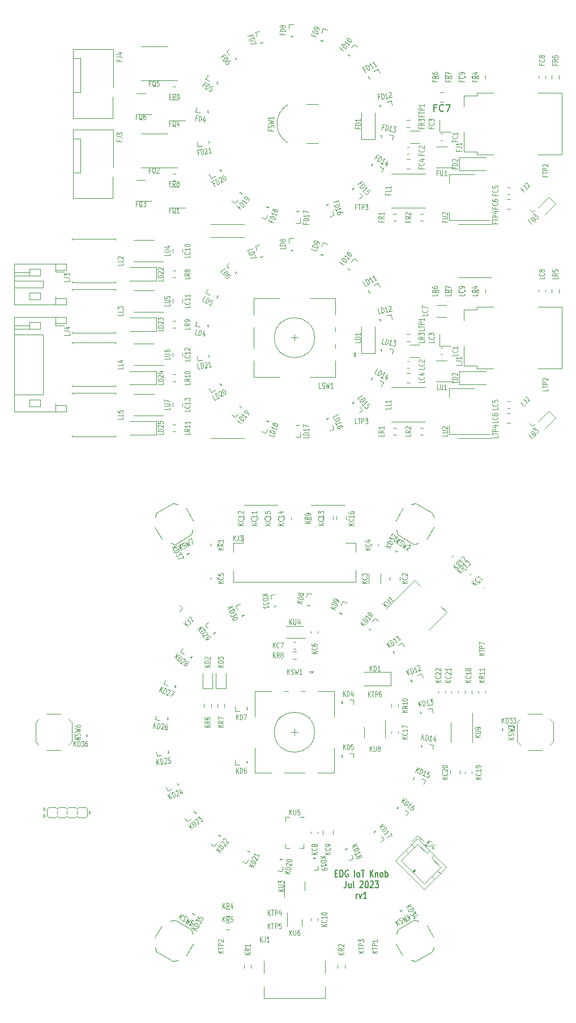
<source format=gbr>
G04 #@! TF.GenerationSoftware,KiCad,Pcbnew,7.0.4-40-g0180cb380f*
G04 #@! TF.CreationDate,2023-07-05T14:48:10-07:00*
G04 #@! TF.ProjectId,IotKnob,496f744b-6e6f-4622-9e6b-696361645f70,rev?*
G04 #@! TF.SameCoordinates,Original*
G04 #@! TF.FileFunction,Legend,Top*
G04 #@! TF.FilePolarity,Positive*
%FSLAX46Y46*%
G04 Gerber Fmt 4.6, Leading zero omitted, Abs format (unit mm)*
G04 Created by KiCad (PCBNEW 7.0.4-40-g0180cb380f) date 2023-07-05 14:48:10*
%MOMM*%
%LPD*%
G01*
G04 APERTURE LIST*
%ADD10C,0.150000*%
%ADD11C,0.100000*%
%ADD12C,0.075000*%
%ADD13C,0.120000*%
G04 APERTURE END LIST*
D10*
X106076189Y-121126009D02*
X106342855Y-121126009D01*
X106457141Y-121649819D02*
X106076189Y-121649819D01*
X106076189Y-121649819D02*
X106076189Y-120649819D01*
X106076189Y-120649819D02*
X106457141Y-120649819D01*
X106799999Y-121649819D02*
X106799999Y-120649819D01*
X106799999Y-120649819D02*
X106990475Y-120649819D01*
X106990475Y-120649819D02*
X107104761Y-120697438D01*
X107104761Y-120697438D02*
X107180951Y-120792676D01*
X107180951Y-120792676D02*
X107219046Y-120887914D01*
X107219046Y-120887914D02*
X107257142Y-121078390D01*
X107257142Y-121078390D02*
X107257142Y-121221247D01*
X107257142Y-121221247D02*
X107219046Y-121411723D01*
X107219046Y-121411723D02*
X107180951Y-121506961D01*
X107180951Y-121506961D02*
X107104761Y-121602200D01*
X107104761Y-121602200D02*
X106990475Y-121649819D01*
X106990475Y-121649819D02*
X106799999Y-121649819D01*
X108019046Y-120697438D02*
X107942856Y-120649819D01*
X107942856Y-120649819D02*
X107828570Y-120649819D01*
X107828570Y-120649819D02*
X107714284Y-120697438D01*
X107714284Y-120697438D02*
X107638094Y-120792676D01*
X107638094Y-120792676D02*
X107599999Y-120887914D01*
X107599999Y-120887914D02*
X107561903Y-121078390D01*
X107561903Y-121078390D02*
X107561903Y-121221247D01*
X107561903Y-121221247D02*
X107599999Y-121411723D01*
X107599999Y-121411723D02*
X107638094Y-121506961D01*
X107638094Y-121506961D02*
X107714284Y-121602200D01*
X107714284Y-121602200D02*
X107828570Y-121649819D01*
X107828570Y-121649819D02*
X107904761Y-121649819D01*
X107904761Y-121649819D02*
X108019046Y-121602200D01*
X108019046Y-121602200D02*
X108057142Y-121554580D01*
X108057142Y-121554580D02*
X108057142Y-121221247D01*
X108057142Y-121221247D02*
X107904761Y-121221247D01*
X109009523Y-121649819D02*
X109009523Y-120649819D01*
X109504760Y-121649819D02*
X109428570Y-121602200D01*
X109428570Y-121602200D02*
X109390475Y-121554580D01*
X109390475Y-121554580D02*
X109352379Y-121459342D01*
X109352379Y-121459342D02*
X109352379Y-121173628D01*
X109352379Y-121173628D02*
X109390475Y-121078390D01*
X109390475Y-121078390D02*
X109428570Y-121030771D01*
X109428570Y-121030771D02*
X109504760Y-120983152D01*
X109504760Y-120983152D02*
X109619046Y-120983152D01*
X109619046Y-120983152D02*
X109695237Y-121030771D01*
X109695237Y-121030771D02*
X109733332Y-121078390D01*
X109733332Y-121078390D02*
X109771427Y-121173628D01*
X109771427Y-121173628D02*
X109771427Y-121459342D01*
X109771427Y-121459342D02*
X109733332Y-121554580D01*
X109733332Y-121554580D02*
X109695237Y-121602200D01*
X109695237Y-121602200D02*
X109619046Y-121649819D01*
X109619046Y-121649819D02*
X109504760Y-121649819D01*
X109999999Y-120649819D02*
X110457142Y-120649819D01*
X110228570Y-121649819D02*
X110228570Y-120649819D01*
X111333333Y-121649819D02*
X111333333Y-120649819D01*
X111790476Y-121649819D02*
X111447618Y-121078390D01*
X111790476Y-120649819D02*
X111333333Y-121221247D01*
X112133333Y-120983152D02*
X112133333Y-121649819D01*
X112133333Y-121078390D02*
X112171428Y-121030771D01*
X112171428Y-121030771D02*
X112247618Y-120983152D01*
X112247618Y-120983152D02*
X112361904Y-120983152D01*
X112361904Y-120983152D02*
X112438095Y-121030771D01*
X112438095Y-121030771D02*
X112476190Y-121126009D01*
X112476190Y-121126009D02*
X112476190Y-121649819D01*
X112971428Y-121649819D02*
X112895238Y-121602200D01*
X112895238Y-121602200D02*
X112857143Y-121554580D01*
X112857143Y-121554580D02*
X112819047Y-121459342D01*
X112819047Y-121459342D02*
X112819047Y-121173628D01*
X112819047Y-121173628D02*
X112857143Y-121078390D01*
X112857143Y-121078390D02*
X112895238Y-121030771D01*
X112895238Y-121030771D02*
X112971428Y-120983152D01*
X112971428Y-120983152D02*
X113085714Y-120983152D01*
X113085714Y-120983152D02*
X113161905Y-121030771D01*
X113161905Y-121030771D02*
X113200000Y-121078390D01*
X113200000Y-121078390D02*
X113238095Y-121173628D01*
X113238095Y-121173628D02*
X113238095Y-121459342D01*
X113238095Y-121459342D02*
X113200000Y-121554580D01*
X113200000Y-121554580D02*
X113161905Y-121602200D01*
X113161905Y-121602200D02*
X113085714Y-121649819D01*
X113085714Y-121649819D02*
X112971428Y-121649819D01*
X113580953Y-121649819D02*
X113580953Y-120649819D01*
X113580953Y-121030771D02*
X113657143Y-120983152D01*
X113657143Y-120983152D02*
X113809524Y-120983152D01*
X113809524Y-120983152D02*
X113885715Y-121030771D01*
X113885715Y-121030771D02*
X113923810Y-121078390D01*
X113923810Y-121078390D02*
X113961905Y-121173628D01*
X113961905Y-121173628D02*
X113961905Y-121459342D01*
X113961905Y-121459342D02*
X113923810Y-121554580D01*
X113923810Y-121554580D02*
X113885715Y-121602200D01*
X113885715Y-121602200D02*
X113809524Y-121649819D01*
X113809524Y-121649819D02*
X113657143Y-121649819D01*
X113657143Y-121649819D02*
X113580953Y-121602200D01*
X107714284Y-122259819D02*
X107714284Y-122974104D01*
X107714284Y-122974104D02*
X107676189Y-123116961D01*
X107676189Y-123116961D02*
X107599998Y-123212200D01*
X107599998Y-123212200D02*
X107485713Y-123259819D01*
X107485713Y-123259819D02*
X107409522Y-123259819D01*
X108438094Y-122593152D02*
X108438094Y-123259819D01*
X108095237Y-122593152D02*
X108095237Y-123116961D01*
X108095237Y-123116961D02*
X108133332Y-123212200D01*
X108133332Y-123212200D02*
X108209522Y-123259819D01*
X108209522Y-123259819D02*
X108323808Y-123259819D01*
X108323808Y-123259819D02*
X108399999Y-123212200D01*
X108399999Y-123212200D02*
X108438094Y-123164580D01*
X108933332Y-123259819D02*
X108857142Y-123212200D01*
X108857142Y-123212200D02*
X108819047Y-123116961D01*
X108819047Y-123116961D02*
X108819047Y-122259819D01*
X109809523Y-122355057D02*
X109847619Y-122307438D01*
X109847619Y-122307438D02*
X109923809Y-122259819D01*
X109923809Y-122259819D02*
X110114285Y-122259819D01*
X110114285Y-122259819D02*
X110190476Y-122307438D01*
X110190476Y-122307438D02*
X110228571Y-122355057D01*
X110228571Y-122355057D02*
X110266666Y-122450295D01*
X110266666Y-122450295D02*
X110266666Y-122545533D01*
X110266666Y-122545533D02*
X110228571Y-122688390D01*
X110228571Y-122688390D02*
X109771428Y-123259819D01*
X109771428Y-123259819D02*
X110266666Y-123259819D01*
X110761905Y-122259819D02*
X110838095Y-122259819D01*
X110838095Y-122259819D02*
X110914286Y-122307438D01*
X110914286Y-122307438D02*
X110952381Y-122355057D01*
X110952381Y-122355057D02*
X110990476Y-122450295D01*
X110990476Y-122450295D02*
X111028571Y-122640771D01*
X111028571Y-122640771D02*
X111028571Y-122878866D01*
X111028571Y-122878866D02*
X110990476Y-123069342D01*
X110990476Y-123069342D02*
X110952381Y-123164580D01*
X110952381Y-123164580D02*
X110914286Y-123212200D01*
X110914286Y-123212200D02*
X110838095Y-123259819D01*
X110838095Y-123259819D02*
X110761905Y-123259819D01*
X110761905Y-123259819D02*
X110685714Y-123212200D01*
X110685714Y-123212200D02*
X110647619Y-123164580D01*
X110647619Y-123164580D02*
X110609524Y-123069342D01*
X110609524Y-123069342D02*
X110571428Y-122878866D01*
X110571428Y-122878866D02*
X110571428Y-122640771D01*
X110571428Y-122640771D02*
X110609524Y-122450295D01*
X110609524Y-122450295D02*
X110647619Y-122355057D01*
X110647619Y-122355057D02*
X110685714Y-122307438D01*
X110685714Y-122307438D02*
X110761905Y-122259819D01*
X111333333Y-122355057D02*
X111371429Y-122307438D01*
X111371429Y-122307438D02*
X111447619Y-122259819D01*
X111447619Y-122259819D02*
X111638095Y-122259819D01*
X111638095Y-122259819D02*
X111714286Y-122307438D01*
X111714286Y-122307438D02*
X111752381Y-122355057D01*
X111752381Y-122355057D02*
X111790476Y-122450295D01*
X111790476Y-122450295D02*
X111790476Y-122545533D01*
X111790476Y-122545533D02*
X111752381Y-122688390D01*
X111752381Y-122688390D02*
X111295238Y-123259819D01*
X111295238Y-123259819D02*
X111790476Y-123259819D01*
X112057143Y-122259819D02*
X112552381Y-122259819D01*
X112552381Y-122259819D02*
X112285715Y-122640771D01*
X112285715Y-122640771D02*
X112400000Y-122640771D01*
X112400000Y-122640771D02*
X112476191Y-122688390D01*
X112476191Y-122688390D02*
X112514286Y-122736009D01*
X112514286Y-122736009D02*
X112552381Y-122831247D01*
X112552381Y-122831247D02*
X112552381Y-123069342D01*
X112552381Y-123069342D02*
X112514286Y-123164580D01*
X112514286Y-123164580D02*
X112476191Y-123212200D01*
X112476191Y-123212200D02*
X112400000Y-123259819D01*
X112400000Y-123259819D02*
X112171429Y-123259819D01*
X112171429Y-123259819D02*
X112095238Y-123212200D01*
X112095238Y-123212200D02*
X112057143Y-123164580D01*
X109257143Y-124869819D02*
X109257143Y-124203152D01*
X109257143Y-124393628D02*
X109295238Y-124298390D01*
X109295238Y-124298390D02*
X109333333Y-124250771D01*
X109333333Y-124250771D02*
X109409524Y-124203152D01*
X109409524Y-124203152D02*
X109485714Y-124203152D01*
X109676190Y-124203152D02*
X109866666Y-124869819D01*
X109866666Y-124869819D02*
X110057143Y-124203152D01*
X110780952Y-124869819D02*
X110323809Y-124869819D01*
X110552381Y-124869819D02*
X110552381Y-123869819D01*
X110552381Y-123869819D02*
X110476190Y-124012676D01*
X110476190Y-124012676D02*
X110400000Y-124107914D01*
X110400000Y-124107914D02*
X110323809Y-124155533D01*
D11*
X122445847Y-23514285D02*
X122445847Y-23714285D01*
X122864895Y-23714285D02*
X122064895Y-23714285D01*
X122064895Y-23714285D02*
X122064895Y-23428571D01*
X122064895Y-23199999D02*
X122712514Y-23199999D01*
X122712514Y-23199999D02*
X122788704Y-23171428D01*
X122788704Y-23171428D02*
X122826800Y-23142857D01*
X122826800Y-23142857D02*
X122864895Y-23085714D01*
X122864895Y-23085714D02*
X122864895Y-22971428D01*
X122864895Y-22971428D02*
X122826800Y-22914285D01*
X122826800Y-22914285D02*
X122788704Y-22885714D01*
X122788704Y-22885714D02*
X122712514Y-22857142D01*
X122712514Y-22857142D02*
X122064895Y-22857142D01*
X122141085Y-22600000D02*
X122102990Y-22571428D01*
X122102990Y-22571428D02*
X122064895Y-22514286D01*
X122064895Y-22514286D02*
X122064895Y-22371428D01*
X122064895Y-22371428D02*
X122102990Y-22314286D01*
X122102990Y-22314286D02*
X122141085Y-22285714D01*
X122141085Y-22285714D02*
X122217276Y-22257143D01*
X122217276Y-22257143D02*
X122293466Y-22257143D01*
X122293466Y-22257143D02*
X122407752Y-22285714D01*
X122407752Y-22285714D02*
X122864895Y-22628571D01*
X122864895Y-22628571D02*
X122864895Y-22257143D01*
X102921641Y4303210D02*
X102853237Y4115271D01*
X103247013Y3971948D02*
X102495259Y4245564D01*
X102495259Y4245564D02*
X102592979Y4514048D01*
X103422909Y4455219D02*
X102671155Y4728835D01*
X102671155Y4728835D02*
X102720015Y4863077D01*
X102720015Y4863077D02*
X102785129Y4930593D01*
X102785129Y4930593D02*
X102876268Y4958231D01*
X102876268Y4958231D02*
X102957636Y4959020D01*
X102957636Y4959020D02*
X103110599Y4933751D01*
X103110599Y4933751D02*
X103217993Y4894663D01*
X103217993Y4894663D02*
X103351412Y4815698D01*
X103351412Y4815698D02*
X103413236Y4762791D01*
X103413236Y4762791D02*
X103465287Y4683035D01*
X103465287Y4683035D02*
X103471769Y4589461D01*
X103471769Y4589461D02*
X103422909Y4455219D01*
X103637893Y5045883D02*
X103676981Y5153276D01*
X103676981Y5153276D02*
X103660727Y5220002D01*
X103660727Y5220002D02*
X103634701Y5259880D01*
X103634701Y5259880D02*
X103546852Y5352665D01*
X103546852Y5352665D02*
X103413433Y5431631D01*
X103413433Y5431631D02*
X103127050Y5535865D01*
X103127050Y5535865D02*
X103045683Y5535076D01*
X103045683Y5535076D02*
X103000113Y5521257D01*
X103000113Y5521257D02*
X102944771Y5480589D01*
X102944771Y5480589D02*
X102905683Y5373196D01*
X102905683Y5373196D02*
X102921937Y5306470D01*
X102921937Y5306470D02*
X102947963Y5266592D01*
X102947963Y5266592D02*
X103009786Y5213685D01*
X103009786Y5213685D02*
X103188775Y5148538D01*
X103188775Y5148538D02*
X103270143Y5149328D01*
X103270143Y5149328D02*
X103315713Y5163147D01*
X103315713Y5163147D02*
X103371055Y5203814D01*
X103371055Y5203814D02*
X103410143Y5311208D01*
X103410143Y5311208D02*
X103393889Y5377934D01*
X103393889Y5377934D02*
X103367863Y5417812D01*
X103367863Y5417812D02*
X103306039Y5470719D01*
D12*
X104204837Y3475104D02*
X104146205Y3314014D01*
X104175521Y3394559D02*
X103893613Y3497165D01*
X103893613Y3497165D02*
X103924113Y3455659D01*
X103924113Y3455659D02*
X103941190Y3419038D01*
X103941190Y3419038D02*
X103944842Y3387304D01*
D11*
X124945847Y-2499999D02*
X124945847Y-2699999D01*
X125364895Y-2699999D02*
X124564895Y-2699999D01*
X124564895Y-2699999D02*
X124564895Y-2414285D01*
X125288704Y-1842856D02*
X125326800Y-1871428D01*
X125326800Y-1871428D02*
X125364895Y-1957142D01*
X125364895Y-1957142D02*
X125364895Y-2014285D01*
X125364895Y-2014285D02*
X125326800Y-2099999D01*
X125326800Y-2099999D02*
X125250609Y-2157142D01*
X125250609Y-2157142D02*
X125174419Y-2185713D01*
X125174419Y-2185713D02*
X125022038Y-2214285D01*
X125022038Y-2214285D02*
X124907752Y-2214285D01*
X124907752Y-2214285D02*
X124755371Y-2185713D01*
X124755371Y-2185713D02*
X124679180Y-2157142D01*
X124679180Y-2157142D02*
X124602990Y-2099999D01*
X124602990Y-2099999D02*
X124564895Y-2014285D01*
X124564895Y-2014285D02*
X124564895Y-1957142D01*
X124564895Y-1957142D02*
X124602990Y-1871428D01*
X124602990Y-1871428D02*
X124641085Y-1842856D01*
X125364895Y-1557142D02*
X125364895Y-1442856D01*
X125364895Y-1442856D02*
X125326800Y-1385713D01*
X125326800Y-1385713D02*
X125288704Y-1357142D01*
X125288704Y-1357142D02*
X125174419Y-1299999D01*
X125174419Y-1299999D02*
X125022038Y-1271428D01*
X125022038Y-1271428D02*
X124717276Y-1271428D01*
X124717276Y-1271428D02*
X124641085Y-1299999D01*
X124641085Y-1299999D02*
X124602990Y-1328571D01*
X124602990Y-1328571D02*
X124564895Y-1385713D01*
X124564895Y-1385713D02*
X124564895Y-1499999D01*
X124564895Y-1499999D02*
X124602990Y-1557142D01*
X124602990Y-1557142D02*
X124641085Y-1585713D01*
X124641085Y-1585713D02*
X124717276Y-1614285D01*
X124717276Y-1614285D02*
X124907752Y-1614285D01*
X124907752Y-1614285D02*
X124983942Y-1585713D01*
X124983942Y-1585713D02*
X125022038Y-1557142D01*
X125022038Y-1557142D02*
X125060133Y-1499999D01*
X125060133Y-1499999D02*
X125060133Y-1385713D01*
X125060133Y-1385713D02*
X125022038Y-1328571D01*
X125022038Y-1328571D02*
X124983942Y-1299999D01*
X124983942Y-1299999D02*
X124907752Y-1271428D01*
X85733702Y-13237522D02*
X85536740Y-13272251D01*
X85609507Y-13684933D02*
X85470589Y-12897087D01*
X85470589Y-12897087D02*
X85751962Y-12847473D01*
X86115980Y-13595628D02*
X85977062Y-12807782D01*
X85977062Y-12807782D02*
X86117748Y-12782975D01*
X86117748Y-12782975D02*
X86208776Y-12805607D01*
X86208776Y-12805607D02*
X86278281Y-12870717D01*
X86278281Y-12870717D02*
X86319648Y-12940789D01*
X86319648Y-12940789D02*
X86374246Y-13085894D01*
X86374246Y-13085894D02*
X86394092Y-13198443D01*
X86394092Y-13198443D02*
X86392415Y-13353470D01*
X86392415Y-13353470D02*
X86377508Y-13433465D01*
X86377508Y-13433465D02*
X86334464Y-13518420D01*
X86334464Y-13518420D02*
X86256667Y-13570821D01*
X86256667Y-13570821D02*
X86115980Y-13595628D01*
X86553039Y-12783587D02*
X86574561Y-12741109D01*
X86574561Y-12741109D02*
X86624221Y-12693670D01*
X86624221Y-12693670D02*
X86764908Y-12668863D01*
X86764908Y-12668863D02*
X86827798Y-12696457D01*
X86827798Y-12696457D02*
X86862550Y-12729012D01*
X86862550Y-12729012D02*
X86903918Y-12799084D01*
X86903918Y-12799084D02*
X86917148Y-12874117D01*
X86917148Y-12874117D02*
X86908856Y-12991627D01*
X86908856Y-12991627D02*
X86650590Y-13501362D01*
X86650590Y-13501362D02*
X87016376Y-13436864D01*
X87579123Y-13337636D02*
X87241475Y-13397173D01*
X87410299Y-13367405D02*
X87271381Y-12579558D01*
X87271381Y-12579558D02*
X87234952Y-12702031D01*
X87234952Y-12702031D02*
X87191907Y-12786986D01*
X87191907Y-12786986D02*
X87142248Y-12834425D01*
D12*
X87309923Y-11831491D02*
X87141099Y-11861259D01*
X87225511Y-11846375D02*
X87173417Y-11550933D01*
X87173417Y-11550933D02*
X87152722Y-11598100D01*
X87152722Y-11598100D02*
X87129546Y-11631199D01*
X87129546Y-11631199D02*
X87103889Y-11650229D01*
D11*
X96445847Y-9828571D02*
X96445847Y-10028571D01*
X96864895Y-10028571D02*
X96064895Y-10028571D01*
X96064895Y-10028571D02*
X96064895Y-9742857D01*
X96826800Y-9542857D02*
X96864895Y-9457143D01*
X96864895Y-9457143D02*
X96864895Y-9314285D01*
X96864895Y-9314285D02*
X96826800Y-9257143D01*
X96826800Y-9257143D02*
X96788704Y-9228571D01*
X96788704Y-9228571D02*
X96712514Y-9200000D01*
X96712514Y-9200000D02*
X96636323Y-9200000D01*
X96636323Y-9200000D02*
X96560133Y-9228571D01*
X96560133Y-9228571D02*
X96522038Y-9257143D01*
X96522038Y-9257143D02*
X96483942Y-9314285D01*
X96483942Y-9314285D02*
X96445847Y-9428571D01*
X96445847Y-9428571D02*
X96407752Y-9485714D01*
X96407752Y-9485714D02*
X96369657Y-9514285D01*
X96369657Y-9514285D02*
X96293466Y-9542857D01*
X96293466Y-9542857D02*
X96217276Y-9542857D01*
X96217276Y-9542857D02*
X96141085Y-9514285D01*
X96141085Y-9514285D02*
X96102990Y-9485714D01*
X96102990Y-9485714D02*
X96064895Y-9428571D01*
X96064895Y-9428571D02*
X96064895Y-9285714D01*
X96064895Y-9285714D02*
X96102990Y-9200000D01*
X96064895Y-8999999D02*
X96864895Y-8857142D01*
X96864895Y-8857142D02*
X96293466Y-8742856D01*
X96293466Y-8742856D02*
X96864895Y-8628571D01*
X96864895Y-8628571D02*
X96064895Y-8485714D01*
X96864895Y-7942857D02*
X96864895Y-8285714D01*
X96864895Y-8114285D02*
X96064895Y-8114285D01*
X96064895Y-8114285D02*
X96179180Y-8171428D01*
X96179180Y-8171428D02*
X96255371Y-8228571D01*
X96255371Y-8228571D02*
X96293466Y-8285714D01*
X107111891Y2282793D02*
X106983333Y2129585D01*
X107304342Y1860226D02*
X106691507Y2374456D01*
X106691507Y2374456D02*
X106875160Y2593326D01*
X107634919Y2254192D02*
X107022083Y2768422D01*
X107022083Y2768422D02*
X107113910Y2877857D01*
X107113910Y2877857D02*
X107198189Y2919031D01*
X107198189Y2919031D02*
X107293285Y2913830D01*
X107293285Y2913830D02*
X107370015Y2886743D01*
X107370015Y2886743D02*
X107505111Y2810681D01*
X107505111Y2810681D02*
X107592659Y2737220D01*
X107592659Y2737220D02*
X107691025Y2617384D01*
X107691025Y2617384D02*
X107731025Y2546523D01*
X107731025Y2546523D02*
X107752659Y2453775D01*
X107752659Y2453775D02*
X107726746Y2363627D01*
X107726746Y2363627D02*
X107634919Y2254192D01*
X108222610Y2954575D02*
X108002226Y2691932D01*
X108112418Y2823253D02*
X107499583Y3337484D01*
X107499583Y3337484D02*
X107550400Y3220248D01*
X107550400Y3220248D02*
X107572034Y3127500D01*
X107572034Y3127500D02*
X107564486Y3059239D01*
X107848525Y3753337D02*
X107885255Y3797111D01*
X107885255Y3797111D02*
X107951169Y3816397D01*
X107951169Y3816397D02*
X107998717Y3813797D01*
X107998717Y3813797D02*
X108075448Y3786710D01*
X108075448Y3786710D02*
X108210543Y3710648D01*
X108210543Y3710648D02*
X108356457Y3588213D01*
X108356457Y3588213D02*
X108454822Y3468377D01*
X108454822Y3468377D02*
X108494822Y3397516D01*
X108494822Y3397516D02*
X108505639Y3351142D01*
X108505639Y3351142D02*
X108498091Y3282880D01*
X108498091Y3282880D02*
X108461360Y3239107D01*
X108461360Y3239107D02*
X108395447Y3219820D01*
X108395447Y3219820D02*
X108347899Y3222420D01*
X108347899Y3222420D02*
X108271168Y3249507D01*
X108271168Y3249507D02*
X108136072Y3325569D01*
X108136072Y3325569D02*
X107990159Y3448005D01*
X107990159Y3448005D02*
X107891794Y3567840D01*
X107891794Y3567840D02*
X107851794Y3638701D01*
X107851794Y3638701D02*
X107840977Y3685075D01*
X107840977Y3685075D02*
X107848525Y3753337D01*
D12*
X108218125Y1284621D02*
X108107933Y1153299D01*
X108163029Y1218960D02*
X107933216Y1411796D01*
X107933216Y1411796D02*
X107947681Y1362361D01*
X107947681Y1362361D02*
X107951202Y1322109D01*
X107951202Y1322109D02*
X107943781Y1291039D01*
D11*
X110541474Y-830416D02*
X110368269Y-930416D01*
X110577793Y-1293321D02*
X110177793Y-600501D01*
X110177793Y-600501D02*
X110425229Y-457644D01*
X111023178Y-1036178D02*
X110623178Y-343358D01*
X110623178Y-343358D02*
X110746896Y-271930D01*
X110746896Y-271930D02*
X110840174Y-262064D01*
X110840174Y-262064D02*
X110927756Y-299475D01*
X110927756Y-299475D02*
X110990595Y-351173D01*
X110990595Y-351173D02*
X111091529Y-468853D01*
X111091529Y-468853D02*
X111148672Y-567827D01*
X111148672Y-567827D02*
X111200119Y-714078D01*
X111200119Y-714078D02*
X111213471Y-794347D01*
X111213471Y-794347D02*
X111202079Y-888901D01*
X111202079Y-888901D02*
X111146896Y-964750D01*
X111146896Y-964750D02*
X111023178Y-1036178D01*
X111814972Y-579036D02*
X111518049Y-750464D01*
X111666511Y-664750D02*
X111266511Y28069D01*
X111266511Y28069D02*
X111274167Y-99475D01*
X111274167Y-99475D02*
X111262775Y-194030D01*
X111262775Y-194030D02*
X111232335Y-255593D01*
X112309844Y-293321D02*
X112012921Y-464750D01*
X112161383Y-379035D02*
X111761383Y313784D01*
X111761383Y313784D02*
X111769039Y186238D01*
X111769039Y186238D02*
X111757647Y91684D01*
X111757647Y91684D02*
X111727207Y30121D01*
D12*
X111239600Y-2146746D02*
X111091139Y-2232460D01*
X111165369Y-2189603D02*
X111015369Y-1929795D01*
X111015369Y-1929795D02*
X111012054Y-1981196D01*
X111012054Y-1981196D02*
X111001597Y-2020226D01*
X111001597Y-2020226D02*
X110983996Y-2046883D01*
D11*
X129945847Y-19499999D02*
X129945847Y-19699999D01*
X130364895Y-19699999D02*
X129564895Y-19699999D01*
X129564895Y-19699999D02*
X129564895Y-19414285D01*
X130288704Y-18842856D02*
X130326800Y-18871428D01*
X130326800Y-18871428D02*
X130364895Y-18957142D01*
X130364895Y-18957142D02*
X130364895Y-19014285D01*
X130364895Y-19014285D02*
X130326800Y-19099999D01*
X130326800Y-19099999D02*
X130250609Y-19157142D01*
X130250609Y-19157142D02*
X130174419Y-19185713D01*
X130174419Y-19185713D02*
X130022038Y-19214285D01*
X130022038Y-19214285D02*
X129907752Y-19214285D01*
X129907752Y-19214285D02*
X129755371Y-19185713D01*
X129755371Y-19185713D02*
X129679180Y-19157142D01*
X129679180Y-19157142D02*
X129602990Y-19099999D01*
X129602990Y-19099999D02*
X129564895Y-19014285D01*
X129564895Y-19014285D02*
X129564895Y-18957142D01*
X129564895Y-18957142D02*
X129602990Y-18871428D01*
X129602990Y-18871428D02*
X129641085Y-18842856D01*
X129564895Y-18299999D02*
X129564895Y-18585713D01*
X129564895Y-18585713D02*
X129945847Y-18614285D01*
X129945847Y-18614285D02*
X129907752Y-18585713D01*
X129907752Y-18585713D02*
X129869657Y-18528571D01*
X129869657Y-18528571D02*
X129869657Y-18385713D01*
X129869657Y-18385713D02*
X129907752Y-18328571D01*
X129907752Y-18328571D02*
X129945847Y-18299999D01*
X129945847Y-18299999D02*
X130022038Y-18271428D01*
X130022038Y-18271428D02*
X130212514Y-18271428D01*
X130212514Y-18271428D02*
X130288704Y-18299999D01*
X130288704Y-18299999D02*
X130326800Y-18328571D01*
X130326800Y-18328571D02*
X130364895Y-18385713D01*
X130364895Y-18385713D02*
X130364895Y-18528571D01*
X130364895Y-18528571D02*
X130326800Y-18585713D01*
X130326800Y-18585713D02*
X130288704Y-18614285D01*
X124545847Y-12928571D02*
X124545847Y-13128571D01*
X124964895Y-13128571D02*
X124164895Y-13128571D01*
X124164895Y-13128571D02*
X124164895Y-12842857D01*
X124164895Y-12442857D02*
X124736323Y-12442857D01*
X124736323Y-12442857D02*
X124850609Y-12471428D01*
X124850609Y-12471428D02*
X124926800Y-12528571D01*
X124926800Y-12528571D02*
X124964895Y-12614285D01*
X124964895Y-12614285D02*
X124964895Y-12671428D01*
X124964895Y-11842857D02*
X124964895Y-12185714D01*
X124964895Y-12014285D02*
X124164895Y-12014285D01*
X124164895Y-12014285D02*
X124279180Y-12071428D01*
X124279180Y-12071428D02*
X124355371Y-12128571D01*
X124355371Y-12128571D02*
X124393466Y-12185714D01*
X101695847Y-23785714D02*
X101695847Y-23985714D01*
X102114895Y-23985714D02*
X101314895Y-23985714D01*
X101314895Y-23985714D02*
X101314895Y-23700000D01*
X102114895Y-23471428D02*
X101314895Y-23471428D01*
X101314895Y-23471428D02*
X101314895Y-23328571D01*
X101314895Y-23328571D02*
X101352990Y-23242857D01*
X101352990Y-23242857D02*
X101429180Y-23185714D01*
X101429180Y-23185714D02*
X101505371Y-23157143D01*
X101505371Y-23157143D02*
X101657752Y-23128571D01*
X101657752Y-23128571D02*
X101772038Y-23128571D01*
X101772038Y-23128571D02*
X101924419Y-23157143D01*
X101924419Y-23157143D02*
X102000609Y-23185714D01*
X102000609Y-23185714D02*
X102076800Y-23242857D01*
X102076800Y-23242857D02*
X102114895Y-23328571D01*
X102114895Y-23328571D02*
X102114895Y-23471428D01*
X102114895Y-22557143D02*
X102114895Y-22900000D01*
X102114895Y-22728571D02*
X101314895Y-22728571D01*
X101314895Y-22728571D02*
X101429180Y-22785714D01*
X101429180Y-22785714D02*
X101505371Y-22842857D01*
X101505371Y-22842857D02*
X101543466Y-22900000D01*
X101314895Y-22357142D02*
X101314895Y-21957142D01*
X101314895Y-21957142D02*
X102114895Y-22214285D01*
D12*
X100584885Y-21989285D02*
X100584885Y-22160714D01*
X100584885Y-22074999D02*
X100284885Y-22074999D01*
X100284885Y-22074999D02*
X100327742Y-22103571D01*
X100327742Y-22103571D02*
X100356314Y-22132142D01*
X100356314Y-22132142D02*
X100370600Y-22160714D01*
D11*
X81485714Y-8945847D02*
X81285714Y-8945847D01*
X81285714Y-9364895D02*
X81285714Y-8564895D01*
X81285714Y-8564895D02*
X81571428Y-8564895D01*
X82200000Y-9441085D02*
X82142857Y-9402990D01*
X82142857Y-9402990D02*
X82085714Y-9326800D01*
X82085714Y-9326800D02*
X82000000Y-9212514D01*
X82000000Y-9212514D02*
X81942857Y-9174419D01*
X81942857Y-9174419D02*
X81885714Y-9174419D01*
X81914285Y-9364895D02*
X81857143Y-9326800D01*
X81857143Y-9326800D02*
X81800000Y-9250609D01*
X81800000Y-9250609D02*
X81771428Y-9098228D01*
X81771428Y-9098228D02*
X81771428Y-8831561D01*
X81771428Y-8831561D02*
X81800000Y-8679180D01*
X81800000Y-8679180D02*
X81857143Y-8602990D01*
X81857143Y-8602990D02*
X81914285Y-8564895D01*
X81914285Y-8564895D02*
X82028571Y-8564895D01*
X82028571Y-8564895D02*
X82085714Y-8602990D01*
X82085714Y-8602990D02*
X82142857Y-8679180D01*
X82142857Y-8679180D02*
X82171428Y-8831561D01*
X82171428Y-8831561D02*
X82171428Y-9098228D01*
X82171428Y-9098228D02*
X82142857Y-9250609D01*
X82142857Y-9250609D02*
X82085714Y-9326800D01*
X82085714Y-9326800D02*
X82028571Y-9364895D01*
X82028571Y-9364895D02*
X81914285Y-9364895D01*
X82685714Y-8831561D02*
X82685714Y-9364895D01*
X82542856Y-8526800D02*
X82399999Y-9098228D01*
X82399999Y-9098228D02*
X82771428Y-9098228D01*
X136945847Y0D02*
X136945847Y-199999D01*
X137364895Y-199999D02*
X136564895Y-199999D01*
X136564895Y-199999D02*
X136564895Y85714D01*
X137288704Y657143D02*
X137326800Y628571D01*
X137326800Y628571D02*
X137364895Y542857D01*
X137364895Y542857D02*
X137364895Y485714D01*
X137364895Y485714D02*
X137326800Y400000D01*
X137326800Y400000D02*
X137250609Y342857D01*
X137250609Y342857D02*
X137174419Y314286D01*
X137174419Y314286D02*
X137022038Y285714D01*
X137022038Y285714D02*
X136907752Y285714D01*
X136907752Y285714D02*
X136755371Y314286D01*
X136755371Y314286D02*
X136679180Y342857D01*
X136679180Y342857D02*
X136602990Y400000D01*
X136602990Y400000D02*
X136564895Y485714D01*
X136564895Y485714D02*
X136564895Y542857D01*
X136564895Y542857D02*
X136602990Y628571D01*
X136602990Y628571D02*
X136641085Y657143D01*
X136907752Y1000000D02*
X136869657Y942857D01*
X136869657Y942857D02*
X136831561Y914286D01*
X136831561Y914286D02*
X136755371Y885714D01*
X136755371Y885714D02*
X136717276Y885714D01*
X136717276Y885714D02*
X136641085Y914286D01*
X136641085Y914286D02*
X136602990Y942857D01*
X136602990Y942857D02*
X136564895Y1000000D01*
X136564895Y1000000D02*
X136564895Y1114286D01*
X136564895Y1114286D02*
X136602990Y1171429D01*
X136602990Y1171429D02*
X136641085Y1200000D01*
X136641085Y1200000D02*
X136717276Y1228571D01*
X136717276Y1228571D02*
X136755371Y1228571D01*
X136755371Y1228571D02*
X136831561Y1200000D01*
X136831561Y1200000D02*
X136869657Y1171429D01*
X136869657Y1171429D02*
X136907752Y1114286D01*
X136907752Y1114286D02*
X136907752Y1000000D01*
X136907752Y1000000D02*
X136945847Y942857D01*
X136945847Y942857D02*
X136983942Y914286D01*
X136983942Y914286D02*
X137060133Y885714D01*
X137060133Y885714D02*
X137212514Y885714D01*
X137212514Y885714D02*
X137288704Y914286D01*
X137288704Y914286D02*
X137326800Y942857D01*
X137326800Y942857D02*
X137364895Y1000000D01*
X137364895Y1000000D02*
X137364895Y1114286D01*
X137364895Y1114286D02*
X137326800Y1171429D01*
X137326800Y1171429D02*
X137288704Y1200000D01*
X137288704Y1200000D02*
X137212514Y1228571D01*
X137212514Y1228571D02*
X137060133Y1228571D01*
X137060133Y1228571D02*
X136983942Y1200000D01*
X136983942Y1200000D02*
X136945847Y1171429D01*
X136945847Y1171429D02*
X136907752Y1114286D01*
X73795847Y571428D02*
X73795847Y371428D01*
X74214895Y371428D02*
X73414895Y371428D01*
X73414895Y371428D02*
X73414895Y657142D01*
X73414895Y1057142D02*
X73986323Y1057142D01*
X73986323Y1057142D02*
X74100609Y1028571D01*
X74100609Y1028571D02*
X74176800Y971428D01*
X74176800Y971428D02*
X74214895Y885714D01*
X74214895Y885714D02*
X74214895Y828571D01*
X73681561Y1600000D02*
X74214895Y1600000D01*
X73376800Y1457142D02*
X73948228Y1314285D01*
X73948228Y1314285D02*
X73948228Y1685714D01*
X85426115Y-8152260D02*
X85229154Y-8117530D01*
X85156387Y-8530211D02*
X85295305Y-7742365D01*
X85295305Y-7742365D02*
X85576679Y-7791979D01*
X85662860Y-8619516D02*
X85801778Y-7831670D01*
X85801778Y-7831670D02*
X85942465Y-7856477D01*
X85942465Y-7856477D02*
X86020262Y-7908878D01*
X86020262Y-7908878D02*
X86063306Y-7993833D01*
X86063306Y-7993833D02*
X86078213Y-8073828D01*
X86078213Y-8073828D02*
X86079890Y-8228855D01*
X86079890Y-8228855D02*
X86060045Y-8341404D01*
X86060045Y-8341404D02*
X86005447Y-8486509D01*
X86005447Y-8486509D02*
X85964079Y-8556581D01*
X85964079Y-8556581D02*
X85894574Y-8621691D01*
X85894574Y-8621691D02*
X85803546Y-8644323D01*
X85803546Y-8644323D02*
X85662860Y-8619516D01*
X86599593Y-8243127D02*
X86506981Y-8768358D01*
X86511827Y-7918188D02*
X86271913Y-8456128D01*
X86271913Y-8456128D02*
X86637699Y-8520626D01*
D12*
X87106794Y-7320508D02*
X86937970Y-7290740D01*
X87022382Y-7305624D02*
X87074476Y-7010182D01*
X87074476Y-7010182D02*
X87038897Y-7047426D01*
X87038897Y-7047426D02*
X87005798Y-7070602D01*
X87005798Y-7070602D02*
X86975180Y-7079710D01*
D11*
X138945847Y0D02*
X138945847Y-199999D01*
X139364895Y-199999D02*
X138564895Y-199999D01*
X138564895Y-199999D02*
X138564895Y85714D01*
X139364895Y657143D02*
X138983942Y457143D01*
X139364895Y314286D02*
X138564895Y314286D01*
X138564895Y314286D02*
X138564895Y542857D01*
X138564895Y542857D02*
X138602990Y600000D01*
X138602990Y600000D02*
X138641085Y628571D01*
X138641085Y628571D02*
X138717276Y657143D01*
X138717276Y657143D02*
X138831561Y657143D01*
X138831561Y657143D02*
X138907752Y628571D01*
X138907752Y628571D02*
X138945847Y600000D01*
X138945847Y600000D02*
X138983942Y542857D01*
X138983942Y542857D02*
X138983942Y314286D01*
X138564895Y1200000D02*
X138564895Y914286D01*
X138564895Y914286D02*
X138945847Y885714D01*
X138945847Y885714D02*
X138907752Y914286D01*
X138907752Y914286D02*
X138869657Y971429D01*
X138869657Y971429D02*
X138869657Y1114286D01*
X138869657Y1114286D02*
X138907752Y1171429D01*
X138907752Y1171429D02*
X138945847Y1200000D01*
X138945847Y1200000D02*
X139022038Y1228571D01*
X139022038Y1228571D02*
X139212514Y1228571D01*
X139212514Y1228571D02*
X139288704Y1200000D01*
X139288704Y1200000D02*
X139326800Y1171429D01*
X139326800Y1171429D02*
X139364895Y1114286D01*
X139364895Y1114286D02*
X139364895Y971429D01*
X139364895Y971429D02*
X139326800Y914286D01*
X139326800Y914286D02*
X139288704Y885714D01*
X76485714Y-7945847D02*
X76285714Y-7945847D01*
X76285714Y-8364895D02*
X76285714Y-7564895D01*
X76285714Y-7564895D02*
X76571428Y-7564895D01*
X77200000Y-8441085D02*
X77142857Y-8402990D01*
X77142857Y-8402990D02*
X77085714Y-8326800D01*
X77085714Y-8326800D02*
X77000000Y-8212514D01*
X77000000Y-8212514D02*
X76942857Y-8174419D01*
X76942857Y-8174419D02*
X76885714Y-8174419D01*
X76914285Y-8364895D02*
X76857143Y-8326800D01*
X76857143Y-8326800D02*
X76800000Y-8250609D01*
X76800000Y-8250609D02*
X76771428Y-8098228D01*
X76771428Y-8098228D02*
X76771428Y-7831561D01*
X76771428Y-7831561D02*
X76800000Y-7679180D01*
X76800000Y-7679180D02*
X76857143Y-7602990D01*
X76857143Y-7602990D02*
X76914285Y-7564895D01*
X76914285Y-7564895D02*
X77028571Y-7564895D01*
X77028571Y-7564895D02*
X77085714Y-7602990D01*
X77085714Y-7602990D02*
X77142857Y-7679180D01*
X77142857Y-7679180D02*
X77171428Y-7831561D01*
X77171428Y-7831561D02*
X77171428Y-8098228D01*
X77171428Y-8098228D02*
X77142857Y-8250609D01*
X77142857Y-8250609D02*
X77085714Y-8326800D01*
X77085714Y-8326800D02*
X77028571Y-8364895D01*
X77028571Y-8364895D02*
X76914285Y-8364895D01*
X77685714Y-7564895D02*
X77571428Y-7564895D01*
X77571428Y-7564895D02*
X77514285Y-7602990D01*
X77514285Y-7602990D02*
X77485714Y-7641085D01*
X77485714Y-7641085D02*
X77428571Y-7755371D01*
X77428571Y-7755371D02*
X77399999Y-7907752D01*
X77399999Y-7907752D02*
X77399999Y-8212514D01*
X77399999Y-8212514D02*
X77428571Y-8288704D01*
X77428571Y-8288704D02*
X77457142Y-8326800D01*
X77457142Y-8326800D02*
X77514285Y-8364895D01*
X77514285Y-8364895D02*
X77628571Y-8364895D01*
X77628571Y-8364895D02*
X77685714Y-8326800D01*
X77685714Y-8326800D02*
X77714285Y-8288704D01*
X77714285Y-8288704D02*
X77742856Y-8212514D01*
X77742856Y-8212514D02*
X77742856Y-8022038D01*
X77742856Y-8022038D02*
X77714285Y-7945847D01*
X77714285Y-7945847D02*
X77685714Y-7907752D01*
X77685714Y-7907752D02*
X77628571Y-7869657D01*
X77628571Y-7869657D02*
X77514285Y-7869657D01*
X77514285Y-7869657D02*
X77457142Y-7907752D01*
X77457142Y-7907752D02*
X77428571Y-7945847D01*
X77428571Y-7945847D02*
X77399999Y-8022038D01*
X129945847Y-23728571D02*
X129945847Y-23928571D01*
X130364895Y-23928571D02*
X129564895Y-23928571D01*
X129564895Y-23928571D02*
X129564895Y-23642857D01*
X129564895Y-23500000D02*
X129564895Y-23157143D01*
X130364895Y-23328571D02*
X129564895Y-23328571D01*
X130364895Y-22957142D02*
X129564895Y-22957142D01*
X129564895Y-22957142D02*
X129564895Y-22728571D01*
X129564895Y-22728571D02*
X129602990Y-22671428D01*
X129602990Y-22671428D02*
X129641085Y-22642857D01*
X129641085Y-22642857D02*
X129717276Y-22614285D01*
X129717276Y-22614285D02*
X129831561Y-22614285D01*
X129831561Y-22614285D02*
X129907752Y-22642857D01*
X129907752Y-22642857D02*
X129945847Y-22671428D01*
X129945847Y-22671428D02*
X129983942Y-22728571D01*
X129983942Y-22728571D02*
X129983942Y-22957142D01*
X129831561Y-22100000D02*
X130364895Y-22100000D01*
X129526800Y-22242857D02*
X130098228Y-22385714D01*
X130098228Y-22385714D02*
X130098228Y-22014285D01*
X88043474Y-17861504D02*
X87870269Y-17961504D01*
X88079793Y-18324409D02*
X87679793Y-17631589D01*
X87679793Y-17631589D02*
X87927229Y-17488732D01*
X88525178Y-18067266D02*
X88125178Y-17374446D01*
X88125178Y-17374446D02*
X88248896Y-17303018D01*
X88248896Y-17303018D02*
X88342174Y-17293152D01*
X88342174Y-17293152D02*
X88429756Y-17330563D01*
X88429756Y-17330563D02*
X88492595Y-17382261D01*
X88492595Y-17382261D02*
X88593529Y-17499941D01*
X88593529Y-17499941D02*
X88650672Y-17598915D01*
X88650672Y-17598915D02*
X88702119Y-17745166D01*
X88702119Y-17745166D02*
X88715471Y-17825435D01*
X88715471Y-17825435D02*
X88704079Y-17919989D01*
X88704079Y-17919989D02*
X88648896Y-17995838D01*
X88648896Y-17995838D02*
X88525178Y-18067266D01*
X88658145Y-17154715D02*
X88663841Y-17107438D01*
X88663841Y-17107438D02*
X88694280Y-17045875D01*
X88694280Y-17045875D02*
X88817998Y-16974446D01*
X88817998Y-16974446D02*
X88886533Y-16978866D01*
X88886533Y-16978866D02*
X88930324Y-16997572D01*
X88930324Y-16997572D02*
X88993163Y-17049269D01*
X88993163Y-17049269D02*
X89031258Y-17115252D01*
X89031258Y-17115252D02*
X89063657Y-17228512D01*
X89063657Y-17228512D02*
X88995306Y-17795838D01*
X88995306Y-17795838D02*
X89316972Y-17610124D01*
X89238639Y-16731589D02*
X89288127Y-16703017D01*
X89288127Y-16703017D02*
X89356661Y-16707437D01*
X89356661Y-16707437D02*
X89400453Y-16726143D01*
X89400453Y-16726143D02*
X89463291Y-16777840D01*
X89463291Y-16777840D02*
X89564225Y-16895520D01*
X89564225Y-16895520D02*
X89659463Y-17060478D01*
X89659463Y-17060478D02*
X89710910Y-17206729D01*
X89710910Y-17206729D02*
X89724262Y-17286998D01*
X89724262Y-17286998D02*
X89718566Y-17334275D01*
X89718566Y-17334275D02*
X89688127Y-17395838D01*
X89688127Y-17395838D02*
X89638639Y-17424409D01*
X89638639Y-17424409D02*
X89570105Y-17419989D01*
X89570105Y-17419989D02*
X89526313Y-17401283D01*
X89526313Y-17401283D02*
X89463475Y-17349586D01*
X89463475Y-17349586D02*
X89362540Y-17231906D01*
X89362540Y-17231906D02*
X89267302Y-17066949D01*
X89267302Y-17066949D02*
X89215856Y-16920697D01*
X89215856Y-16920697D02*
X89202504Y-16840429D01*
X89202504Y-16840429D02*
X89208200Y-16793152D01*
X89208200Y-16793152D02*
X89238639Y-16731589D01*
D12*
X89043746Y-16001168D02*
X88895285Y-16086882D01*
X88969515Y-16044025D02*
X88819515Y-15784217D01*
X88819515Y-15784217D02*
X88816200Y-15835618D01*
X88816200Y-15835618D02*
X88805743Y-15874648D01*
X88805743Y-15874648D02*
X88788142Y-15901305D01*
D11*
X129945847Y-21499999D02*
X129945847Y-21699999D01*
X130364895Y-21699999D02*
X129564895Y-21699999D01*
X129564895Y-21699999D02*
X129564895Y-21414285D01*
X130288704Y-20842856D02*
X130326800Y-20871428D01*
X130326800Y-20871428D02*
X130364895Y-20957142D01*
X130364895Y-20957142D02*
X130364895Y-21014285D01*
X130364895Y-21014285D02*
X130326800Y-21099999D01*
X130326800Y-21099999D02*
X130250609Y-21157142D01*
X130250609Y-21157142D02*
X130174419Y-21185713D01*
X130174419Y-21185713D02*
X130022038Y-21214285D01*
X130022038Y-21214285D02*
X129907752Y-21214285D01*
X129907752Y-21214285D02*
X129755371Y-21185713D01*
X129755371Y-21185713D02*
X129679180Y-21157142D01*
X129679180Y-21157142D02*
X129602990Y-21099999D01*
X129602990Y-21099999D02*
X129564895Y-21014285D01*
X129564895Y-21014285D02*
X129564895Y-20957142D01*
X129564895Y-20957142D02*
X129602990Y-20871428D01*
X129602990Y-20871428D02*
X129641085Y-20842856D01*
X129564895Y-20328571D02*
X129564895Y-20442856D01*
X129564895Y-20442856D02*
X129602990Y-20499999D01*
X129602990Y-20499999D02*
X129641085Y-20528571D01*
X129641085Y-20528571D02*
X129755371Y-20585713D01*
X129755371Y-20585713D02*
X129907752Y-20614285D01*
X129907752Y-20614285D02*
X130212514Y-20614285D01*
X130212514Y-20614285D02*
X130288704Y-20585713D01*
X130288704Y-20585713D02*
X130326800Y-20557142D01*
X130326800Y-20557142D02*
X130364895Y-20499999D01*
X130364895Y-20499999D02*
X130364895Y-20385713D01*
X130364895Y-20385713D02*
X130326800Y-20328571D01*
X130326800Y-20328571D02*
X130288704Y-20299999D01*
X130288704Y-20299999D02*
X130212514Y-20271428D01*
X130212514Y-20271428D02*
X130022038Y-20271428D01*
X130022038Y-20271428D02*
X129945847Y-20299999D01*
X129945847Y-20299999D02*
X129907752Y-20328571D01*
X129907752Y-20328571D02*
X129869657Y-20385713D01*
X129869657Y-20385713D02*
X129869657Y-20499999D01*
X129869657Y-20499999D02*
X129907752Y-20557142D01*
X129907752Y-20557142D02*
X129945847Y-20585713D01*
X129945847Y-20585713D02*
X130022038Y-20614285D01*
X113326509Y-9517818D02*
X113129547Y-9483088D01*
X113056780Y-9895770D02*
X113195699Y-9107923D01*
X113195699Y-9107923D02*
X113477073Y-9157537D01*
X113563253Y-9985074D02*
X113702172Y-9197228D01*
X113702172Y-9197228D02*
X113842859Y-9222035D01*
X113842859Y-9222035D02*
X113920656Y-9274436D01*
X113920656Y-9274436D02*
X113963700Y-9359391D01*
X113963700Y-9359391D02*
X113978607Y-9439386D01*
X113978607Y-9439386D02*
X113980284Y-9594413D01*
X113980284Y-9594413D02*
X113960438Y-9706963D01*
X113960438Y-9706963D02*
X113905840Y-9852067D01*
X113905840Y-9852067D02*
X113864472Y-9922139D01*
X113864472Y-9922139D02*
X113794967Y-9987249D01*
X113794967Y-9987249D02*
X113703940Y-10009881D01*
X113703940Y-10009881D02*
X113563253Y-9985074D01*
X114463649Y-10143838D02*
X114126001Y-10084302D01*
X114294825Y-10114070D02*
X114433743Y-9326224D01*
X114433743Y-9326224D02*
X114357623Y-9428851D01*
X114357623Y-9428851D02*
X114288118Y-9493961D01*
X114288118Y-9493961D02*
X114225228Y-9521555D01*
X114799529Y-9390722D02*
X115165315Y-9455220D01*
X115165315Y-9455220D02*
X114915432Y-9720622D01*
X114915432Y-9720622D02*
X114999844Y-9735506D01*
X114999844Y-9735506D02*
X115049504Y-9782945D01*
X115049504Y-9782945D02*
X115071026Y-9825423D01*
X115071026Y-9825423D02*
X115085933Y-9905418D01*
X115085933Y-9905418D02*
X115052857Y-10093000D01*
X115052857Y-10093000D02*
X115011490Y-10163072D01*
X115011490Y-10163072D02*
X114976737Y-10195627D01*
X114976737Y-10195627D02*
X114913847Y-10223221D01*
X114913847Y-10223221D02*
X114745023Y-10193452D01*
X114745023Y-10193452D02*
X114695363Y-10146013D01*
X114695363Y-10146013D02*
X114673841Y-10103535D01*
D12*
X113015184Y-10974932D02*
X112846360Y-10945164D01*
X112930772Y-10960048D02*
X112982866Y-10664606D01*
X112982866Y-10664606D02*
X112947287Y-10701850D01*
X112947287Y-10701850D02*
X112914188Y-10725026D01*
X112914188Y-10725026D02*
X112883570Y-10734134D01*
D11*
X109445847Y-9499999D02*
X109445847Y-9699999D01*
X109864895Y-9699999D02*
X109064895Y-9699999D01*
X109064895Y-9699999D02*
X109064895Y-9414285D01*
X109864895Y-9185713D02*
X109064895Y-9185713D01*
X109064895Y-9185713D02*
X109064895Y-9042856D01*
X109064895Y-9042856D02*
X109102990Y-8957142D01*
X109102990Y-8957142D02*
X109179180Y-8899999D01*
X109179180Y-8899999D02*
X109255371Y-8871428D01*
X109255371Y-8871428D02*
X109407752Y-8842856D01*
X109407752Y-8842856D02*
X109522038Y-8842856D01*
X109522038Y-8842856D02*
X109674419Y-8871428D01*
X109674419Y-8871428D02*
X109750609Y-8899999D01*
X109750609Y-8899999D02*
X109826800Y-8957142D01*
X109826800Y-8957142D02*
X109864895Y-9042856D01*
X109864895Y-9042856D02*
X109864895Y-9185713D01*
X109864895Y-8271428D02*
X109864895Y-8614285D01*
X109864895Y-8442856D02*
X109064895Y-8442856D01*
X109064895Y-8442856D02*
X109179180Y-8499999D01*
X109179180Y-8499999D02*
X109255371Y-8557142D01*
X109255371Y-8557142D02*
X109293466Y-8614285D01*
X91795047Y-21416962D02*
X91666489Y-21570170D01*
X91987498Y-21839529D02*
X91374663Y-21325299D01*
X91374663Y-21325299D02*
X91558316Y-21106429D01*
X92318075Y-21445563D02*
X91705239Y-20931333D01*
X91705239Y-20931333D02*
X91797066Y-20821898D01*
X91797066Y-20821898D02*
X91881345Y-20780724D01*
X91881345Y-20780724D02*
X91976441Y-20785925D01*
X91976441Y-20785925D02*
X92053171Y-20813012D01*
X92053171Y-20813012D02*
X92188267Y-20889074D01*
X92188267Y-20889074D02*
X92275815Y-20962535D01*
X92275815Y-20962535D02*
X92374181Y-21082371D01*
X92374181Y-21082371D02*
X92414181Y-21153232D01*
X92414181Y-21153232D02*
X92435815Y-21245980D01*
X92435815Y-21245980D02*
X92409902Y-21336128D01*
X92409902Y-21336128D02*
X92318075Y-21445563D01*
X92905766Y-20745180D02*
X92685382Y-21007823D01*
X92795574Y-20876502D02*
X92182739Y-20362271D01*
X92182739Y-20362271D02*
X92233556Y-20479507D01*
X92233556Y-20479507D02*
X92255190Y-20572255D01*
X92255190Y-20572255D02*
X92247642Y-20640516D01*
X93089420Y-20526309D02*
X93162882Y-20438761D01*
X93162882Y-20438761D02*
X93170430Y-20370500D01*
X93170430Y-20370500D02*
X93159612Y-20324126D01*
X93159612Y-20324126D02*
X93108795Y-20206891D01*
X93108795Y-20206891D02*
X93010430Y-20087055D01*
X93010430Y-20087055D02*
X92776969Y-19891158D01*
X92776969Y-19891158D02*
X92700238Y-19864071D01*
X92700238Y-19864071D02*
X92652690Y-19861471D01*
X92652690Y-19861471D02*
X92586777Y-19880757D01*
X92586777Y-19880757D02*
X92513315Y-19968305D01*
X92513315Y-19968305D02*
X92505767Y-20036566D01*
X92505767Y-20036566D02*
X92516585Y-20082941D01*
X92516585Y-20082941D02*
X92556585Y-20153802D01*
X92556585Y-20153802D02*
X92702498Y-20276238D01*
X92702498Y-20276238D02*
X92779228Y-20303325D01*
X92779228Y-20303325D02*
X92826776Y-20305925D01*
X92826776Y-20305925D02*
X92892690Y-20286638D01*
X92892690Y-20286638D02*
X92966151Y-20199090D01*
X92966151Y-20199090D02*
X92973699Y-20130829D01*
X92973699Y-20130829D02*
X92962882Y-20084455D01*
X92962882Y-20084455D02*
X92922882Y-20013594D01*
D12*
X92098723Y-19326704D02*
X91988531Y-19458026D01*
X92043627Y-19392365D02*
X91813814Y-19199529D01*
X91813814Y-19199529D02*
X91828279Y-19248964D01*
X91828279Y-19248964D02*
X91831800Y-19289216D01*
X91831800Y-19289216D02*
X91824379Y-19320286D01*
D11*
X123945847Y-15499999D02*
X123945847Y-15699999D01*
X124364895Y-15699999D02*
X123564895Y-15699999D01*
X123564895Y-15699999D02*
X123564895Y-15414285D01*
X124364895Y-15185713D02*
X123564895Y-15185713D01*
X123564895Y-15185713D02*
X123564895Y-15042856D01*
X123564895Y-15042856D02*
X123602990Y-14957142D01*
X123602990Y-14957142D02*
X123679180Y-14899999D01*
X123679180Y-14899999D02*
X123755371Y-14871428D01*
X123755371Y-14871428D02*
X123907752Y-14842856D01*
X123907752Y-14842856D02*
X124022038Y-14842856D01*
X124022038Y-14842856D02*
X124174419Y-14871428D01*
X124174419Y-14871428D02*
X124250609Y-14899999D01*
X124250609Y-14899999D02*
X124326800Y-14957142D01*
X124326800Y-14957142D02*
X124364895Y-15042856D01*
X124364895Y-15042856D02*
X124364895Y-15185713D01*
X123641085Y-14614285D02*
X123602990Y-14585713D01*
X123602990Y-14585713D02*
X123564895Y-14528571D01*
X123564895Y-14528571D02*
X123564895Y-14385713D01*
X123564895Y-14385713D02*
X123602990Y-14328571D01*
X123602990Y-14328571D02*
X123641085Y-14299999D01*
X123641085Y-14299999D02*
X123717276Y-14271428D01*
X123717276Y-14271428D02*
X123793466Y-14271428D01*
X123793466Y-14271428D02*
X123907752Y-14299999D01*
X123907752Y-14299999D02*
X124364895Y-14642856D01*
X124364895Y-14642856D02*
X124364895Y-14271428D01*
X116945847Y-23499999D02*
X116945847Y-23699999D01*
X117364895Y-23699999D02*
X116564895Y-23699999D01*
X116564895Y-23699999D02*
X116564895Y-23414285D01*
X117364895Y-22842856D02*
X116983942Y-23042856D01*
X117364895Y-23185713D02*
X116564895Y-23185713D01*
X116564895Y-23185713D02*
X116564895Y-22957142D01*
X116564895Y-22957142D02*
X116602990Y-22899999D01*
X116602990Y-22899999D02*
X116641085Y-22871428D01*
X116641085Y-22871428D02*
X116717276Y-22842856D01*
X116717276Y-22842856D02*
X116831561Y-22842856D01*
X116831561Y-22842856D02*
X116907752Y-22871428D01*
X116907752Y-22871428D02*
X116945847Y-22899999D01*
X116945847Y-22899999D02*
X116983942Y-22957142D01*
X116983942Y-22957142D02*
X116983942Y-23185713D01*
X116641085Y-22614285D02*
X116602990Y-22585713D01*
X116602990Y-22585713D02*
X116564895Y-22528571D01*
X116564895Y-22528571D02*
X116564895Y-22385713D01*
X116564895Y-22385713D02*
X116602990Y-22328571D01*
X116602990Y-22328571D02*
X116641085Y-22299999D01*
X116641085Y-22299999D02*
X116717276Y-22271428D01*
X116717276Y-22271428D02*
X116793466Y-22271428D01*
X116793466Y-22271428D02*
X116907752Y-22299999D01*
X116907752Y-22299999D02*
X117364895Y-22642856D01*
X117364895Y-22642856D02*
X117364895Y-22271428D01*
X120445847Y-9499999D02*
X120445847Y-9699999D01*
X120864895Y-9699999D02*
X120064895Y-9699999D01*
X120064895Y-9699999D02*
X120064895Y-9414285D01*
X120788704Y-8842856D02*
X120826800Y-8871428D01*
X120826800Y-8871428D02*
X120864895Y-8957142D01*
X120864895Y-8957142D02*
X120864895Y-9014285D01*
X120864895Y-9014285D02*
X120826800Y-9099999D01*
X120826800Y-9099999D02*
X120750609Y-9157142D01*
X120750609Y-9157142D02*
X120674419Y-9185713D01*
X120674419Y-9185713D02*
X120522038Y-9214285D01*
X120522038Y-9214285D02*
X120407752Y-9214285D01*
X120407752Y-9214285D02*
X120255371Y-9185713D01*
X120255371Y-9185713D02*
X120179180Y-9157142D01*
X120179180Y-9157142D02*
X120102990Y-9099999D01*
X120102990Y-9099999D02*
X120064895Y-9014285D01*
X120064895Y-9014285D02*
X120064895Y-8957142D01*
X120064895Y-8957142D02*
X120102990Y-8871428D01*
X120102990Y-8871428D02*
X120141085Y-8842856D01*
X120064895Y-8642856D02*
X120064895Y-8271428D01*
X120064895Y-8271428D02*
X120369657Y-8471428D01*
X120369657Y-8471428D02*
X120369657Y-8385713D01*
X120369657Y-8385713D02*
X120407752Y-8328571D01*
X120407752Y-8328571D02*
X120445847Y-8299999D01*
X120445847Y-8299999D02*
X120522038Y-8271428D01*
X120522038Y-8271428D02*
X120712514Y-8271428D01*
X120712514Y-8271428D02*
X120788704Y-8299999D01*
X120788704Y-8299999D02*
X120826800Y-8328571D01*
X120826800Y-8328571D02*
X120864895Y-8385713D01*
X120864895Y-8385713D02*
X120864895Y-8557142D01*
X120864895Y-8557142D02*
X120826800Y-8614285D01*
X120826800Y-8614285D02*
X120788704Y-8642856D01*
X123945847Y-11499999D02*
X123945847Y-11699999D01*
X124364895Y-11699999D02*
X123564895Y-11699999D01*
X123564895Y-11699999D02*
X123564895Y-11414285D01*
X124288704Y-10842856D02*
X124326800Y-10871428D01*
X124326800Y-10871428D02*
X124364895Y-10957142D01*
X124364895Y-10957142D02*
X124364895Y-11014285D01*
X124364895Y-11014285D02*
X124326800Y-11099999D01*
X124326800Y-11099999D02*
X124250609Y-11157142D01*
X124250609Y-11157142D02*
X124174419Y-11185713D01*
X124174419Y-11185713D02*
X124022038Y-11214285D01*
X124022038Y-11214285D02*
X123907752Y-11214285D01*
X123907752Y-11214285D02*
X123755371Y-11185713D01*
X123755371Y-11185713D02*
X123679180Y-11157142D01*
X123679180Y-11157142D02*
X123602990Y-11099999D01*
X123602990Y-11099999D02*
X123564895Y-11014285D01*
X123564895Y-11014285D02*
X123564895Y-10957142D01*
X123564895Y-10957142D02*
X123602990Y-10871428D01*
X123602990Y-10871428D02*
X123641085Y-10842856D01*
X124364895Y-10271428D02*
X124364895Y-10614285D01*
X124364895Y-10442856D02*
X123564895Y-10442856D01*
X123564895Y-10442856D02*
X123679180Y-10499999D01*
X123679180Y-10499999D02*
X123755371Y-10557142D01*
X123755371Y-10557142D02*
X123793466Y-10614285D01*
X118945847Y-15499999D02*
X118945847Y-15699999D01*
X119364895Y-15699999D02*
X118564895Y-15699999D01*
X118564895Y-15699999D02*
X118564895Y-15414285D01*
X119288704Y-14842856D02*
X119326800Y-14871428D01*
X119326800Y-14871428D02*
X119364895Y-14957142D01*
X119364895Y-14957142D02*
X119364895Y-15014285D01*
X119364895Y-15014285D02*
X119326800Y-15099999D01*
X119326800Y-15099999D02*
X119250609Y-15157142D01*
X119250609Y-15157142D02*
X119174419Y-15185713D01*
X119174419Y-15185713D02*
X119022038Y-15214285D01*
X119022038Y-15214285D02*
X118907752Y-15214285D01*
X118907752Y-15214285D02*
X118755371Y-15185713D01*
X118755371Y-15185713D02*
X118679180Y-15157142D01*
X118679180Y-15157142D02*
X118602990Y-15099999D01*
X118602990Y-15099999D02*
X118564895Y-15014285D01*
X118564895Y-15014285D02*
X118564895Y-14957142D01*
X118564895Y-14957142D02*
X118602990Y-14871428D01*
X118602990Y-14871428D02*
X118641085Y-14842856D01*
X118831561Y-14328571D02*
X119364895Y-14328571D01*
X118526800Y-14471428D02*
X119098228Y-14614285D01*
X119098228Y-14614285D02*
X119098228Y-14242856D01*
X118945847Y-13499999D02*
X118945847Y-13699999D01*
X119364895Y-13699999D02*
X118564895Y-13699999D01*
X118564895Y-13699999D02*
X118564895Y-13414285D01*
X119288704Y-12842856D02*
X119326800Y-12871428D01*
X119326800Y-12871428D02*
X119364895Y-12957142D01*
X119364895Y-12957142D02*
X119364895Y-13014285D01*
X119364895Y-13014285D02*
X119326800Y-13099999D01*
X119326800Y-13099999D02*
X119250609Y-13157142D01*
X119250609Y-13157142D02*
X119174419Y-13185713D01*
X119174419Y-13185713D02*
X119022038Y-13214285D01*
X119022038Y-13214285D02*
X118907752Y-13214285D01*
X118907752Y-13214285D02*
X118755371Y-13185713D01*
X118755371Y-13185713D02*
X118679180Y-13157142D01*
X118679180Y-13157142D02*
X118602990Y-13099999D01*
X118602990Y-13099999D02*
X118564895Y-13014285D01*
X118564895Y-13014285D02*
X118564895Y-12957142D01*
X118564895Y-12957142D02*
X118602990Y-12871428D01*
X118602990Y-12871428D02*
X118641085Y-12842856D01*
X118641085Y-12614285D02*
X118602990Y-12585713D01*
X118602990Y-12585713D02*
X118564895Y-12528571D01*
X118564895Y-12528571D02*
X118564895Y-12385713D01*
X118564895Y-12385713D02*
X118602990Y-12328571D01*
X118602990Y-12328571D02*
X118641085Y-12299999D01*
X118641085Y-12299999D02*
X118717276Y-12271428D01*
X118717276Y-12271428D02*
X118793466Y-12271428D01*
X118793466Y-12271428D02*
X118907752Y-12299999D01*
X118907752Y-12299999D02*
X119364895Y-12642856D01*
X119364895Y-12642856D02*
X119364895Y-12271428D01*
X118945847Y-9499999D02*
X118945847Y-9699999D01*
X119364895Y-9699999D02*
X118564895Y-9699999D01*
X118564895Y-9699999D02*
X118564895Y-9414285D01*
X119364895Y-8842856D02*
X118983942Y-9042856D01*
X119364895Y-9185713D02*
X118564895Y-9185713D01*
X118564895Y-9185713D02*
X118564895Y-8957142D01*
X118564895Y-8957142D02*
X118602990Y-8899999D01*
X118602990Y-8899999D02*
X118641085Y-8871428D01*
X118641085Y-8871428D02*
X118717276Y-8842856D01*
X118717276Y-8842856D02*
X118831561Y-8842856D01*
X118831561Y-8842856D02*
X118907752Y-8871428D01*
X118907752Y-8871428D02*
X118945847Y-8899999D01*
X118945847Y-8899999D02*
X118983942Y-8957142D01*
X118983942Y-8957142D02*
X118983942Y-9185713D01*
X118564895Y-8642856D02*
X118564895Y-8271428D01*
X118564895Y-8271428D02*
X118869657Y-8471428D01*
X118869657Y-8471428D02*
X118869657Y-8385713D01*
X118869657Y-8385713D02*
X118907752Y-8328571D01*
X118907752Y-8328571D02*
X118945847Y-8299999D01*
X118945847Y-8299999D02*
X119022038Y-8271428D01*
X119022038Y-8271428D02*
X119212514Y-8271428D01*
X119212514Y-8271428D02*
X119288704Y-8299999D01*
X119288704Y-8299999D02*
X119326800Y-8328571D01*
X119326800Y-8328571D02*
X119364895Y-8385713D01*
X119364895Y-8385713D02*
X119364895Y-8557142D01*
X119364895Y-8557142D02*
X119326800Y-8614285D01*
X119326800Y-8614285D02*
X119288704Y-8642856D01*
X121485714Y-16345847D02*
X121285714Y-16345847D01*
X121285714Y-16764895D02*
X121285714Y-15964895D01*
X121285714Y-15964895D02*
X121571428Y-15964895D01*
X121800000Y-15964895D02*
X121800000Y-16612514D01*
X121800000Y-16612514D02*
X121828571Y-16688704D01*
X121828571Y-16688704D02*
X121857143Y-16726800D01*
X121857143Y-16726800D02*
X121914285Y-16764895D01*
X121914285Y-16764895D02*
X122028571Y-16764895D01*
X122028571Y-16764895D02*
X122085714Y-16726800D01*
X122085714Y-16726800D02*
X122114285Y-16688704D01*
X122114285Y-16688704D02*
X122142857Y-16612514D01*
X122142857Y-16612514D02*
X122142857Y-15964895D01*
X122742856Y-16764895D02*
X122399999Y-16764895D01*
X122571428Y-16764895D02*
X122571428Y-15964895D01*
X122571428Y-15964895D02*
X122514285Y-16079180D01*
X122514285Y-16079180D02*
X122457142Y-16155371D01*
X122457142Y-16155371D02*
X122399999Y-16193466D01*
X112945847Y-23499999D02*
X112945847Y-23699999D01*
X113364895Y-23699999D02*
X112564895Y-23699999D01*
X112564895Y-23699999D02*
X112564895Y-23414285D01*
X113364895Y-22842856D02*
X112983942Y-23042856D01*
X113364895Y-23185713D02*
X112564895Y-23185713D01*
X112564895Y-23185713D02*
X112564895Y-22957142D01*
X112564895Y-22957142D02*
X112602990Y-22899999D01*
X112602990Y-22899999D02*
X112641085Y-22871428D01*
X112641085Y-22871428D02*
X112717276Y-22842856D01*
X112717276Y-22842856D02*
X112831561Y-22842856D01*
X112831561Y-22842856D02*
X112907752Y-22871428D01*
X112907752Y-22871428D02*
X112945847Y-22899999D01*
X112945847Y-22899999D02*
X112983942Y-22957142D01*
X112983942Y-22957142D02*
X112983942Y-23185713D01*
X113364895Y-22271428D02*
X113364895Y-22614285D01*
X113364895Y-22442856D02*
X112564895Y-22442856D01*
X112564895Y-22442856D02*
X112679180Y-22499999D01*
X112679180Y-22499999D02*
X112755371Y-22557142D01*
X112755371Y-22557142D02*
X112793466Y-22614285D01*
X113945847Y-19442856D02*
X113945847Y-19642856D01*
X114364895Y-19642856D02*
X113564895Y-19642856D01*
X113564895Y-19642856D02*
X113564895Y-19357142D01*
X114364895Y-18842856D02*
X114364895Y-19128570D01*
X114364895Y-19128570D02*
X113564895Y-19128570D01*
X114364895Y-18328571D02*
X114364895Y-18671428D01*
X114364895Y-18499999D02*
X113564895Y-18499999D01*
X113564895Y-18499999D02*
X113679180Y-18557142D01*
X113679180Y-18557142D02*
X113755371Y-18614285D01*
X113755371Y-18614285D02*
X113793466Y-18671428D01*
X81485714Y-21945847D02*
X81285714Y-21945847D01*
X81285714Y-22364895D02*
X81285714Y-21564895D01*
X81285714Y-21564895D02*
X81571428Y-21564895D01*
X82200000Y-22441085D02*
X82142857Y-22402990D01*
X82142857Y-22402990D02*
X82085714Y-22326800D01*
X82085714Y-22326800D02*
X82000000Y-22212514D01*
X82000000Y-22212514D02*
X81942857Y-22174419D01*
X81942857Y-22174419D02*
X81885714Y-22174419D01*
X81914285Y-22364895D02*
X81857143Y-22326800D01*
X81857143Y-22326800D02*
X81800000Y-22250609D01*
X81800000Y-22250609D02*
X81771428Y-22098228D01*
X81771428Y-22098228D02*
X81771428Y-21831561D01*
X81771428Y-21831561D02*
X81800000Y-21679180D01*
X81800000Y-21679180D02*
X81857143Y-21602990D01*
X81857143Y-21602990D02*
X81914285Y-21564895D01*
X81914285Y-21564895D02*
X82028571Y-21564895D01*
X82028571Y-21564895D02*
X82085714Y-21602990D01*
X82085714Y-21602990D02*
X82142857Y-21679180D01*
X82142857Y-21679180D02*
X82171428Y-21831561D01*
X82171428Y-21831561D02*
X82171428Y-22098228D01*
X82171428Y-22098228D02*
X82142857Y-22250609D01*
X82142857Y-22250609D02*
X82085714Y-22326800D01*
X82085714Y-22326800D02*
X82028571Y-22364895D01*
X82028571Y-22364895D02*
X81914285Y-22364895D01*
X82742856Y-22364895D02*
X82399999Y-22364895D01*
X82571428Y-22364895D02*
X82571428Y-21564895D01*
X82571428Y-21564895D02*
X82514285Y-21679180D01*
X82514285Y-21679180D02*
X82457142Y-21755371D01*
X82457142Y-21755371D02*
X82399999Y-21793466D01*
X73795847Y-11428571D02*
X73795847Y-11628571D01*
X74214895Y-11628571D02*
X73414895Y-11628571D01*
X73414895Y-11628571D02*
X73414895Y-11342857D01*
X73414895Y-10942857D02*
X73986323Y-10942857D01*
X73986323Y-10942857D02*
X74100609Y-10971428D01*
X74100609Y-10971428D02*
X74176800Y-11028571D01*
X74176800Y-11028571D02*
X74214895Y-11114285D01*
X74214895Y-11114285D02*
X74214895Y-11171428D01*
X73414895Y-10714285D02*
X73414895Y-10342857D01*
X73414895Y-10342857D02*
X73719657Y-10542857D01*
X73719657Y-10542857D02*
X73719657Y-10457142D01*
X73719657Y-10457142D02*
X73757752Y-10400000D01*
X73757752Y-10400000D02*
X73795847Y-10371428D01*
X73795847Y-10371428D02*
X73872038Y-10342857D01*
X73872038Y-10342857D02*
X74062514Y-10342857D01*
X74062514Y-10342857D02*
X74138704Y-10371428D01*
X74138704Y-10371428D02*
X74176800Y-10400000D01*
X74176800Y-10400000D02*
X74214895Y-10457142D01*
X74214895Y-10457142D02*
X74214895Y-10628571D01*
X74214895Y-10628571D02*
X74176800Y-10685714D01*
X74176800Y-10685714D02*
X74138704Y-10714285D01*
X81500000Y-17945847D02*
X81300000Y-17945847D01*
X81300000Y-18364895D02*
X81300000Y-17564895D01*
X81300000Y-17564895D02*
X81585714Y-17564895D01*
X82157143Y-18364895D02*
X81957143Y-17983942D01*
X81814286Y-18364895D02*
X81814286Y-17564895D01*
X81814286Y-17564895D02*
X82042857Y-17564895D01*
X82042857Y-17564895D02*
X82100000Y-17602990D01*
X82100000Y-17602990D02*
X82128571Y-17641085D01*
X82128571Y-17641085D02*
X82157143Y-17717276D01*
X82157143Y-17717276D02*
X82157143Y-17831561D01*
X82157143Y-17831561D02*
X82128571Y-17907752D01*
X82128571Y-17907752D02*
X82100000Y-17945847D01*
X82100000Y-17945847D02*
X82042857Y-17983942D01*
X82042857Y-17983942D02*
X81814286Y-17983942D01*
X82500000Y-17907752D02*
X82442857Y-17869657D01*
X82442857Y-17869657D02*
X82414286Y-17831561D01*
X82414286Y-17831561D02*
X82385714Y-17755371D01*
X82385714Y-17755371D02*
X82385714Y-17717276D01*
X82385714Y-17717276D02*
X82414286Y-17641085D01*
X82414286Y-17641085D02*
X82442857Y-17602990D01*
X82442857Y-17602990D02*
X82500000Y-17564895D01*
X82500000Y-17564895D02*
X82614286Y-17564895D01*
X82614286Y-17564895D02*
X82671429Y-17602990D01*
X82671429Y-17602990D02*
X82700000Y-17641085D01*
X82700000Y-17641085D02*
X82728571Y-17717276D01*
X82728571Y-17717276D02*
X82728571Y-17755371D01*
X82728571Y-17755371D02*
X82700000Y-17831561D01*
X82700000Y-17831561D02*
X82671429Y-17869657D01*
X82671429Y-17869657D02*
X82614286Y-17907752D01*
X82614286Y-17907752D02*
X82500000Y-17907752D01*
X82500000Y-17907752D02*
X82442857Y-17945847D01*
X82442857Y-17945847D02*
X82414286Y-17983942D01*
X82414286Y-17983942D02*
X82385714Y-18060133D01*
X82385714Y-18060133D02*
X82385714Y-18212514D01*
X82385714Y-18212514D02*
X82414286Y-18288704D01*
X82414286Y-18288704D02*
X82442857Y-18326800D01*
X82442857Y-18326800D02*
X82500000Y-18364895D01*
X82500000Y-18364895D02*
X82614286Y-18364895D01*
X82614286Y-18364895D02*
X82671429Y-18326800D01*
X82671429Y-18326800D02*
X82700000Y-18288704D01*
X82700000Y-18288704D02*
X82728571Y-18212514D01*
X82728571Y-18212514D02*
X82728571Y-18060133D01*
X82728571Y-18060133D02*
X82700000Y-17983942D01*
X82700000Y-17983942D02*
X82671429Y-17945847D01*
X82671429Y-17945847D02*
X82614286Y-17907752D01*
X112699934Y-4928694D02*
X112502972Y-4963423D01*
X112575739Y-5376105D02*
X112436821Y-4588259D01*
X112436821Y-4588259D02*
X112718194Y-4538645D01*
X113082212Y-5286800D02*
X112943294Y-4498954D01*
X112943294Y-4498954D02*
X113083980Y-4474147D01*
X113083980Y-4474147D02*
X113175008Y-4496779D01*
X113175008Y-4496779D02*
X113244513Y-4561889D01*
X113244513Y-4561889D02*
X113285880Y-4631961D01*
X113285880Y-4631961D02*
X113340478Y-4777066D01*
X113340478Y-4777066D02*
X113360324Y-4889615D01*
X113360324Y-4889615D02*
X113358647Y-5044642D01*
X113358647Y-5044642D02*
X113343740Y-5124637D01*
X113343740Y-5124637D02*
X113300696Y-5209592D01*
X113300696Y-5209592D02*
X113222899Y-5261993D01*
X113222899Y-5261993D02*
X113082212Y-5286800D01*
X113982608Y-5128036D02*
X113644959Y-5187572D01*
X113813784Y-5157804D02*
X113674865Y-4369958D01*
X113674865Y-4369958D02*
X113638436Y-4492430D01*
X113638436Y-4492430D02*
X113595391Y-4577386D01*
X113595391Y-4577386D02*
X113545732Y-4624825D01*
X114082019Y-4375532D02*
X114103541Y-4333054D01*
X114103541Y-4333054D02*
X114153201Y-4285614D01*
X114153201Y-4285614D02*
X114293887Y-4260808D01*
X114293887Y-4260808D02*
X114356777Y-4288401D01*
X114356777Y-4288401D02*
X114391530Y-4320956D01*
X114391530Y-4320956D02*
X114432898Y-4391028D01*
X114432898Y-4391028D02*
X114446128Y-4466061D01*
X114446128Y-4466061D02*
X114437836Y-4583572D01*
X114437836Y-4583572D02*
X114179570Y-5093306D01*
X114179570Y-5093306D02*
X114545355Y-5028808D01*
D12*
X112905745Y-6404413D02*
X112736921Y-6434181D01*
X112821333Y-6419297D02*
X112769239Y-6123855D01*
X112769239Y-6123855D02*
X112748544Y-6171022D01*
X112748544Y-6171022D02*
X112725368Y-6204121D01*
X112725368Y-6204121D02*
X112699711Y-6223151D01*
D11*
X126945847Y-2499999D02*
X126945847Y-2699999D01*
X127364895Y-2699999D02*
X126564895Y-2699999D01*
X126564895Y-2699999D02*
X126564895Y-2414285D01*
X127364895Y-1842856D02*
X126983942Y-2042856D01*
X127364895Y-2185713D02*
X126564895Y-2185713D01*
X126564895Y-2185713D02*
X126564895Y-1957142D01*
X126564895Y-1957142D02*
X126602990Y-1899999D01*
X126602990Y-1899999D02*
X126641085Y-1871428D01*
X126641085Y-1871428D02*
X126717276Y-1842856D01*
X126717276Y-1842856D02*
X126831561Y-1842856D01*
X126831561Y-1842856D02*
X126907752Y-1871428D01*
X126907752Y-1871428D02*
X126945847Y-1899999D01*
X126945847Y-1899999D02*
X126983942Y-1957142D01*
X126983942Y-1957142D02*
X126983942Y-2185713D01*
X126831561Y-1328571D02*
X127364895Y-1328571D01*
X126526800Y-1471428D02*
X127098228Y-1614285D01*
X127098228Y-1614285D02*
X127098228Y-1242856D01*
D10*
X121166666Y-6611009D02*
X120833333Y-6611009D01*
X120833333Y-7134819D02*
X120833333Y-6134819D01*
X120833333Y-6134819D02*
X121309523Y-6134819D01*
X122261904Y-7039580D02*
X122214285Y-7087200D01*
X122214285Y-7087200D02*
X122071428Y-7134819D01*
X122071428Y-7134819D02*
X121976190Y-7134819D01*
X121976190Y-7134819D02*
X121833333Y-7087200D01*
X121833333Y-7087200D02*
X121738095Y-6991961D01*
X121738095Y-6991961D02*
X121690476Y-6896723D01*
X121690476Y-6896723D02*
X121642857Y-6706247D01*
X121642857Y-6706247D02*
X121642857Y-6563390D01*
X121642857Y-6563390D02*
X121690476Y-6372914D01*
X121690476Y-6372914D02*
X121738095Y-6277676D01*
X121738095Y-6277676D02*
X121833333Y-6182438D01*
X121833333Y-6182438D02*
X121976190Y-6134819D01*
X121976190Y-6134819D02*
X122071428Y-6134819D01*
X122071428Y-6134819D02*
X122214285Y-6182438D01*
X122214285Y-6182438D02*
X122261904Y-6230057D01*
X122595238Y-6134819D02*
X123261904Y-6134819D01*
X123261904Y-6134819D02*
X122833333Y-7134819D01*
D11*
X93447414Y4045832D02*
X93379010Y4233770D01*
X92985234Y4090448D02*
X93736988Y4364064D01*
X93736988Y4364064D02*
X93834708Y4095580D01*
X93161130Y3607177D02*
X93912884Y3880793D01*
X93912884Y3880793D02*
X93961744Y3746551D01*
X93961744Y3746551D02*
X93955263Y3652977D01*
X93955263Y3652977D02*
X93903211Y3573221D01*
X93903211Y3573221D02*
X93841387Y3520314D01*
X93841387Y3520314D02*
X93707968Y3441349D01*
X93707968Y3441349D02*
X93600575Y3402261D01*
X93600575Y3402261D02*
X93447611Y3376992D01*
X93447611Y3376992D02*
X93366244Y3377781D01*
X93366244Y3377781D02*
X93275104Y3405419D01*
X93275104Y3405419D02*
X93209990Y3472935D01*
X93209990Y3472935D02*
X93161130Y3607177D01*
X94098552Y3370674D02*
X94235360Y2994797D01*
X94235360Y2994797D02*
X93395658Y2962816D01*
D12*
X95008071Y3006196D02*
X94949439Y3167286D01*
X94978755Y3086741D02*
X95260663Y3189347D01*
X95260663Y3189347D02*
X95210619Y3201537D01*
X95210619Y3201537D02*
X95173998Y3218613D01*
X95173998Y3218613D02*
X95150802Y3240576D01*
D11*
X118945847Y-7728571D02*
X118945847Y-7928571D01*
X119364895Y-7928571D02*
X118564895Y-7928571D01*
X118564895Y-7928571D02*
X118564895Y-7642857D01*
X118564895Y-7500000D02*
X118564895Y-7157143D01*
X119364895Y-7328571D02*
X118564895Y-7328571D01*
X119364895Y-6957142D02*
X118564895Y-6957142D01*
X118564895Y-6957142D02*
X118564895Y-6728571D01*
X118564895Y-6728571D02*
X118602990Y-6671428D01*
X118602990Y-6671428D02*
X118641085Y-6642857D01*
X118641085Y-6642857D02*
X118717276Y-6614285D01*
X118717276Y-6614285D02*
X118831561Y-6614285D01*
X118831561Y-6614285D02*
X118907752Y-6642857D01*
X118907752Y-6642857D02*
X118945847Y-6671428D01*
X118945847Y-6671428D02*
X118983942Y-6728571D01*
X118983942Y-6728571D02*
X118983942Y-6957142D01*
X119364895Y-6042857D02*
X119364895Y-6385714D01*
X119364895Y-6214285D02*
X118564895Y-6214285D01*
X118564895Y-6214285D02*
X118679180Y-6271428D01*
X118679180Y-6271428D02*
X118755371Y-6328571D01*
X118755371Y-6328571D02*
X118793466Y-6385714D01*
X109876013Y-17963421D02*
X109747455Y-17810212D01*
X109426446Y-18079570D02*
X110039282Y-17565340D01*
X110039282Y-17565340D02*
X110222935Y-17784210D01*
X109757023Y-18473536D02*
X110369858Y-17959306D01*
X110369858Y-17959306D02*
X110461685Y-18068741D01*
X110461685Y-18068741D02*
X110487599Y-18158889D01*
X110487599Y-18158889D02*
X110465964Y-18251637D01*
X110465964Y-18251637D02*
X110425964Y-18322499D01*
X110425964Y-18322499D02*
X110327599Y-18442334D01*
X110327599Y-18442334D02*
X110240051Y-18515796D01*
X110240051Y-18515796D02*
X110104955Y-18591857D01*
X110104955Y-18591857D02*
X110028224Y-18618945D01*
X110028224Y-18618945D02*
X109933128Y-18624145D01*
X109933128Y-18624145D02*
X109848850Y-18582971D01*
X109848850Y-18582971D02*
X109757023Y-18473536D01*
X110344714Y-19173920D02*
X110124330Y-18911276D01*
X110234522Y-19042598D02*
X110847358Y-18528368D01*
X110847358Y-18528368D02*
X110723079Y-18558055D01*
X110723079Y-18558055D02*
X110627983Y-18563255D01*
X110627983Y-18563255D02*
X110562070Y-18543969D01*
X111306492Y-19075543D02*
X111122839Y-18856673D01*
X111122839Y-18856673D02*
X110812647Y-19079657D01*
X110812647Y-19079657D02*
X110860195Y-19077057D01*
X110860195Y-19077057D02*
X110926108Y-19096344D01*
X110926108Y-19096344D02*
X111017935Y-19205779D01*
X111017935Y-19205779D02*
X111025483Y-19274040D01*
X111025483Y-19274040D02*
X111014666Y-19320414D01*
X111014666Y-19320414D02*
X110974666Y-19391275D01*
X110974666Y-19391275D02*
X110828752Y-19513711D01*
X110828752Y-19513711D02*
X110752022Y-19540798D01*
X110752022Y-19540798D02*
X110704474Y-19543399D01*
X110704474Y-19543399D02*
X110638560Y-19524112D01*
X110638560Y-19524112D02*
X110546734Y-19414677D01*
X110546734Y-19414677D02*
X110539186Y-19346416D01*
X110539186Y-19346416D02*
X110550003Y-19300042D01*
D12*
X108700908Y-18879517D02*
X108590716Y-18748196D01*
X108645812Y-18813856D02*
X108875625Y-18621020D01*
X108875625Y-18621020D02*
X108824430Y-18626681D01*
X108824430Y-18626681D02*
X108784177Y-18623160D01*
X108784177Y-18623160D02*
X108754868Y-18610455D01*
D11*
X122945847Y-2499999D02*
X122945847Y-2699999D01*
X123364895Y-2699999D02*
X122564895Y-2699999D01*
X122564895Y-2699999D02*
X122564895Y-2414285D01*
X123364895Y-1842856D02*
X122983942Y-2042856D01*
X123364895Y-2185713D02*
X122564895Y-2185713D01*
X122564895Y-2185713D02*
X122564895Y-1957142D01*
X122564895Y-1957142D02*
X122602990Y-1899999D01*
X122602990Y-1899999D02*
X122641085Y-1871428D01*
X122641085Y-1871428D02*
X122717276Y-1842856D01*
X122717276Y-1842856D02*
X122831561Y-1842856D01*
X122831561Y-1842856D02*
X122907752Y-1871428D01*
X122907752Y-1871428D02*
X122945847Y-1899999D01*
X122945847Y-1899999D02*
X122983942Y-1957142D01*
X122983942Y-1957142D02*
X122983942Y-2185713D01*
X122564895Y-1642856D02*
X122564895Y-1242856D01*
X122564895Y-1242856D02*
X123364895Y-1499999D01*
X98195847Y4500000D02*
X98195847Y4300000D01*
X98614895Y4300000D02*
X97814895Y4300000D01*
X97814895Y4300000D02*
X97814895Y4585714D01*
X98614895Y4814286D02*
X97814895Y4814286D01*
X97814895Y4814286D02*
X97814895Y4957143D01*
X97814895Y4957143D02*
X97852990Y5042857D01*
X97852990Y5042857D02*
X97929180Y5100000D01*
X97929180Y5100000D02*
X98005371Y5128571D01*
X98005371Y5128571D02*
X98157752Y5157143D01*
X98157752Y5157143D02*
X98272038Y5157143D01*
X98272038Y5157143D02*
X98424419Y5128571D01*
X98424419Y5128571D02*
X98500609Y5100000D01*
X98500609Y5100000D02*
X98576800Y5042857D01*
X98576800Y5042857D02*
X98614895Y4957143D01*
X98614895Y4957143D02*
X98614895Y4814286D01*
X98157752Y5500000D02*
X98119657Y5442857D01*
X98119657Y5442857D02*
X98081561Y5414286D01*
X98081561Y5414286D02*
X98005371Y5385714D01*
X98005371Y5385714D02*
X97967276Y5385714D01*
X97967276Y5385714D02*
X97891085Y5414286D01*
X97891085Y5414286D02*
X97852990Y5442857D01*
X97852990Y5442857D02*
X97814895Y5500000D01*
X97814895Y5500000D02*
X97814895Y5614286D01*
X97814895Y5614286D02*
X97852990Y5671429D01*
X97852990Y5671429D02*
X97891085Y5700000D01*
X97891085Y5700000D02*
X97967276Y5728571D01*
X97967276Y5728571D02*
X98005371Y5728571D01*
X98005371Y5728571D02*
X98081561Y5700000D01*
X98081561Y5700000D02*
X98119657Y5671429D01*
X98119657Y5671429D02*
X98157752Y5614286D01*
X98157752Y5614286D02*
X98157752Y5500000D01*
X98157752Y5500000D02*
X98195847Y5442857D01*
X98195847Y5442857D02*
X98233942Y5414286D01*
X98233942Y5414286D02*
X98310133Y5385714D01*
X98310133Y5385714D02*
X98462514Y5385714D01*
X98462514Y5385714D02*
X98538704Y5414286D01*
X98538704Y5414286D02*
X98576800Y5442857D01*
X98576800Y5442857D02*
X98614895Y5500000D01*
X98614895Y5500000D02*
X98614895Y5614286D01*
X98614895Y5614286D02*
X98576800Y5671429D01*
X98576800Y5671429D02*
X98538704Y5700000D01*
X98538704Y5700000D02*
X98462514Y5728571D01*
X98462514Y5728571D02*
X98310133Y5728571D01*
X98310133Y5728571D02*
X98233942Y5700000D01*
X98233942Y5700000D02*
X98195847Y5671429D01*
X98195847Y5671429D02*
X98157752Y5614286D01*
D12*
X99684885Y4160714D02*
X99684885Y3989285D01*
X99684885Y4075000D02*
X99384885Y4075000D01*
X99384885Y4075000D02*
X99427742Y4046428D01*
X99427742Y4046428D02*
X99456314Y4017857D01*
X99456314Y4017857D02*
X99470600Y3989285D01*
D11*
X135340388Y-23583028D02*
X135198966Y-23724450D01*
X135495278Y-24020761D02*
X134929592Y-23455076D01*
X134929592Y-23455076D02*
X135131623Y-23253045D01*
X135858933Y-23657106D02*
X135293247Y-23091421D01*
X135293247Y-23091421D02*
X135394263Y-22990405D01*
X135394263Y-22990405D02*
X135481809Y-22956733D01*
X135481809Y-22956733D02*
X135576090Y-22970202D01*
X135576090Y-22970202D02*
X135650168Y-23003874D01*
X135650168Y-23003874D02*
X135778121Y-23091421D01*
X135778121Y-23091421D02*
X135858933Y-23172233D01*
X135858933Y-23172233D02*
X135946479Y-23300185D01*
X135946479Y-23300185D02*
X135980151Y-23374263D01*
X135980151Y-23374263D02*
X135993620Y-23468544D01*
X135993620Y-23468544D02*
X135959948Y-23556091D01*
X135959948Y-23556091D02*
X135858933Y-23657106D01*
X135677105Y-22707563D02*
X135939745Y-22444923D01*
X135939745Y-22444923D02*
X136013823Y-22801843D01*
X136013823Y-22801843D02*
X136074432Y-22741234D01*
X136074432Y-22741234D02*
X136141776Y-22727766D01*
X136141776Y-22727766D02*
X136188916Y-22734500D01*
X136188916Y-22734500D02*
X136262994Y-22768172D01*
X136262994Y-22768172D02*
X136397681Y-22902859D01*
X136397681Y-22902859D02*
X136431353Y-22976937D01*
X136431353Y-22976937D02*
X136438087Y-23024077D01*
X136438087Y-23024077D02*
X136424618Y-23091421D01*
X136424618Y-23091421D02*
X136303400Y-23212639D01*
X136303400Y-23212639D02*
X136236056Y-23226108D01*
X136236056Y-23226108D02*
X136188916Y-23219373D01*
X89380511Y1017952D02*
X89251953Y1171161D01*
X88930944Y901802D02*
X89543780Y1416032D01*
X89543780Y1416032D02*
X89727433Y1197163D01*
X89261521Y507836D02*
X89874357Y1022067D01*
X89874357Y1022067D02*
X89966183Y912632D01*
X89966183Y912632D02*
X89992097Y822483D01*
X89992097Y822483D02*
X89970462Y729735D01*
X89970462Y729735D02*
X89930462Y658874D01*
X89930462Y658874D02*
X89832097Y539038D01*
X89832097Y539038D02*
X89744549Y465577D01*
X89744549Y465577D02*
X89609453Y389515D01*
X89609453Y389515D02*
X89532723Y362428D01*
X89532723Y362428D02*
X89437626Y357228D01*
X89437626Y357228D02*
X89353348Y398402D01*
X89353348Y398402D02*
X89261521Y507836D01*
X90425317Y365457D02*
X90351856Y453005D01*
X90351856Y453005D02*
X90285943Y472292D01*
X90285943Y472292D02*
X90238395Y469692D01*
X90238395Y469692D02*
X90114116Y440004D01*
X90114116Y440004D02*
X89979020Y363943D01*
X89979020Y363943D02*
X89745559Y168045D01*
X89745559Y168045D02*
X89705559Y97184D01*
X89705559Y97184D02*
X89694742Y50810D01*
X89694742Y50810D02*
X89702290Y-17450D01*
X89702290Y-17450D02*
X89775751Y-104998D01*
X89775751Y-104998D02*
X89841664Y-124285D01*
X89841664Y-124285D02*
X89889212Y-121685D01*
X89889212Y-121685D02*
X89965943Y-94597D01*
X89965943Y-94597D02*
X90111856Y27837D01*
X90111856Y27837D02*
X90151856Y98699D01*
X90151856Y98699D02*
X90162674Y145073D01*
X90162674Y145073D02*
X90155125Y213334D01*
X90155125Y213334D02*
X90081664Y300882D01*
X90081664Y300882D02*
X90015751Y320169D01*
X90015751Y320169D02*
X89968203Y317568D01*
X89968203Y317568D02*
X89891472Y290481D01*
D12*
X91202626Y574790D02*
X91092434Y706111D01*
X91147530Y640451D02*
X91377343Y833287D01*
X91377343Y833287D02*
X91326148Y827626D01*
X91326148Y827626D02*
X91285895Y831147D01*
X91285895Y831147D02*
X91256586Y843852D01*
D11*
X120945847Y-2499999D02*
X120945847Y-2699999D01*
X121364895Y-2699999D02*
X120564895Y-2699999D01*
X120564895Y-2699999D02*
X120564895Y-2414285D01*
X121364895Y-1842856D02*
X120983942Y-2042856D01*
X121364895Y-2185713D02*
X120564895Y-2185713D01*
X120564895Y-2185713D02*
X120564895Y-1957142D01*
X120564895Y-1957142D02*
X120602990Y-1899999D01*
X120602990Y-1899999D02*
X120641085Y-1871428D01*
X120641085Y-1871428D02*
X120717276Y-1842856D01*
X120717276Y-1842856D02*
X120831561Y-1842856D01*
X120831561Y-1842856D02*
X120907752Y-1871428D01*
X120907752Y-1871428D02*
X120945847Y-1899999D01*
X120945847Y-1899999D02*
X120983942Y-1957142D01*
X120983942Y-1957142D02*
X120983942Y-2185713D01*
X120564895Y-1328571D02*
X120564895Y-1442856D01*
X120564895Y-1442856D02*
X120602990Y-1499999D01*
X120602990Y-1499999D02*
X120641085Y-1528571D01*
X120641085Y-1528571D02*
X120755371Y-1585713D01*
X120755371Y-1585713D02*
X120907752Y-1614285D01*
X120907752Y-1614285D02*
X121212514Y-1614285D01*
X121212514Y-1614285D02*
X121288704Y-1585713D01*
X121288704Y-1585713D02*
X121326800Y-1557142D01*
X121326800Y-1557142D02*
X121364895Y-1499999D01*
X121364895Y-1499999D02*
X121364895Y-1385713D01*
X121364895Y-1385713D02*
X121326800Y-1328571D01*
X121326800Y-1328571D02*
X121288704Y-1299999D01*
X121288704Y-1299999D02*
X121212514Y-1271428D01*
X121212514Y-1271428D02*
X121022038Y-1271428D01*
X121022038Y-1271428D02*
X120945847Y-1299999D01*
X120945847Y-1299999D02*
X120907752Y-1328571D01*
X120907752Y-1328571D02*
X120869657Y-1385713D01*
X120869657Y-1385713D02*
X120869657Y-1499999D01*
X120869657Y-1499999D02*
X120907752Y-1557142D01*
X120907752Y-1557142D02*
X120945847Y-1585713D01*
X120945847Y-1585713D02*
X121022038Y-1614285D01*
X137445847Y-16728571D02*
X137445847Y-16928571D01*
X137864895Y-16928571D02*
X137064895Y-16928571D01*
X137064895Y-16928571D02*
X137064895Y-16642857D01*
X137064895Y-16500000D02*
X137064895Y-16157143D01*
X137864895Y-16328571D02*
X137064895Y-16328571D01*
X137864895Y-15957142D02*
X137064895Y-15957142D01*
X137064895Y-15957142D02*
X137064895Y-15728571D01*
X137064895Y-15728571D02*
X137102990Y-15671428D01*
X137102990Y-15671428D02*
X137141085Y-15642857D01*
X137141085Y-15642857D02*
X137217276Y-15614285D01*
X137217276Y-15614285D02*
X137331561Y-15614285D01*
X137331561Y-15614285D02*
X137407752Y-15642857D01*
X137407752Y-15642857D02*
X137445847Y-15671428D01*
X137445847Y-15671428D02*
X137483942Y-15728571D01*
X137483942Y-15728571D02*
X137483942Y-15957142D01*
X137141085Y-15385714D02*
X137102990Y-15357142D01*
X137102990Y-15357142D02*
X137064895Y-15300000D01*
X137064895Y-15300000D02*
X137064895Y-15157142D01*
X137064895Y-15157142D02*
X137102990Y-15100000D01*
X137102990Y-15100000D02*
X137141085Y-15071428D01*
X137141085Y-15071428D02*
X137217276Y-15042857D01*
X137217276Y-15042857D02*
X137293466Y-15042857D01*
X137293466Y-15042857D02*
X137407752Y-15071428D01*
X137407752Y-15071428D02*
X137864895Y-15414285D01*
X137864895Y-15414285D02*
X137864895Y-15042857D01*
X76485714Y-20945847D02*
X76285714Y-20945847D01*
X76285714Y-21364895D02*
X76285714Y-20564895D01*
X76285714Y-20564895D02*
X76571428Y-20564895D01*
X77200000Y-21441085D02*
X77142857Y-21402990D01*
X77142857Y-21402990D02*
X77085714Y-21326800D01*
X77085714Y-21326800D02*
X77000000Y-21212514D01*
X77000000Y-21212514D02*
X76942857Y-21174419D01*
X76942857Y-21174419D02*
X76885714Y-21174419D01*
X76914285Y-21364895D02*
X76857143Y-21326800D01*
X76857143Y-21326800D02*
X76800000Y-21250609D01*
X76800000Y-21250609D02*
X76771428Y-21098228D01*
X76771428Y-21098228D02*
X76771428Y-20831561D01*
X76771428Y-20831561D02*
X76800000Y-20679180D01*
X76800000Y-20679180D02*
X76857143Y-20602990D01*
X76857143Y-20602990D02*
X76914285Y-20564895D01*
X76914285Y-20564895D02*
X77028571Y-20564895D01*
X77028571Y-20564895D02*
X77085714Y-20602990D01*
X77085714Y-20602990D02*
X77142857Y-20679180D01*
X77142857Y-20679180D02*
X77171428Y-20831561D01*
X77171428Y-20831561D02*
X77171428Y-21098228D01*
X77171428Y-21098228D02*
X77142857Y-21250609D01*
X77142857Y-21250609D02*
X77085714Y-21326800D01*
X77085714Y-21326800D02*
X77028571Y-21364895D01*
X77028571Y-21364895D02*
X76914285Y-21364895D01*
X77371428Y-20564895D02*
X77742856Y-20564895D01*
X77742856Y-20564895D02*
X77542856Y-20869657D01*
X77542856Y-20869657D02*
X77628571Y-20869657D01*
X77628571Y-20869657D02*
X77685714Y-20907752D01*
X77685714Y-20907752D02*
X77714285Y-20945847D01*
X77714285Y-20945847D02*
X77742856Y-21022038D01*
X77742856Y-21022038D02*
X77742856Y-21212514D01*
X77742856Y-21212514D02*
X77714285Y-21288704D01*
X77714285Y-21288704D02*
X77685714Y-21326800D01*
X77685714Y-21326800D02*
X77628571Y-21364895D01*
X77628571Y-21364895D02*
X77457142Y-21364895D01*
X77457142Y-21364895D02*
X77399999Y-21326800D01*
X77399999Y-21326800D02*
X77371428Y-21288704D01*
X78485714Y-2945847D02*
X78285714Y-2945847D01*
X78285714Y-3364895D02*
X78285714Y-2564895D01*
X78285714Y-2564895D02*
X78571428Y-2564895D01*
X79200000Y-3441085D02*
X79142857Y-3402990D01*
X79142857Y-3402990D02*
X79085714Y-3326800D01*
X79085714Y-3326800D02*
X79000000Y-3212514D01*
X79000000Y-3212514D02*
X78942857Y-3174419D01*
X78942857Y-3174419D02*
X78885714Y-3174419D01*
X78914285Y-3364895D02*
X78857143Y-3326800D01*
X78857143Y-3326800D02*
X78800000Y-3250609D01*
X78800000Y-3250609D02*
X78771428Y-3098228D01*
X78771428Y-3098228D02*
X78771428Y-2831561D01*
X78771428Y-2831561D02*
X78800000Y-2679180D01*
X78800000Y-2679180D02*
X78857143Y-2602990D01*
X78857143Y-2602990D02*
X78914285Y-2564895D01*
X78914285Y-2564895D02*
X79028571Y-2564895D01*
X79028571Y-2564895D02*
X79085714Y-2602990D01*
X79085714Y-2602990D02*
X79142857Y-2679180D01*
X79142857Y-2679180D02*
X79171428Y-2831561D01*
X79171428Y-2831561D02*
X79171428Y-3098228D01*
X79171428Y-3098228D02*
X79142857Y-3250609D01*
X79142857Y-3250609D02*
X79085714Y-3326800D01*
X79085714Y-3326800D02*
X79028571Y-3364895D01*
X79028571Y-3364895D02*
X78914285Y-3364895D01*
X79714285Y-2564895D02*
X79428571Y-2564895D01*
X79428571Y-2564895D02*
X79399999Y-2945847D01*
X79399999Y-2945847D02*
X79428571Y-2907752D01*
X79428571Y-2907752D02*
X79485714Y-2869657D01*
X79485714Y-2869657D02*
X79628571Y-2869657D01*
X79628571Y-2869657D02*
X79685714Y-2907752D01*
X79685714Y-2907752D02*
X79714285Y-2945847D01*
X79714285Y-2945847D02*
X79742856Y-3022038D01*
X79742856Y-3022038D02*
X79742856Y-3212514D01*
X79742856Y-3212514D02*
X79714285Y-3288704D01*
X79714285Y-3288704D02*
X79685714Y-3326800D01*
X79685714Y-3326800D02*
X79628571Y-3364895D01*
X79628571Y-3364895D02*
X79485714Y-3364895D01*
X79485714Y-3364895D02*
X79428571Y-3326800D01*
X79428571Y-3326800D02*
X79399999Y-3288704D01*
X109271428Y-21445847D02*
X109071428Y-21445847D01*
X109071428Y-21864895D02*
X109071428Y-21064895D01*
X109071428Y-21064895D02*
X109357142Y-21064895D01*
X109499999Y-21064895D02*
X109842857Y-21064895D01*
X109671428Y-21864895D02*
X109671428Y-21064895D01*
X110042857Y-21864895D02*
X110042857Y-21064895D01*
X110042857Y-21064895D02*
X110271428Y-21064895D01*
X110271428Y-21064895D02*
X110328571Y-21102990D01*
X110328571Y-21102990D02*
X110357142Y-21141085D01*
X110357142Y-21141085D02*
X110385714Y-21217276D01*
X110385714Y-21217276D02*
X110385714Y-21331561D01*
X110385714Y-21331561D02*
X110357142Y-21407752D01*
X110357142Y-21407752D02*
X110328571Y-21445847D01*
X110328571Y-21445847D02*
X110271428Y-21483942D01*
X110271428Y-21483942D02*
X110042857Y-21483942D01*
X110585714Y-21064895D02*
X110957142Y-21064895D01*
X110957142Y-21064895D02*
X110757142Y-21369657D01*
X110757142Y-21369657D02*
X110842857Y-21369657D01*
X110842857Y-21369657D02*
X110900000Y-21407752D01*
X110900000Y-21407752D02*
X110928571Y-21445847D01*
X110928571Y-21445847D02*
X110957142Y-21522038D01*
X110957142Y-21522038D02*
X110957142Y-21712514D01*
X110957142Y-21712514D02*
X110928571Y-21788704D01*
X110928571Y-21788704D02*
X110900000Y-21826800D01*
X110900000Y-21826800D02*
X110842857Y-21864895D01*
X110842857Y-21864895D02*
X110671428Y-21864895D01*
X110671428Y-21864895D02*
X110614285Y-21826800D01*
X110614285Y-21826800D02*
X110585714Y-21788704D01*
X78485714Y-15945847D02*
X78285714Y-15945847D01*
X78285714Y-16364895D02*
X78285714Y-15564895D01*
X78285714Y-15564895D02*
X78571428Y-15564895D01*
X79200000Y-16441085D02*
X79142857Y-16402990D01*
X79142857Y-16402990D02*
X79085714Y-16326800D01*
X79085714Y-16326800D02*
X79000000Y-16212514D01*
X79000000Y-16212514D02*
X78942857Y-16174419D01*
X78942857Y-16174419D02*
X78885714Y-16174419D01*
X78914285Y-16364895D02*
X78857143Y-16326800D01*
X78857143Y-16326800D02*
X78800000Y-16250609D01*
X78800000Y-16250609D02*
X78771428Y-16098228D01*
X78771428Y-16098228D02*
X78771428Y-15831561D01*
X78771428Y-15831561D02*
X78800000Y-15679180D01*
X78800000Y-15679180D02*
X78857143Y-15602990D01*
X78857143Y-15602990D02*
X78914285Y-15564895D01*
X78914285Y-15564895D02*
X79028571Y-15564895D01*
X79028571Y-15564895D02*
X79085714Y-15602990D01*
X79085714Y-15602990D02*
X79142857Y-15679180D01*
X79142857Y-15679180D02*
X79171428Y-15831561D01*
X79171428Y-15831561D02*
X79171428Y-16098228D01*
X79171428Y-16098228D02*
X79142857Y-16250609D01*
X79142857Y-16250609D02*
X79085714Y-16326800D01*
X79085714Y-16326800D02*
X79028571Y-16364895D01*
X79028571Y-16364895D02*
X78914285Y-16364895D01*
X79399999Y-15641085D02*
X79428571Y-15602990D01*
X79428571Y-15602990D02*
X79485714Y-15564895D01*
X79485714Y-15564895D02*
X79628571Y-15564895D01*
X79628571Y-15564895D02*
X79685714Y-15602990D01*
X79685714Y-15602990D02*
X79714285Y-15641085D01*
X79714285Y-15641085D02*
X79742856Y-15717276D01*
X79742856Y-15717276D02*
X79742856Y-15793466D01*
X79742856Y-15793466D02*
X79714285Y-15907752D01*
X79714285Y-15907752D02*
X79371428Y-16364895D01*
X79371428Y-16364895D02*
X79742856Y-16364895D01*
X112345627Y-14044701D02*
X112172422Y-13944701D01*
X111962898Y-14307607D02*
X112362898Y-13614786D01*
X112362898Y-13614786D02*
X112610334Y-13757643D01*
X112408283Y-14564750D02*
X112808283Y-13871929D01*
X112808283Y-13871929D02*
X112932000Y-13943358D01*
X112932000Y-13943358D02*
X112987184Y-14019206D01*
X112987184Y-14019206D02*
X112998575Y-14113761D01*
X112998575Y-14113761D02*
X112985224Y-14194029D01*
X112985224Y-14194029D02*
X112933777Y-14340281D01*
X112933777Y-14340281D02*
X112876634Y-14439255D01*
X112876634Y-14439255D02*
X112775700Y-14556935D01*
X112775700Y-14556935D02*
X112712861Y-14608632D01*
X112712861Y-14608632D02*
X112625279Y-14646044D01*
X112625279Y-14646044D02*
X112532000Y-14636178D01*
X112532000Y-14636178D02*
X112408283Y-14564750D01*
X113200077Y-15021892D02*
X112903154Y-14850464D01*
X113051616Y-14936178D02*
X113451616Y-14243358D01*
X113451616Y-14243358D02*
X113344986Y-14313761D01*
X113344986Y-14313761D02*
X113257403Y-14351172D01*
X113257403Y-14351172D02*
X113188868Y-14355592D01*
X113912129Y-14817155D02*
X113645462Y-15279036D01*
X113940792Y-14481795D02*
X113531360Y-14905238D01*
X113531360Y-14905238D02*
X113853026Y-15090953D01*
D12*
X111554715Y-15307460D02*
X111406253Y-15221746D01*
X111480484Y-15264603D02*
X111630484Y-15004795D01*
X111630484Y-15004795D02*
X111584312Y-15027625D01*
X111584312Y-15027625D02*
X111545282Y-15038083D01*
X111545282Y-15038083D02*
X111513396Y-15036169D01*
D11*
X81500000Y-4945847D02*
X81300000Y-4945847D01*
X81300000Y-5364895D02*
X81300000Y-4564895D01*
X81300000Y-4564895D02*
X81585714Y-4564895D01*
X82157143Y-5364895D02*
X81957143Y-4983942D01*
X81814286Y-5364895D02*
X81814286Y-4564895D01*
X81814286Y-4564895D02*
X82042857Y-4564895D01*
X82042857Y-4564895D02*
X82100000Y-4602990D01*
X82100000Y-4602990D02*
X82128571Y-4641085D01*
X82128571Y-4641085D02*
X82157143Y-4717276D01*
X82157143Y-4717276D02*
X82157143Y-4831561D01*
X82157143Y-4831561D02*
X82128571Y-4907752D01*
X82128571Y-4907752D02*
X82100000Y-4945847D01*
X82100000Y-4945847D02*
X82042857Y-4983942D01*
X82042857Y-4983942D02*
X81814286Y-4983942D01*
X82442857Y-5364895D02*
X82557143Y-5364895D01*
X82557143Y-5364895D02*
X82614286Y-5326800D01*
X82614286Y-5326800D02*
X82642857Y-5288704D01*
X82642857Y-5288704D02*
X82700000Y-5174419D01*
X82700000Y-5174419D02*
X82728571Y-5022038D01*
X82728571Y-5022038D02*
X82728571Y-4717276D01*
X82728571Y-4717276D02*
X82700000Y-4641085D01*
X82700000Y-4641085D02*
X82671429Y-4602990D01*
X82671429Y-4602990D02*
X82614286Y-4564895D01*
X82614286Y-4564895D02*
X82500000Y-4564895D01*
X82500000Y-4564895D02*
X82442857Y-4602990D01*
X82442857Y-4602990D02*
X82414286Y-4641085D01*
X82414286Y-4641085D02*
X82385714Y-4717276D01*
X82385714Y-4717276D02*
X82385714Y-4907752D01*
X82385714Y-4907752D02*
X82414286Y-4983942D01*
X82414286Y-4983942D02*
X82442857Y-5022038D01*
X82442857Y-5022038D02*
X82500000Y-5060133D01*
X82500000Y-5060133D02*
X82614286Y-5060133D01*
X82614286Y-5060133D02*
X82671429Y-5022038D01*
X82671429Y-5022038D02*
X82700000Y-4983942D01*
X82700000Y-4983942D02*
X82728571Y-4907752D01*
X134158662Y-18764754D02*
X134017241Y-18906175D01*
X134313552Y-19202487D02*
X133747867Y-18636801D01*
X133747867Y-18636801D02*
X133949897Y-18434771D01*
X134232740Y-18151928D02*
X134636801Y-18555989D01*
X134636801Y-18555989D02*
X134697410Y-18657004D01*
X134697410Y-18657004D02*
X134710879Y-18751285D01*
X134710879Y-18751285D02*
X134677207Y-18838832D01*
X134677207Y-18838832D02*
X134636801Y-18879238D01*
X134468442Y-18023975D02*
X134461708Y-17976835D01*
X134461708Y-17976835D02*
X134475177Y-17909491D01*
X134475177Y-17909491D02*
X134576192Y-17808476D01*
X134576192Y-17808476D02*
X134643535Y-17795007D01*
X134643535Y-17795007D02*
X134690676Y-17801742D01*
X134690676Y-17801742D02*
X134764754Y-17835413D01*
X134764754Y-17835413D02*
X134818629Y-17889288D01*
X134818629Y-17889288D02*
X134879238Y-17990303D01*
X134879238Y-17990303D02*
X134960050Y-18555989D01*
X134960050Y-18555989D02*
X135222690Y-18293349D01*
X106214618Y-20800613D02*
X106146214Y-20612674D01*
X105752438Y-20755997D02*
X106504192Y-20482381D01*
X106504192Y-20482381D02*
X106601912Y-20750865D01*
X105928334Y-21239268D02*
X106680088Y-20965652D01*
X106680088Y-20965652D02*
X106728948Y-21099893D01*
X106728948Y-21099893D02*
X106722466Y-21193468D01*
X106722466Y-21193468D02*
X106670415Y-21273223D01*
X106670415Y-21273223D02*
X106608591Y-21326130D01*
X106608591Y-21326130D02*
X106475172Y-21405096D01*
X106475172Y-21405096D02*
X106367778Y-21444184D01*
X106367778Y-21444184D02*
X106214815Y-21469453D01*
X106214815Y-21469453D02*
X106133447Y-21468663D01*
X106133447Y-21468663D02*
X106042308Y-21441025D01*
X106042308Y-21441025D02*
X105977194Y-21373510D01*
X105977194Y-21373510D02*
X105928334Y-21239268D01*
X106241038Y-22098415D02*
X106123774Y-21776235D01*
X106182406Y-21937325D02*
X106934160Y-21663709D01*
X106934160Y-21663709D02*
X106807223Y-21649100D01*
X106807223Y-21649100D02*
X106716083Y-21621462D01*
X106716083Y-21621462D02*
X106660741Y-21580795D01*
X107168688Y-22308070D02*
X107129600Y-22200677D01*
X107129600Y-22200677D02*
X107074259Y-22160009D01*
X107074259Y-22160009D02*
X107028689Y-22146190D01*
X107028689Y-22146190D02*
X106901751Y-22131582D01*
X106901751Y-22131582D02*
X106748788Y-22156851D01*
X106748788Y-22156851D02*
X106462406Y-22261085D01*
X106462406Y-22261085D02*
X106400582Y-22313992D01*
X106400582Y-22313992D02*
X106374556Y-22353870D01*
X106374556Y-22353870D02*
X106358302Y-22420596D01*
X106358302Y-22420596D02*
X106397390Y-22527990D01*
X106397390Y-22527990D02*
X106452732Y-22568657D01*
X106452732Y-22568657D02*
X106498302Y-22582476D01*
X106498302Y-22582476D02*
X106579670Y-22583266D01*
X106579670Y-22583266D02*
X106758659Y-22518119D01*
X106758659Y-22518119D02*
X106820482Y-22465212D01*
X106820482Y-22465212D02*
X106846508Y-22425334D01*
X106846508Y-22425334D02*
X106862762Y-22358608D01*
X106862762Y-22358608D02*
X106823674Y-22251215D01*
X106823674Y-22251215D02*
X106768332Y-22210547D01*
X106768332Y-22210547D02*
X106722762Y-22196728D01*
X106722762Y-22196728D02*
X106641395Y-22195939D01*
D12*
X104797057Y-21259553D02*
X104738425Y-21098463D01*
X104767741Y-21179008D02*
X105049649Y-21076402D01*
X105049649Y-21076402D02*
X104999605Y-21064212D01*
X104999605Y-21064212D02*
X104962984Y-21047136D01*
X104962984Y-21047136D02*
X104939788Y-21025173D01*
D11*
X86595063Y-3218646D02*
X86421858Y-3118646D01*
X86212334Y-3481552D02*
X86612334Y-2788732D01*
X86612334Y-2788732D02*
X86859770Y-2931589D01*
X86657719Y-3738695D02*
X87057719Y-3045875D01*
X87057719Y-3045875D02*
X87181437Y-3117303D01*
X87181437Y-3117303D02*
X87236620Y-3193152D01*
X87236620Y-3193152D02*
X87248012Y-3287706D01*
X87248012Y-3287706D02*
X87234660Y-3367975D01*
X87234660Y-3367975D02*
X87183213Y-3514226D01*
X87183213Y-3514226D02*
X87126071Y-3613201D01*
X87126071Y-3613201D02*
X87025136Y-3730881D01*
X87025136Y-3730881D02*
X86962298Y-3782578D01*
X86962298Y-3782578D02*
X86874715Y-3819989D01*
X86874715Y-3819989D02*
X86781437Y-3810124D01*
X86781437Y-3810124D02*
X86657719Y-3738695D01*
X87824770Y-3488732D02*
X87577334Y-3345875D01*
X87577334Y-3345875D02*
X87362114Y-3661504D01*
X87362114Y-3661504D02*
X87405906Y-3642798D01*
X87405906Y-3642798D02*
X87474440Y-3638378D01*
X87474440Y-3638378D02*
X87598158Y-3709806D01*
X87598158Y-3709806D02*
X87628598Y-3771369D01*
X87628598Y-3771369D02*
X87634294Y-3818646D01*
X87634294Y-3818646D02*
X87620942Y-3898915D01*
X87620942Y-3898915D02*
X87525704Y-4063872D01*
X87525704Y-4063872D02*
X87462865Y-4115569D01*
X87462865Y-4115569D02*
X87419074Y-4134275D01*
X87419074Y-4134275D02*
X87350539Y-4138695D01*
X87350539Y-4138695D02*
X87226821Y-4067267D01*
X87226821Y-4067267D02*
X87196382Y-4005704D01*
X87196382Y-4005704D02*
X87190686Y-3958427D01*
D12*
X88458861Y-3011882D02*
X88310399Y-2926168D01*
X88384630Y-2969025D02*
X88534630Y-2709217D01*
X88534630Y-2709217D02*
X88488458Y-2732047D01*
X88488458Y-2732047D02*
X88449428Y-2742505D01*
X88449428Y-2742505D02*
X88417542Y-2740591D01*
D11*
X96536845Y-23474344D02*
X96468441Y-23662282D01*
X96862217Y-23805605D02*
X96110462Y-23531989D01*
X96110462Y-23531989D02*
X96208182Y-23263505D01*
X97038113Y-23322334D02*
X96286359Y-23048718D01*
X96286359Y-23048718D02*
X96335219Y-22914476D01*
X96335219Y-22914476D02*
X96400332Y-22846961D01*
X96400332Y-22846961D02*
X96491472Y-22819323D01*
X96491472Y-22819323D02*
X96572840Y-22818533D01*
X96572840Y-22818533D02*
X96725803Y-22843802D01*
X96725803Y-22843802D02*
X96833196Y-22882890D01*
X96833196Y-22882890D02*
X96966616Y-22961856D01*
X96966616Y-22961856D02*
X97028439Y-23014763D01*
X97028439Y-23014763D02*
X97080491Y-23094518D01*
X97080491Y-23094518D02*
X97086973Y-23188092D01*
X97086973Y-23188092D02*
X97038113Y-23322334D01*
X97350817Y-22463187D02*
X97233553Y-22785367D01*
X97292185Y-22624277D02*
X96540431Y-22350661D01*
X96540431Y-22350661D02*
X96628280Y-22443445D01*
X96628280Y-22443445D02*
X96680332Y-22523201D01*
X96680332Y-22523201D02*
X96696586Y-22589927D01*
X97038507Y-21984654D02*
X96983165Y-22025321D01*
X96983165Y-22025321D02*
X96937596Y-22039140D01*
X96937596Y-22039140D02*
X96856228Y-22039930D01*
X96856228Y-22039930D02*
X96820430Y-22026901D01*
X96820430Y-22026901D02*
X96758607Y-21973994D01*
X96758607Y-21973994D02*
X96732581Y-21934116D01*
X96732581Y-21934116D02*
X96716327Y-21867390D01*
X96716327Y-21867390D02*
X96755415Y-21759996D01*
X96755415Y-21759996D02*
X96810757Y-21719329D01*
X96810757Y-21719329D02*
X96856327Y-21705510D01*
X96856327Y-21705510D02*
X96937694Y-21704720D01*
X96937694Y-21704720D02*
X96973492Y-21717750D01*
X96973492Y-21717750D02*
X97035316Y-21770657D01*
X97035316Y-21770657D02*
X97061341Y-21810534D01*
X97061341Y-21810534D02*
X97077595Y-21877260D01*
X97077595Y-21877260D02*
X97038507Y-21984654D01*
X97038507Y-21984654D02*
X97054761Y-22051380D01*
X97054761Y-22051380D02*
X97080787Y-22091258D01*
X97080787Y-22091258D02*
X97142610Y-22144165D01*
X97142610Y-22144165D02*
X97285802Y-22196282D01*
X97285802Y-22196282D02*
X97367169Y-22195492D01*
X97367169Y-22195492D02*
X97412739Y-22181673D01*
X97412739Y-22181673D02*
X97468081Y-22141006D01*
X97468081Y-22141006D02*
X97507169Y-22033613D01*
X97507169Y-22033613D02*
X97490915Y-21966886D01*
X97490915Y-21966886D02*
X97464889Y-21927009D01*
X97464889Y-21927009D02*
X97403066Y-21874102D01*
X97403066Y-21874102D02*
X97259875Y-21821984D01*
X97259875Y-21821984D02*
X97178507Y-21822774D01*
X97178507Y-21822774D02*
X97132937Y-21836593D01*
X97132937Y-21836593D02*
X97077595Y-21877260D01*
D12*
X96107297Y-21406281D02*
X96048665Y-21567371D01*
X96077981Y-21486826D02*
X95796073Y-21384220D01*
X95796073Y-21384220D02*
X95826573Y-21425726D01*
X95826573Y-21425726D02*
X95843650Y-21462347D01*
X95843650Y-21462347D02*
X95847302Y-21494081D01*
D11*
X107497179Y-29909959D02*
X107313525Y-30128829D01*
X107313525Y-30128829D02*
X106700689Y-29614599D01*
X107625736Y-29756751D02*
X107012900Y-29242521D01*
X107012900Y-29242521D02*
X107104727Y-29133086D01*
X107104727Y-29133086D02*
X107189006Y-29091912D01*
X107189006Y-29091912D02*
X107284102Y-29097112D01*
X107284102Y-29097112D02*
X107360833Y-29124200D01*
X107360833Y-29124200D02*
X107495929Y-29200261D01*
X107495929Y-29200261D02*
X107583476Y-29273723D01*
X107583476Y-29273723D02*
X107681842Y-29393558D01*
X107681842Y-29393558D02*
X107721842Y-29464420D01*
X107721842Y-29464420D02*
X107743476Y-29557168D01*
X107743476Y-29557168D02*
X107717563Y-29647316D01*
X107717563Y-29647316D02*
X107625736Y-29756751D01*
X108213428Y-29056367D02*
X107993043Y-29319011D01*
X108103235Y-29187689D02*
X107490400Y-28673459D01*
X107490400Y-28673459D02*
X107541217Y-28790695D01*
X107541217Y-28790695D02*
X107562852Y-28883443D01*
X107562852Y-28883443D02*
X107555304Y-28951704D01*
X107839342Y-28257606D02*
X107876073Y-28213832D01*
X107876073Y-28213832D02*
X107941986Y-28194545D01*
X107941986Y-28194545D02*
X107989534Y-28197145D01*
X107989534Y-28197145D02*
X108066265Y-28224233D01*
X108066265Y-28224233D02*
X108201361Y-28300294D01*
X108201361Y-28300294D02*
X108347274Y-28422730D01*
X108347274Y-28422730D02*
X108445639Y-28542566D01*
X108445639Y-28542566D02*
X108485639Y-28613427D01*
X108485639Y-28613427D02*
X108496456Y-28659801D01*
X108496456Y-28659801D02*
X108488908Y-28728062D01*
X108488908Y-28728062D02*
X108452177Y-28771836D01*
X108452177Y-28771836D02*
X108386264Y-28791123D01*
X108386264Y-28791123D02*
X108338716Y-28788523D01*
X108338716Y-28788523D02*
X108261985Y-28761436D01*
X108261985Y-28761436D02*
X108126890Y-28685374D01*
X108126890Y-28685374D02*
X107980976Y-28562938D01*
X107980976Y-28562938D02*
X107882611Y-28443103D01*
X107882611Y-28443103D02*
X107842611Y-28372241D01*
X107842611Y-28372241D02*
X107831794Y-28325867D01*
X107831794Y-28325867D02*
X107839342Y-28257606D01*
D12*
X108218125Y-30715378D02*
X108107933Y-30846700D01*
X108163029Y-30781039D02*
X107933216Y-30588203D01*
X107933216Y-30588203D02*
X107947681Y-30637638D01*
X107947681Y-30637638D02*
X107951202Y-30677890D01*
X107951202Y-30677890D02*
X107943781Y-30708960D01*
D11*
X85904950Y-45632838D02*
X85623576Y-45682452D01*
X85623576Y-45682452D02*
X85484658Y-44894606D01*
X86101911Y-45598109D02*
X85962993Y-44810262D01*
X85962993Y-44810262D02*
X86103679Y-44785456D01*
X86103679Y-44785456D02*
X86194707Y-44808088D01*
X86194707Y-44808088D02*
X86264212Y-44873198D01*
X86264212Y-44873198D02*
X86305579Y-44943270D01*
X86305579Y-44943270D02*
X86360177Y-45088374D01*
X86360177Y-45088374D02*
X86380023Y-45200924D01*
X86380023Y-45200924D02*
X86378346Y-45355951D01*
X86378346Y-45355951D02*
X86363439Y-45435945D01*
X86363439Y-45435945D02*
X86320395Y-45520901D01*
X86320395Y-45520901D02*
X86242598Y-45573302D01*
X86242598Y-45573302D02*
X86101911Y-45598109D01*
X86538970Y-44786068D02*
X86560492Y-44743590D01*
X86560492Y-44743590D02*
X86610152Y-44696151D01*
X86610152Y-44696151D02*
X86750839Y-44671344D01*
X86750839Y-44671344D02*
X86813729Y-44698938D01*
X86813729Y-44698938D02*
X86848481Y-44731493D01*
X86848481Y-44731493D02*
X86889849Y-44801564D01*
X86889849Y-44801564D02*
X86903079Y-44876597D01*
X86903079Y-44876597D02*
X86894787Y-44994108D01*
X86894787Y-44994108D02*
X86636521Y-45503843D01*
X86636521Y-45503843D02*
X87002307Y-45439345D01*
X87565055Y-45340117D02*
X87227406Y-45399654D01*
X87396230Y-45369885D02*
X87257312Y-44582039D01*
X87257312Y-44582039D02*
X87220883Y-44704511D01*
X87220883Y-44704511D02*
X87177838Y-44789467D01*
X87177838Y-44789467D02*
X87128179Y-44836906D01*
D12*
X87309923Y-43831491D02*
X87141099Y-43861259D01*
X87225511Y-43846375D02*
X87173417Y-43550933D01*
X87173417Y-43550933D02*
X87152722Y-43598100D01*
X87152722Y-43598100D02*
X87129546Y-43631199D01*
X87129546Y-43631199D02*
X87103889Y-43650229D01*
D11*
X103349619Y-27746143D02*
X103251899Y-28014626D01*
X103251899Y-28014626D02*
X102500145Y-27741010D01*
X103418023Y-27558204D02*
X102666269Y-27284588D01*
X102666269Y-27284588D02*
X102715129Y-27150346D01*
X102715129Y-27150346D02*
X102780243Y-27082831D01*
X102780243Y-27082831D02*
X102871382Y-27055193D01*
X102871382Y-27055193D02*
X102952750Y-27054403D01*
X102952750Y-27054403D02*
X103105713Y-27079672D01*
X103105713Y-27079672D02*
X103213107Y-27118760D01*
X103213107Y-27118760D02*
X103346526Y-27197726D01*
X103346526Y-27197726D02*
X103408349Y-27250633D01*
X103408349Y-27250633D02*
X103460401Y-27330388D01*
X103460401Y-27330388D02*
X103466883Y-27423963D01*
X103466883Y-27423963D02*
X103418023Y-27558204D01*
X103633007Y-26967540D02*
X103672095Y-26860147D01*
X103672095Y-26860147D02*
X103655841Y-26793421D01*
X103655841Y-26793421D02*
X103629815Y-26753543D01*
X103629815Y-26753543D02*
X103541966Y-26660759D01*
X103541966Y-26660759D02*
X103408547Y-26581793D01*
X103408547Y-26581793D02*
X103122164Y-26477558D01*
X103122164Y-26477558D02*
X103040797Y-26478348D01*
X103040797Y-26478348D02*
X102995227Y-26492167D01*
X102995227Y-26492167D02*
X102939885Y-26532834D01*
X102939885Y-26532834D02*
X102900797Y-26640228D01*
X102900797Y-26640228D02*
X102917051Y-26706954D01*
X102917051Y-26706954D02*
X102943077Y-26746831D01*
X102943077Y-26746831D02*
X103004900Y-26799738D01*
X103004900Y-26799738D02*
X103183889Y-26864885D01*
X103183889Y-26864885D02*
X103265257Y-26864095D01*
X103265257Y-26864095D02*
X103310827Y-26850276D01*
X103310827Y-26850276D02*
X103366168Y-26809609D01*
X103366168Y-26809609D02*
X103405256Y-26702216D01*
X103405256Y-26702216D02*
X103389003Y-26635490D01*
X103389003Y-26635490D02*
X103362977Y-26595612D01*
X103362977Y-26595612D02*
X103301153Y-26542705D01*
D12*
X104204837Y-28524895D02*
X104146205Y-28685985D01*
X104175521Y-28605440D02*
X103893613Y-28502834D01*
X103893613Y-28502834D02*
X103924113Y-28544340D01*
X103924113Y-28544340D02*
X103941190Y-28580961D01*
X103941190Y-28580961D02*
X103944842Y-28612695D01*
D11*
X103971428Y-48564895D02*
X103685714Y-48564895D01*
X103685714Y-48564895D02*
X103685714Y-47764895D01*
X104142856Y-48526800D02*
X104228571Y-48564895D01*
X104228571Y-48564895D02*
X104371428Y-48564895D01*
X104371428Y-48564895D02*
X104428571Y-48526800D01*
X104428571Y-48526800D02*
X104457142Y-48488704D01*
X104457142Y-48488704D02*
X104485713Y-48412514D01*
X104485713Y-48412514D02*
X104485713Y-48336323D01*
X104485713Y-48336323D02*
X104457142Y-48260133D01*
X104457142Y-48260133D02*
X104428571Y-48222038D01*
X104428571Y-48222038D02*
X104371428Y-48183942D01*
X104371428Y-48183942D02*
X104257142Y-48145847D01*
X104257142Y-48145847D02*
X104199999Y-48107752D01*
X104199999Y-48107752D02*
X104171428Y-48069657D01*
X104171428Y-48069657D02*
X104142856Y-47993466D01*
X104142856Y-47993466D02*
X104142856Y-47917276D01*
X104142856Y-47917276D02*
X104171428Y-47841085D01*
X104171428Y-47841085D02*
X104199999Y-47802990D01*
X104199999Y-47802990D02*
X104257142Y-47764895D01*
X104257142Y-47764895D02*
X104399999Y-47764895D01*
X104399999Y-47764895D02*
X104485713Y-47802990D01*
X104685714Y-47764895D02*
X104828571Y-48564895D01*
X104828571Y-48564895D02*
X104942857Y-47993466D01*
X104942857Y-47993466D02*
X105057142Y-48564895D01*
X105057142Y-48564895D02*
X105200000Y-47764895D01*
X105742856Y-48564895D02*
X105399999Y-48564895D01*
X105571428Y-48564895D02*
X105571428Y-47764895D01*
X105571428Y-47764895D02*
X105514285Y-47879180D01*
X105514285Y-47879180D02*
X105457142Y-47955371D01*
X105457142Y-47955371D02*
X105399999Y-47993466D01*
X66364895Y-32328571D02*
X66364895Y-32614285D01*
X66364895Y-32614285D02*
X65564895Y-32614285D01*
X65564895Y-31957143D02*
X66136323Y-31957143D01*
X66136323Y-31957143D02*
X66250609Y-31985714D01*
X66250609Y-31985714D02*
X66326800Y-32042857D01*
X66326800Y-32042857D02*
X66364895Y-32128571D01*
X66364895Y-32128571D02*
X66364895Y-32185714D01*
X65564895Y-31728571D02*
X65564895Y-31357143D01*
X65564895Y-31357143D02*
X65869657Y-31557143D01*
X65869657Y-31557143D02*
X65869657Y-31471428D01*
X65869657Y-31471428D02*
X65907752Y-31414286D01*
X65907752Y-31414286D02*
X65945847Y-31385714D01*
X65945847Y-31385714D02*
X66022038Y-31357143D01*
X66022038Y-31357143D02*
X66212514Y-31357143D01*
X66212514Y-31357143D02*
X66288704Y-31385714D01*
X66288704Y-31385714D02*
X66326800Y-31414286D01*
X66326800Y-31414286D02*
X66364895Y-31471428D01*
X66364895Y-31471428D02*
X66364895Y-31642857D01*
X66364895Y-31642857D02*
X66326800Y-31700000D01*
X66326800Y-31700000D02*
X66288704Y-31728571D01*
X84364895Y-47685714D02*
X84364895Y-47971428D01*
X84364895Y-47971428D02*
X83564895Y-47971428D01*
X84364895Y-47142857D02*
X83983942Y-47342857D01*
X84364895Y-47485714D02*
X83564895Y-47485714D01*
X83564895Y-47485714D02*
X83564895Y-47257143D01*
X83564895Y-47257143D02*
X83602990Y-47200000D01*
X83602990Y-47200000D02*
X83641085Y-47171429D01*
X83641085Y-47171429D02*
X83717276Y-47142857D01*
X83717276Y-47142857D02*
X83831561Y-47142857D01*
X83831561Y-47142857D02*
X83907752Y-47171429D01*
X83907752Y-47171429D02*
X83945847Y-47200000D01*
X83945847Y-47200000D02*
X83983942Y-47257143D01*
X83983942Y-47257143D02*
X83983942Y-47485714D01*
X84364895Y-46571429D02*
X84364895Y-46914286D01*
X84364895Y-46742857D02*
X83564895Y-46742857D01*
X83564895Y-46742857D02*
X83679180Y-46800000D01*
X83679180Y-46800000D02*
X83755371Y-46857143D01*
X83755371Y-46857143D02*
X83793466Y-46914286D01*
X83564895Y-46200000D02*
X83564895Y-46142857D01*
X83564895Y-46142857D02*
X83602990Y-46085714D01*
X83602990Y-46085714D02*
X83641085Y-46057143D01*
X83641085Y-46057143D02*
X83717276Y-46028571D01*
X83717276Y-46028571D02*
X83869657Y-46000000D01*
X83869657Y-46000000D02*
X84060133Y-46000000D01*
X84060133Y-46000000D02*
X84212514Y-46028571D01*
X84212514Y-46028571D02*
X84288704Y-46057143D01*
X84288704Y-46057143D02*
X84326800Y-46085714D01*
X84326800Y-46085714D02*
X84364895Y-46142857D01*
X84364895Y-46142857D02*
X84364895Y-46200000D01*
X84364895Y-46200000D02*
X84326800Y-46257143D01*
X84326800Y-46257143D02*
X84288704Y-46285714D01*
X84288704Y-46285714D02*
X84212514Y-46314285D01*
X84212514Y-46314285D02*
X84060133Y-46342857D01*
X84060133Y-46342857D02*
X83869657Y-46342857D01*
X83869657Y-46342857D02*
X83717276Y-46314285D01*
X83717276Y-46314285D02*
X83641085Y-46285714D01*
X83641085Y-46285714D02*
X83602990Y-46257143D01*
X83602990Y-46257143D02*
X83564895Y-46200000D01*
X84364895Y-31899999D02*
X84364895Y-32185713D01*
X84364895Y-32185713D02*
X83564895Y-32185713D01*
X84364895Y-31357142D02*
X83983942Y-31557142D01*
X84364895Y-31699999D02*
X83564895Y-31699999D01*
X83564895Y-31699999D02*
X83564895Y-31471428D01*
X83564895Y-31471428D02*
X83602990Y-31414285D01*
X83602990Y-31414285D02*
X83641085Y-31385714D01*
X83641085Y-31385714D02*
X83717276Y-31357142D01*
X83717276Y-31357142D02*
X83831561Y-31357142D01*
X83831561Y-31357142D02*
X83907752Y-31385714D01*
X83907752Y-31385714D02*
X83945847Y-31414285D01*
X83945847Y-31414285D02*
X83983942Y-31471428D01*
X83983942Y-31471428D02*
X83983942Y-31699999D01*
X83907752Y-31014285D02*
X83869657Y-31071428D01*
X83869657Y-31071428D02*
X83831561Y-31099999D01*
X83831561Y-31099999D02*
X83755371Y-31128571D01*
X83755371Y-31128571D02*
X83717276Y-31128571D01*
X83717276Y-31128571D02*
X83641085Y-31099999D01*
X83641085Y-31099999D02*
X83602990Y-31071428D01*
X83602990Y-31071428D02*
X83564895Y-31014285D01*
X83564895Y-31014285D02*
X83564895Y-30899999D01*
X83564895Y-30899999D02*
X83602990Y-30842857D01*
X83602990Y-30842857D02*
X83641085Y-30814285D01*
X83641085Y-30814285D02*
X83717276Y-30785714D01*
X83717276Y-30785714D02*
X83755371Y-30785714D01*
X83755371Y-30785714D02*
X83831561Y-30814285D01*
X83831561Y-30814285D02*
X83869657Y-30842857D01*
X83869657Y-30842857D02*
X83907752Y-30899999D01*
X83907752Y-30899999D02*
X83907752Y-31014285D01*
X83907752Y-31014285D02*
X83945847Y-31071428D01*
X83945847Y-31071428D02*
X83983942Y-31099999D01*
X83983942Y-31099999D02*
X84060133Y-31128571D01*
X84060133Y-31128571D02*
X84212514Y-31128571D01*
X84212514Y-31128571D02*
X84288704Y-31099999D01*
X84288704Y-31099999D02*
X84326800Y-31071428D01*
X84326800Y-31071428D02*
X84364895Y-31014285D01*
X84364895Y-31014285D02*
X84364895Y-30899999D01*
X84364895Y-30899999D02*
X84326800Y-30842857D01*
X84326800Y-30842857D02*
X84288704Y-30814285D01*
X84288704Y-30814285D02*
X84212514Y-30785714D01*
X84212514Y-30785714D02*
X84060133Y-30785714D01*
X84060133Y-30785714D02*
X83983942Y-30814285D01*
X83983942Y-30814285D02*
X83945847Y-30842857D01*
X83945847Y-30842857D02*
X83907752Y-30899999D01*
X84364895Y-55185714D02*
X84364895Y-55471428D01*
X84364895Y-55471428D02*
X83564895Y-55471428D01*
X84364895Y-54642857D02*
X83983942Y-54842857D01*
X84364895Y-54985714D02*
X83564895Y-54985714D01*
X83564895Y-54985714D02*
X83564895Y-54757143D01*
X83564895Y-54757143D02*
X83602990Y-54700000D01*
X83602990Y-54700000D02*
X83641085Y-54671429D01*
X83641085Y-54671429D02*
X83717276Y-54642857D01*
X83717276Y-54642857D02*
X83831561Y-54642857D01*
X83831561Y-54642857D02*
X83907752Y-54671429D01*
X83907752Y-54671429D02*
X83945847Y-54700000D01*
X83945847Y-54700000D02*
X83983942Y-54757143D01*
X83983942Y-54757143D02*
X83983942Y-54985714D01*
X84364895Y-54071429D02*
X84364895Y-54414286D01*
X84364895Y-54242857D02*
X83564895Y-54242857D01*
X83564895Y-54242857D02*
X83679180Y-54300000D01*
X83679180Y-54300000D02*
X83755371Y-54357143D01*
X83755371Y-54357143D02*
X83793466Y-54414286D01*
X84364895Y-53500000D02*
X84364895Y-53842857D01*
X84364895Y-53671428D02*
X83564895Y-53671428D01*
X83564895Y-53671428D02*
X83679180Y-53728571D01*
X83679180Y-53728571D02*
X83755371Y-53785714D01*
X83755371Y-53785714D02*
X83793466Y-53842857D01*
X122864895Y-55414285D02*
X122864895Y-55699999D01*
X122864895Y-55699999D02*
X122064895Y-55699999D01*
X122064895Y-55214285D02*
X122712514Y-55214285D01*
X122712514Y-55214285D02*
X122788704Y-55185714D01*
X122788704Y-55185714D02*
X122826800Y-55157143D01*
X122826800Y-55157143D02*
X122864895Y-55100000D01*
X122864895Y-55100000D02*
X122864895Y-54985714D01*
X122864895Y-54985714D02*
X122826800Y-54928571D01*
X122826800Y-54928571D02*
X122788704Y-54900000D01*
X122788704Y-54900000D02*
X122712514Y-54871428D01*
X122712514Y-54871428D02*
X122064895Y-54871428D01*
X122141085Y-54614286D02*
X122102990Y-54585714D01*
X122102990Y-54585714D02*
X122064895Y-54528572D01*
X122064895Y-54528572D02*
X122064895Y-54385714D01*
X122064895Y-54385714D02*
X122102990Y-54328572D01*
X122102990Y-54328572D02*
X122141085Y-54300000D01*
X122141085Y-54300000D02*
X122217276Y-54271429D01*
X122217276Y-54271429D02*
X122293466Y-54271429D01*
X122293466Y-54271429D02*
X122407752Y-54300000D01*
X122407752Y-54300000D02*
X122864895Y-54642857D01*
X122864895Y-54642857D02*
X122864895Y-54271429D01*
X125364895Y-34399999D02*
X125364895Y-34685713D01*
X125364895Y-34685713D02*
X124564895Y-34685713D01*
X125288704Y-33857142D02*
X125326800Y-33885714D01*
X125326800Y-33885714D02*
X125364895Y-33971428D01*
X125364895Y-33971428D02*
X125364895Y-34028571D01*
X125364895Y-34028571D02*
X125326800Y-34114285D01*
X125326800Y-34114285D02*
X125250609Y-34171428D01*
X125250609Y-34171428D02*
X125174419Y-34199999D01*
X125174419Y-34199999D02*
X125022038Y-34228571D01*
X125022038Y-34228571D02*
X124907752Y-34228571D01*
X124907752Y-34228571D02*
X124755371Y-34199999D01*
X124755371Y-34199999D02*
X124679180Y-34171428D01*
X124679180Y-34171428D02*
X124602990Y-34114285D01*
X124602990Y-34114285D02*
X124564895Y-34028571D01*
X124564895Y-34028571D02*
X124564895Y-33971428D01*
X124564895Y-33971428D02*
X124602990Y-33885714D01*
X124602990Y-33885714D02*
X124641085Y-33857142D01*
X125364895Y-33571428D02*
X125364895Y-33457142D01*
X125364895Y-33457142D02*
X125326800Y-33399999D01*
X125326800Y-33399999D02*
X125288704Y-33371428D01*
X125288704Y-33371428D02*
X125174419Y-33314285D01*
X125174419Y-33314285D02*
X125022038Y-33285714D01*
X125022038Y-33285714D02*
X124717276Y-33285714D01*
X124717276Y-33285714D02*
X124641085Y-33314285D01*
X124641085Y-33314285D02*
X124602990Y-33342857D01*
X124602990Y-33342857D02*
X124564895Y-33399999D01*
X124564895Y-33399999D02*
X124564895Y-33514285D01*
X124564895Y-33514285D02*
X124602990Y-33571428D01*
X124602990Y-33571428D02*
X124641085Y-33599999D01*
X124641085Y-33599999D02*
X124717276Y-33628571D01*
X124717276Y-33628571D02*
X124907752Y-33628571D01*
X124907752Y-33628571D02*
X124983942Y-33599999D01*
X124983942Y-33599999D02*
X125022038Y-33571428D01*
X125022038Y-33571428D02*
X125060133Y-33514285D01*
X125060133Y-33514285D02*
X125060133Y-33399999D01*
X125060133Y-33399999D02*
X125022038Y-33342857D01*
X125022038Y-33342857D02*
X124983942Y-33314285D01*
X124983942Y-33314285D02*
X124907752Y-33285714D01*
X137364895Y-31899999D02*
X137364895Y-32185713D01*
X137364895Y-32185713D02*
X136564895Y-32185713D01*
X137288704Y-31357142D02*
X137326800Y-31385714D01*
X137326800Y-31385714D02*
X137364895Y-31471428D01*
X137364895Y-31471428D02*
X137364895Y-31528571D01*
X137364895Y-31528571D02*
X137326800Y-31614285D01*
X137326800Y-31614285D02*
X137250609Y-31671428D01*
X137250609Y-31671428D02*
X137174419Y-31699999D01*
X137174419Y-31699999D02*
X137022038Y-31728571D01*
X137022038Y-31728571D02*
X136907752Y-31728571D01*
X136907752Y-31728571D02*
X136755371Y-31699999D01*
X136755371Y-31699999D02*
X136679180Y-31671428D01*
X136679180Y-31671428D02*
X136602990Y-31614285D01*
X136602990Y-31614285D02*
X136564895Y-31528571D01*
X136564895Y-31528571D02*
X136564895Y-31471428D01*
X136564895Y-31471428D02*
X136602990Y-31385714D01*
X136602990Y-31385714D02*
X136641085Y-31357142D01*
X136907752Y-31014285D02*
X136869657Y-31071428D01*
X136869657Y-31071428D02*
X136831561Y-31099999D01*
X136831561Y-31099999D02*
X136755371Y-31128571D01*
X136755371Y-31128571D02*
X136717276Y-31128571D01*
X136717276Y-31128571D02*
X136641085Y-31099999D01*
X136641085Y-31099999D02*
X136602990Y-31071428D01*
X136602990Y-31071428D02*
X136564895Y-31014285D01*
X136564895Y-31014285D02*
X136564895Y-30899999D01*
X136564895Y-30899999D02*
X136602990Y-30842857D01*
X136602990Y-30842857D02*
X136641085Y-30814285D01*
X136641085Y-30814285D02*
X136717276Y-30785714D01*
X136717276Y-30785714D02*
X136755371Y-30785714D01*
X136755371Y-30785714D02*
X136831561Y-30814285D01*
X136831561Y-30814285D02*
X136869657Y-30842857D01*
X136869657Y-30842857D02*
X136907752Y-30899999D01*
X136907752Y-30899999D02*
X136907752Y-31014285D01*
X136907752Y-31014285D02*
X136945847Y-31071428D01*
X136945847Y-31071428D02*
X136983942Y-31099999D01*
X136983942Y-31099999D02*
X137060133Y-31128571D01*
X137060133Y-31128571D02*
X137212514Y-31128571D01*
X137212514Y-31128571D02*
X137288704Y-31099999D01*
X137288704Y-31099999D02*
X137326800Y-31071428D01*
X137326800Y-31071428D02*
X137364895Y-31014285D01*
X137364895Y-31014285D02*
X137364895Y-30899999D01*
X137364895Y-30899999D02*
X137326800Y-30842857D01*
X137326800Y-30842857D02*
X137288704Y-30814285D01*
X137288704Y-30814285D02*
X137212514Y-30785714D01*
X137212514Y-30785714D02*
X137060133Y-30785714D01*
X137060133Y-30785714D02*
X136983942Y-30814285D01*
X136983942Y-30814285D02*
X136945847Y-30842857D01*
X136945847Y-30842857D02*
X136907752Y-30899999D01*
X80364895Y-55185714D02*
X80364895Y-55471428D01*
X80364895Y-55471428D02*
X79564895Y-55471428D01*
X80364895Y-54985714D02*
X79564895Y-54985714D01*
X79564895Y-54985714D02*
X79564895Y-54842857D01*
X79564895Y-54842857D02*
X79602990Y-54757143D01*
X79602990Y-54757143D02*
X79679180Y-54700000D01*
X79679180Y-54700000D02*
X79755371Y-54671429D01*
X79755371Y-54671429D02*
X79907752Y-54642857D01*
X79907752Y-54642857D02*
X80022038Y-54642857D01*
X80022038Y-54642857D02*
X80174419Y-54671429D01*
X80174419Y-54671429D02*
X80250609Y-54700000D01*
X80250609Y-54700000D02*
X80326800Y-54757143D01*
X80326800Y-54757143D02*
X80364895Y-54842857D01*
X80364895Y-54842857D02*
X80364895Y-54985714D01*
X79641085Y-54414286D02*
X79602990Y-54385714D01*
X79602990Y-54385714D02*
X79564895Y-54328572D01*
X79564895Y-54328572D02*
X79564895Y-54185714D01*
X79564895Y-54185714D02*
X79602990Y-54128572D01*
X79602990Y-54128572D02*
X79641085Y-54100000D01*
X79641085Y-54100000D02*
X79717276Y-54071429D01*
X79717276Y-54071429D02*
X79793466Y-54071429D01*
X79793466Y-54071429D02*
X79907752Y-54100000D01*
X79907752Y-54100000D02*
X80364895Y-54442857D01*
X80364895Y-54442857D02*
X80364895Y-54071429D01*
X79564895Y-53528571D02*
X79564895Y-53814285D01*
X79564895Y-53814285D02*
X79945847Y-53842857D01*
X79945847Y-53842857D02*
X79907752Y-53814285D01*
X79907752Y-53814285D02*
X79869657Y-53757143D01*
X79869657Y-53757143D02*
X79869657Y-53614285D01*
X79869657Y-53614285D02*
X79907752Y-53557143D01*
X79907752Y-53557143D02*
X79945847Y-53528571D01*
X79945847Y-53528571D02*
X80022038Y-53500000D01*
X80022038Y-53500000D02*
X80212514Y-53500000D01*
X80212514Y-53500000D02*
X80288704Y-53528571D01*
X80288704Y-53528571D02*
X80326800Y-53557143D01*
X80326800Y-53557143D02*
X80364895Y-53614285D01*
X80364895Y-53614285D02*
X80364895Y-53757143D01*
X80364895Y-53757143D02*
X80326800Y-53814285D01*
X80326800Y-53814285D02*
X80288704Y-53842857D01*
X74364895Y-29842856D02*
X74364895Y-30128570D01*
X74364895Y-30128570D02*
X73564895Y-30128570D01*
X74364895Y-29357142D02*
X74364895Y-29642856D01*
X74364895Y-29642856D02*
X73564895Y-29642856D01*
X73641085Y-29185714D02*
X73602990Y-29157142D01*
X73602990Y-29157142D02*
X73564895Y-29100000D01*
X73564895Y-29100000D02*
X73564895Y-28957142D01*
X73564895Y-28957142D02*
X73602990Y-28900000D01*
X73602990Y-28900000D02*
X73641085Y-28871428D01*
X73641085Y-28871428D02*
X73717276Y-28842857D01*
X73717276Y-28842857D02*
X73793466Y-28842857D01*
X73793466Y-28842857D02*
X73907752Y-28871428D01*
X73907752Y-28871428D02*
X74364895Y-29214285D01*
X74364895Y-29214285D02*
X74364895Y-28842857D01*
X80364895Y-32185714D02*
X80364895Y-32471428D01*
X80364895Y-32471428D02*
X79564895Y-32471428D01*
X80364895Y-31985714D02*
X79564895Y-31985714D01*
X79564895Y-31985714D02*
X79564895Y-31842857D01*
X79564895Y-31842857D02*
X79602990Y-31757143D01*
X79602990Y-31757143D02*
X79679180Y-31700000D01*
X79679180Y-31700000D02*
X79755371Y-31671429D01*
X79755371Y-31671429D02*
X79907752Y-31642857D01*
X79907752Y-31642857D02*
X80022038Y-31642857D01*
X80022038Y-31642857D02*
X80174419Y-31671429D01*
X80174419Y-31671429D02*
X80250609Y-31700000D01*
X80250609Y-31700000D02*
X80326800Y-31757143D01*
X80326800Y-31757143D02*
X80364895Y-31842857D01*
X80364895Y-31842857D02*
X80364895Y-31985714D01*
X79641085Y-31414286D02*
X79602990Y-31385714D01*
X79602990Y-31385714D02*
X79564895Y-31328572D01*
X79564895Y-31328572D02*
X79564895Y-31185714D01*
X79564895Y-31185714D02*
X79602990Y-31128572D01*
X79602990Y-31128572D02*
X79641085Y-31100000D01*
X79641085Y-31100000D02*
X79717276Y-31071429D01*
X79717276Y-31071429D02*
X79793466Y-31071429D01*
X79793466Y-31071429D02*
X79907752Y-31100000D01*
X79907752Y-31100000D02*
X80364895Y-31442857D01*
X80364895Y-31442857D02*
X80364895Y-31071429D01*
X79641085Y-30842857D02*
X79602990Y-30814285D01*
X79602990Y-30814285D02*
X79564895Y-30757143D01*
X79564895Y-30757143D02*
X79564895Y-30614285D01*
X79564895Y-30614285D02*
X79602990Y-30557143D01*
X79602990Y-30557143D02*
X79641085Y-30528571D01*
X79641085Y-30528571D02*
X79717276Y-30500000D01*
X79717276Y-30500000D02*
X79793466Y-30500000D01*
X79793466Y-30500000D02*
X79907752Y-30528571D01*
X79907752Y-30528571D02*
X80364895Y-30871428D01*
X80364895Y-30871428D02*
X80364895Y-30500000D01*
X80364895Y-39685714D02*
X80364895Y-39971428D01*
X80364895Y-39971428D02*
X79564895Y-39971428D01*
X80364895Y-39485714D02*
X79564895Y-39485714D01*
X79564895Y-39485714D02*
X79564895Y-39342857D01*
X79564895Y-39342857D02*
X79602990Y-39257143D01*
X79602990Y-39257143D02*
X79679180Y-39200000D01*
X79679180Y-39200000D02*
X79755371Y-39171429D01*
X79755371Y-39171429D02*
X79907752Y-39142857D01*
X79907752Y-39142857D02*
X80022038Y-39142857D01*
X80022038Y-39142857D02*
X80174419Y-39171429D01*
X80174419Y-39171429D02*
X80250609Y-39200000D01*
X80250609Y-39200000D02*
X80326800Y-39257143D01*
X80326800Y-39257143D02*
X80364895Y-39342857D01*
X80364895Y-39342857D02*
X80364895Y-39485714D01*
X79641085Y-38914286D02*
X79602990Y-38885714D01*
X79602990Y-38885714D02*
X79564895Y-38828572D01*
X79564895Y-38828572D02*
X79564895Y-38685714D01*
X79564895Y-38685714D02*
X79602990Y-38628572D01*
X79602990Y-38628572D02*
X79641085Y-38600000D01*
X79641085Y-38600000D02*
X79717276Y-38571429D01*
X79717276Y-38571429D02*
X79793466Y-38571429D01*
X79793466Y-38571429D02*
X79907752Y-38600000D01*
X79907752Y-38600000D02*
X80364895Y-38942857D01*
X80364895Y-38942857D02*
X80364895Y-38571429D01*
X79564895Y-38371428D02*
X79564895Y-38000000D01*
X79564895Y-38000000D02*
X79869657Y-38200000D01*
X79869657Y-38200000D02*
X79869657Y-38114285D01*
X79869657Y-38114285D02*
X79907752Y-38057143D01*
X79907752Y-38057143D02*
X79945847Y-38028571D01*
X79945847Y-38028571D02*
X80022038Y-38000000D01*
X80022038Y-38000000D02*
X80212514Y-38000000D01*
X80212514Y-38000000D02*
X80288704Y-38028571D01*
X80288704Y-38028571D02*
X80326800Y-38057143D01*
X80326800Y-38057143D02*
X80364895Y-38114285D01*
X80364895Y-38114285D02*
X80364895Y-38285714D01*
X80364895Y-38285714D02*
X80326800Y-38342857D01*
X80326800Y-38342857D02*
X80288704Y-38371428D01*
X81364895Y-43914285D02*
X81364895Y-44199999D01*
X81364895Y-44199999D02*
X80564895Y-44199999D01*
X80564895Y-43714285D02*
X81212514Y-43714285D01*
X81212514Y-43714285D02*
X81288704Y-43685714D01*
X81288704Y-43685714D02*
X81326800Y-43657143D01*
X81326800Y-43657143D02*
X81364895Y-43600000D01*
X81364895Y-43600000D02*
X81364895Y-43485714D01*
X81364895Y-43485714D02*
X81326800Y-43428571D01*
X81326800Y-43428571D02*
X81288704Y-43400000D01*
X81288704Y-43400000D02*
X81212514Y-43371428D01*
X81212514Y-43371428D02*
X80564895Y-43371428D01*
X80564895Y-42828572D02*
X80564895Y-42942857D01*
X80564895Y-42942857D02*
X80602990Y-43000000D01*
X80602990Y-43000000D02*
X80641085Y-43028572D01*
X80641085Y-43028572D02*
X80755371Y-43085714D01*
X80755371Y-43085714D02*
X80907752Y-43114286D01*
X80907752Y-43114286D02*
X81212514Y-43114286D01*
X81212514Y-43114286D02*
X81288704Y-43085714D01*
X81288704Y-43085714D02*
X81326800Y-43057143D01*
X81326800Y-43057143D02*
X81364895Y-43000000D01*
X81364895Y-43000000D02*
X81364895Y-42885714D01*
X81364895Y-42885714D02*
X81326800Y-42828572D01*
X81326800Y-42828572D02*
X81288704Y-42800000D01*
X81288704Y-42800000D02*
X81212514Y-42771429D01*
X81212514Y-42771429D02*
X81022038Y-42771429D01*
X81022038Y-42771429D02*
X80945847Y-42800000D01*
X80945847Y-42800000D02*
X80907752Y-42828572D01*
X80907752Y-42828572D02*
X80869657Y-42885714D01*
X80869657Y-42885714D02*
X80869657Y-43000000D01*
X80869657Y-43000000D02*
X80907752Y-43057143D01*
X80907752Y-43057143D02*
X80945847Y-43085714D01*
X80945847Y-43085714D02*
X81022038Y-43114286D01*
X81364895Y-28414285D02*
X81364895Y-28699999D01*
X81364895Y-28699999D02*
X80564895Y-28699999D01*
X80564895Y-28214285D02*
X81212514Y-28214285D01*
X81212514Y-28214285D02*
X81288704Y-28185714D01*
X81288704Y-28185714D02*
X81326800Y-28157143D01*
X81326800Y-28157143D02*
X81364895Y-28100000D01*
X81364895Y-28100000D02*
X81364895Y-27985714D01*
X81364895Y-27985714D02*
X81326800Y-27928571D01*
X81326800Y-27928571D02*
X81288704Y-27900000D01*
X81288704Y-27900000D02*
X81212514Y-27871428D01*
X81212514Y-27871428D02*
X80564895Y-27871428D01*
X80831561Y-27328572D02*
X81364895Y-27328572D01*
X80526800Y-27471429D02*
X81098228Y-27614286D01*
X81098228Y-27614286D02*
X81098228Y-27242857D01*
X109864895Y-41399999D02*
X109864895Y-41685713D01*
X109864895Y-41685713D02*
X109064895Y-41685713D01*
X109864895Y-41199999D02*
X109064895Y-41199999D01*
X109064895Y-41199999D02*
X109064895Y-41057142D01*
X109064895Y-41057142D02*
X109102990Y-40971428D01*
X109102990Y-40971428D02*
X109179180Y-40914285D01*
X109179180Y-40914285D02*
X109255371Y-40885714D01*
X109255371Y-40885714D02*
X109407752Y-40857142D01*
X109407752Y-40857142D02*
X109522038Y-40857142D01*
X109522038Y-40857142D02*
X109674419Y-40885714D01*
X109674419Y-40885714D02*
X109750609Y-40914285D01*
X109750609Y-40914285D02*
X109826800Y-40971428D01*
X109826800Y-40971428D02*
X109864895Y-41057142D01*
X109864895Y-41057142D02*
X109864895Y-41199999D01*
X109864895Y-40285714D02*
X109864895Y-40628571D01*
X109864895Y-40457142D02*
X109064895Y-40457142D01*
X109064895Y-40457142D02*
X109179180Y-40514285D01*
X109179180Y-40514285D02*
X109255371Y-40571428D01*
X109255371Y-40571428D02*
X109293466Y-40628571D01*
X66364895Y-40328571D02*
X66364895Y-40614285D01*
X66364895Y-40614285D02*
X65564895Y-40614285D01*
X65564895Y-39957143D02*
X66136323Y-39957143D01*
X66136323Y-39957143D02*
X66250609Y-39985714D01*
X66250609Y-39985714D02*
X66326800Y-40042857D01*
X66326800Y-40042857D02*
X66364895Y-40128571D01*
X66364895Y-40128571D02*
X66364895Y-40185714D01*
X65831561Y-39414286D02*
X66364895Y-39414286D01*
X65526800Y-39557143D02*
X66098228Y-39700000D01*
X66098228Y-39700000D02*
X66098228Y-39328571D01*
X124964895Y-44828571D02*
X124964895Y-45114285D01*
X124964895Y-45114285D02*
X124164895Y-45114285D01*
X124164895Y-44457143D02*
X124736323Y-44457143D01*
X124736323Y-44457143D02*
X124850609Y-44485714D01*
X124850609Y-44485714D02*
X124926800Y-44542857D01*
X124926800Y-44542857D02*
X124964895Y-44628571D01*
X124964895Y-44628571D02*
X124964895Y-44685714D01*
X124964895Y-43857143D02*
X124964895Y-44200000D01*
X124964895Y-44028571D02*
X124164895Y-44028571D01*
X124164895Y-44028571D02*
X124279180Y-44085714D01*
X124279180Y-44085714D02*
X124355371Y-44142857D01*
X124355371Y-44142857D02*
X124393466Y-44200000D01*
X93087840Y-28191459D02*
X92990120Y-27922976D01*
X92990120Y-27922976D02*
X93741874Y-27649360D01*
X93156244Y-28379398D02*
X93907998Y-28105782D01*
X93907998Y-28105782D02*
X93956858Y-28240023D01*
X93956858Y-28240023D02*
X93950376Y-28333598D01*
X93950376Y-28333598D02*
X93898325Y-28413353D01*
X93898325Y-28413353D02*
X93836501Y-28466260D01*
X93836501Y-28466260D02*
X93703082Y-28545226D01*
X93703082Y-28545226D02*
X93595689Y-28584314D01*
X93595689Y-28584314D02*
X93442725Y-28609583D01*
X93442725Y-28609583D02*
X93361358Y-28608793D01*
X93361358Y-28608793D02*
X93270218Y-28581155D01*
X93270218Y-28581155D02*
X93205104Y-28513639D01*
X93205104Y-28513639D02*
X93156244Y-28379398D01*
X94093666Y-28615900D02*
X94230474Y-28991777D01*
X94230474Y-28991777D02*
X93390772Y-29023758D01*
D12*
X95008071Y-28993803D02*
X94949439Y-28832713D01*
X94978755Y-28913258D02*
X95260663Y-28810652D01*
X95260663Y-28810652D02*
X95210619Y-28798462D01*
X95210619Y-28798462D02*
X95173998Y-28781386D01*
X95173998Y-28781386D02*
X95150802Y-28759423D01*
D11*
X130364895Y-55628571D02*
X130364895Y-55914285D01*
X130364895Y-55914285D02*
X129564895Y-55914285D01*
X129564895Y-55514286D02*
X129564895Y-55171429D01*
X130364895Y-55342857D02*
X129564895Y-55342857D01*
X130364895Y-54971428D02*
X129564895Y-54971428D01*
X129564895Y-54971428D02*
X129564895Y-54742857D01*
X129564895Y-54742857D02*
X129602990Y-54685714D01*
X129602990Y-54685714D02*
X129641085Y-54657143D01*
X129641085Y-54657143D02*
X129717276Y-54628571D01*
X129717276Y-54628571D02*
X129831561Y-54628571D01*
X129831561Y-54628571D02*
X129907752Y-54657143D01*
X129907752Y-54657143D02*
X129945847Y-54685714D01*
X129945847Y-54685714D02*
X129983942Y-54742857D01*
X129983942Y-54742857D02*
X129983942Y-54971428D01*
X129831561Y-54114286D02*
X130364895Y-54114286D01*
X129526800Y-54257143D02*
X130098228Y-54400000D01*
X130098228Y-54400000D02*
X130098228Y-54028571D01*
X113352223Y-41947864D02*
X113070849Y-41898250D01*
X113070849Y-41898250D02*
X113209768Y-41110404D01*
X113549184Y-41982594D02*
X113688103Y-41194747D01*
X113688103Y-41194747D02*
X113828790Y-41219554D01*
X113828790Y-41219554D02*
X113906587Y-41271955D01*
X113906587Y-41271955D02*
X113949631Y-41356911D01*
X113949631Y-41356911D02*
X113964538Y-41436905D01*
X113964538Y-41436905D02*
X113966215Y-41591932D01*
X113966215Y-41591932D02*
X113946369Y-41704482D01*
X113946369Y-41704482D02*
X113891771Y-41849586D01*
X113891771Y-41849586D02*
X113850403Y-41919658D01*
X113850403Y-41919658D02*
X113780898Y-41984768D01*
X113780898Y-41984768D02*
X113689871Y-42007401D01*
X113689871Y-42007401D02*
X113549184Y-41982594D01*
X114449580Y-42141358D02*
X114111932Y-42081821D01*
X114280756Y-42111589D02*
X114419674Y-41323743D01*
X114419674Y-41323743D02*
X114343554Y-41426370D01*
X114343554Y-41426370D02*
X114274049Y-41491480D01*
X114274049Y-41491480D02*
X114211159Y-41519074D01*
X114785461Y-41388241D02*
X115151246Y-41452739D01*
X115151246Y-41452739D02*
X114901363Y-41718141D01*
X114901363Y-41718141D02*
X114985775Y-41733025D01*
X114985775Y-41733025D02*
X115035435Y-41780465D01*
X115035435Y-41780465D02*
X115056957Y-41822943D01*
X115056957Y-41822943D02*
X115071864Y-41902937D01*
X115071864Y-41902937D02*
X115038788Y-42090519D01*
X115038788Y-42090519D02*
X114997421Y-42160591D01*
X114997421Y-42160591D02*
X114962668Y-42193146D01*
X114962668Y-42193146D02*
X114899778Y-42220740D01*
X114899778Y-42220740D02*
X114730954Y-42190972D01*
X114730954Y-42190972D02*
X114681295Y-42143532D01*
X114681295Y-42143532D02*
X114659772Y-42101054D01*
D12*
X113015184Y-42974932D02*
X112846360Y-42945164D01*
X112930772Y-42960048D02*
X112982866Y-42664606D01*
X112982866Y-42664606D02*
X112947287Y-42701850D01*
X112947287Y-42701850D02*
X112914188Y-42725026D01*
X112914188Y-42725026D02*
X112883570Y-42734134D01*
D11*
X139364895Y-31899999D02*
X139364895Y-32185713D01*
X139364895Y-32185713D02*
X138564895Y-32185713D01*
X139364895Y-31357142D02*
X138983942Y-31557142D01*
X139364895Y-31699999D02*
X138564895Y-31699999D01*
X138564895Y-31699999D02*
X138564895Y-31471428D01*
X138564895Y-31471428D02*
X138602990Y-31414285D01*
X138602990Y-31414285D02*
X138641085Y-31385714D01*
X138641085Y-31385714D02*
X138717276Y-31357142D01*
X138717276Y-31357142D02*
X138831561Y-31357142D01*
X138831561Y-31357142D02*
X138907752Y-31385714D01*
X138907752Y-31385714D02*
X138945847Y-31414285D01*
X138945847Y-31414285D02*
X138983942Y-31471428D01*
X138983942Y-31471428D02*
X138983942Y-31699999D01*
X138564895Y-30814285D02*
X138564895Y-31099999D01*
X138564895Y-31099999D02*
X138945847Y-31128571D01*
X138945847Y-31128571D02*
X138907752Y-31099999D01*
X138907752Y-31099999D02*
X138869657Y-31042857D01*
X138869657Y-31042857D02*
X138869657Y-30899999D01*
X138869657Y-30899999D02*
X138907752Y-30842857D01*
X138907752Y-30842857D02*
X138945847Y-30814285D01*
X138945847Y-30814285D02*
X139022038Y-30785714D01*
X139022038Y-30785714D02*
X139212514Y-30785714D01*
X139212514Y-30785714D02*
X139288704Y-30814285D01*
X139288704Y-30814285D02*
X139326800Y-30842857D01*
X139326800Y-30842857D02*
X139364895Y-30899999D01*
X139364895Y-30899999D02*
X139364895Y-31042857D01*
X139364895Y-31042857D02*
X139326800Y-31099999D01*
X139326800Y-31099999D02*
X139288704Y-31128571D01*
X74364895Y-45342856D02*
X74364895Y-45628570D01*
X74364895Y-45628570D02*
X73564895Y-45628570D01*
X74364895Y-44857142D02*
X74364895Y-45142856D01*
X74364895Y-45142856D02*
X73564895Y-45142856D01*
X73831561Y-44400000D02*
X74364895Y-44400000D01*
X73526800Y-44542857D02*
X74098228Y-44685714D01*
X74098228Y-44685714D02*
X74098228Y-44314285D01*
X119864895Y-37399999D02*
X119864895Y-37685713D01*
X119864895Y-37685713D02*
X119064895Y-37685713D01*
X119788704Y-36857142D02*
X119826800Y-36885714D01*
X119826800Y-36885714D02*
X119864895Y-36971428D01*
X119864895Y-36971428D02*
X119864895Y-37028571D01*
X119864895Y-37028571D02*
X119826800Y-37114285D01*
X119826800Y-37114285D02*
X119750609Y-37171428D01*
X119750609Y-37171428D02*
X119674419Y-37199999D01*
X119674419Y-37199999D02*
X119522038Y-37228571D01*
X119522038Y-37228571D02*
X119407752Y-37228571D01*
X119407752Y-37228571D02*
X119255371Y-37199999D01*
X119255371Y-37199999D02*
X119179180Y-37171428D01*
X119179180Y-37171428D02*
X119102990Y-37114285D01*
X119102990Y-37114285D02*
X119064895Y-37028571D01*
X119064895Y-37028571D02*
X119064895Y-36971428D01*
X119064895Y-36971428D02*
X119102990Y-36885714D01*
X119102990Y-36885714D02*
X119141085Y-36857142D01*
X119064895Y-36657142D02*
X119064895Y-36257142D01*
X119064895Y-36257142D02*
X119864895Y-36514285D01*
X119364895Y-39628571D02*
X119364895Y-39914285D01*
X119364895Y-39914285D02*
X118564895Y-39914285D01*
X118564895Y-39514286D02*
X118564895Y-39171429D01*
X119364895Y-39342857D02*
X118564895Y-39342857D01*
X119364895Y-38971428D02*
X118564895Y-38971428D01*
X118564895Y-38971428D02*
X118564895Y-38742857D01*
X118564895Y-38742857D02*
X118602990Y-38685714D01*
X118602990Y-38685714D02*
X118641085Y-38657143D01*
X118641085Y-38657143D02*
X118717276Y-38628571D01*
X118717276Y-38628571D02*
X118831561Y-38628571D01*
X118831561Y-38628571D02*
X118907752Y-38657143D01*
X118907752Y-38657143D02*
X118945847Y-38685714D01*
X118945847Y-38685714D02*
X118983942Y-38742857D01*
X118983942Y-38742857D02*
X118983942Y-38971428D01*
X119364895Y-38057143D02*
X119364895Y-38400000D01*
X119364895Y-38228571D02*
X118564895Y-38228571D01*
X118564895Y-38228571D02*
X118679180Y-38285714D01*
X118679180Y-38285714D02*
X118755371Y-38342857D01*
X118755371Y-38342857D02*
X118793466Y-38400000D01*
X102114895Y-55685714D02*
X102114895Y-55971428D01*
X102114895Y-55971428D02*
X101314895Y-55971428D01*
X102114895Y-55485714D02*
X101314895Y-55485714D01*
X101314895Y-55485714D02*
X101314895Y-55342857D01*
X101314895Y-55342857D02*
X101352990Y-55257143D01*
X101352990Y-55257143D02*
X101429180Y-55200000D01*
X101429180Y-55200000D02*
X101505371Y-55171429D01*
X101505371Y-55171429D02*
X101657752Y-55142857D01*
X101657752Y-55142857D02*
X101772038Y-55142857D01*
X101772038Y-55142857D02*
X101924419Y-55171429D01*
X101924419Y-55171429D02*
X102000609Y-55200000D01*
X102000609Y-55200000D02*
X102076800Y-55257143D01*
X102076800Y-55257143D02*
X102114895Y-55342857D01*
X102114895Y-55342857D02*
X102114895Y-55485714D01*
X102114895Y-54571429D02*
X102114895Y-54914286D01*
X102114895Y-54742857D02*
X101314895Y-54742857D01*
X101314895Y-54742857D02*
X101429180Y-54800000D01*
X101429180Y-54800000D02*
X101505371Y-54857143D01*
X101505371Y-54857143D02*
X101543466Y-54914286D01*
X101314895Y-54371428D02*
X101314895Y-53971428D01*
X101314895Y-53971428D02*
X102114895Y-54228571D01*
D12*
X100584885Y-53989285D02*
X100584885Y-54160714D01*
X100584885Y-54074999D02*
X100284885Y-54074999D01*
X100284885Y-54074999D02*
X100327742Y-54103571D01*
X100327742Y-54103571D02*
X100356314Y-54132142D01*
X100356314Y-54132142D02*
X100370600Y-54160714D01*
D11*
X74364895Y-52842856D02*
X74364895Y-53128570D01*
X74364895Y-53128570D02*
X73564895Y-53128570D01*
X74364895Y-52357142D02*
X74364895Y-52642856D01*
X74364895Y-52642856D02*
X73564895Y-52642856D01*
X73564895Y-51871428D02*
X73564895Y-52157142D01*
X73564895Y-52157142D02*
X73945847Y-52185714D01*
X73945847Y-52185714D02*
X73907752Y-52157142D01*
X73907752Y-52157142D02*
X73869657Y-52100000D01*
X73869657Y-52100000D02*
X73869657Y-51957142D01*
X73869657Y-51957142D02*
X73907752Y-51900000D01*
X73907752Y-51900000D02*
X73945847Y-51871428D01*
X73945847Y-51871428D02*
X74022038Y-51842857D01*
X74022038Y-51842857D02*
X74212514Y-51842857D01*
X74212514Y-51842857D02*
X74288704Y-51871428D01*
X74288704Y-51871428D02*
X74326800Y-51900000D01*
X74326800Y-51900000D02*
X74364895Y-51957142D01*
X74364895Y-51957142D02*
X74364895Y-52100000D01*
X74364895Y-52100000D02*
X74326800Y-52157142D01*
X74326800Y-52157142D02*
X74288704Y-52185714D01*
X130364895Y-53399999D02*
X130364895Y-53685713D01*
X130364895Y-53685713D02*
X129564895Y-53685713D01*
X130288704Y-52857142D02*
X130326800Y-52885714D01*
X130326800Y-52885714D02*
X130364895Y-52971428D01*
X130364895Y-52971428D02*
X130364895Y-53028571D01*
X130364895Y-53028571D02*
X130326800Y-53114285D01*
X130326800Y-53114285D02*
X130250609Y-53171428D01*
X130250609Y-53171428D02*
X130174419Y-53199999D01*
X130174419Y-53199999D02*
X130022038Y-53228571D01*
X130022038Y-53228571D02*
X129907752Y-53228571D01*
X129907752Y-53228571D02*
X129755371Y-53199999D01*
X129755371Y-53199999D02*
X129679180Y-53171428D01*
X129679180Y-53171428D02*
X129602990Y-53114285D01*
X129602990Y-53114285D02*
X129564895Y-53028571D01*
X129564895Y-53028571D02*
X129564895Y-52971428D01*
X129564895Y-52971428D02*
X129602990Y-52885714D01*
X129602990Y-52885714D02*
X129641085Y-52857142D01*
X129564895Y-52342857D02*
X129564895Y-52457142D01*
X129564895Y-52457142D02*
X129602990Y-52514285D01*
X129602990Y-52514285D02*
X129641085Y-52542857D01*
X129641085Y-52542857D02*
X129755371Y-52599999D01*
X129755371Y-52599999D02*
X129907752Y-52628571D01*
X129907752Y-52628571D02*
X130212514Y-52628571D01*
X130212514Y-52628571D02*
X130288704Y-52599999D01*
X130288704Y-52599999D02*
X130326800Y-52571428D01*
X130326800Y-52571428D02*
X130364895Y-52514285D01*
X130364895Y-52514285D02*
X130364895Y-52399999D01*
X130364895Y-52399999D02*
X130326800Y-52342857D01*
X130326800Y-52342857D02*
X130288704Y-52314285D01*
X130288704Y-52314285D02*
X130212514Y-52285714D01*
X130212514Y-52285714D02*
X130022038Y-52285714D01*
X130022038Y-52285714D02*
X129945847Y-52314285D01*
X129945847Y-52314285D02*
X129907752Y-52342857D01*
X129907752Y-52342857D02*
X129869657Y-52399999D01*
X129869657Y-52399999D02*
X129869657Y-52514285D01*
X129869657Y-52514285D02*
X129907752Y-52571428D01*
X129907752Y-52571428D02*
X129945847Y-52599999D01*
X129945847Y-52599999D02*
X130022038Y-52628571D01*
X124364895Y-47399999D02*
X124364895Y-47685713D01*
X124364895Y-47685713D02*
X123564895Y-47685713D01*
X124364895Y-47199999D02*
X123564895Y-47199999D01*
X123564895Y-47199999D02*
X123564895Y-47057142D01*
X123564895Y-47057142D02*
X123602990Y-46971428D01*
X123602990Y-46971428D02*
X123679180Y-46914285D01*
X123679180Y-46914285D02*
X123755371Y-46885714D01*
X123755371Y-46885714D02*
X123907752Y-46857142D01*
X123907752Y-46857142D02*
X124022038Y-46857142D01*
X124022038Y-46857142D02*
X124174419Y-46885714D01*
X124174419Y-46885714D02*
X124250609Y-46914285D01*
X124250609Y-46914285D02*
X124326800Y-46971428D01*
X124326800Y-46971428D02*
X124364895Y-47057142D01*
X124364895Y-47057142D02*
X124364895Y-47199999D01*
X123641085Y-46628571D02*
X123602990Y-46599999D01*
X123602990Y-46599999D02*
X123564895Y-46542857D01*
X123564895Y-46542857D02*
X123564895Y-46399999D01*
X123564895Y-46399999D02*
X123602990Y-46342857D01*
X123602990Y-46342857D02*
X123641085Y-46314285D01*
X123641085Y-46314285D02*
X123717276Y-46285714D01*
X123717276Y-46285714D02*
X123793466Y-46285714D01*
X123793466Y-46285714D02*
X123907752Y-46314285D01*
X123907752Y-46314285D02*
X124364895Y-46657142D01*
X124364895Y-46657142D02*
X124364895Y-46285714D01*
X88339601Y-50174409D02*
X88092165Y-50317266D01*
X88092165Y-50317266D02*
X87692165Y-49624446D01*
X88512806Y-50074409D02*
X88112806Y-49381589D01*
X88112806Y-49381589D02*
X88236524Y-49310161D01*
X88236524Y-49310161D02*
X88329802Y-49300295D01*
X88329802Y-49300295D02*
X88417384Y-49337706D01*
X88417384Y-49337706D02*
X88480223Y-49389404D01*
X88480223Y-49389404D02*
X88581157Y-49507084D01*
X88581157Y-49507084D02*
X88638300Y-49606058D01*
X88638300Y-49606058D02*
X88689747Y-49752309D01*
X88689747Y-49752309D02*
X88703099Y-49832578D01*
X88703099Y-49832578D02*
X88691707Y-49927132D01*
X88691707Y-49927132D02*
X88636524Y-50002981D01*
X88636524Y-50002981D02*
X88512806Y-50074409D01*
X88645773Y-49161858D02*
X88651469Y-49114581D01*
X88651469Y-49114581D02*
X88681908Y-49053018D01*
X88681908Y-49053018D02*
X88805626Y-48981589D01*
X88805626Y-48981589D02*
X88874161Y-48986009D01*
X88874161Y-48986009D02*
X88917952Y-49004715D01*
X88917952Y-49004715D02*
X88980791Y-49056412D01*
X88980791Y-49056412D02*
X89018886Y-49122395D01*
X89018886Y-49122395D02*
X89051285Y-49235655D01*
X89051285Y-49235655D02*
X88982934Y-49802981D01*
X88982934Y-49802981D02*
X89304600Y-49617267D01*
X89226267Y-48738732D02*
X89275754Y-48710160D01*
X89275754Y-48710160D02*
X89344289Y-48714580D01*
X89344289Y-48714580D02*
X89388080Y-48733286D01*
X89388080Y-48733286D02*
X89450919Y-48784983D01*
X89450919Y-48784983D02*
X89551853Y-48902663D01*
X89551853Y-48902663D02*
X89647091Y-49067621D01*
X89647091Y-49067621D02*
X89698538Y-49213872D01*
X89698538Y-49213872D02*
X89711890Y-49294141D01*
X89711890Y-49294141D02*
X89706194Y-49341418D01*
X89706194Y-49341418D02*
X89675754Y-49402981D01*
X89675754Y-49402981D02*
X89626267Y-49431552D01*
X89626267Y-49431552D02*
X89557733Y-49427132D01*
X89557733Y-49427132D02*
X89513941Y-49408426D01*
X89513941Y-49408426D02*
X89451103Y-49356729D01*
X89451103Y-49356729D02*
X89350168Y-49239049D01*
X89350168Y-49239049D02*
X89254930Y-49074092D01*
X89254930Y-49074092D02*
X89203483Y-48927840D01*
X89203483Y-48927840D02*
X89190132Y-48847572D01*
X89190132Y-48847572D02*
X89195828Y-48800295D01*
X89195828Y-48800295D02*
X89226267Y-48738732D01*
D12*
X89043746Y-48001168D02*
X88895285Y-48086882D01*
X88969515Y-48044025D02*
X88819515Y-47784217D01*
X88819515Y-47784217D02*
X88816200Y-47835618D01*
X88816200Y-47835618D02*
X88805743Y-47874648D01*
X88805743Y-47874648D02*
X88788142Y-47901305D01*
D11*
X92180335Y-53609715D02*
X91996681Y-53828585D01*
X91996681Y-53828585D02*
X91383845Y-53314355D01*
X92308892Y-53456507D02*
X91696056Y-52942277D01*
X91696056Y-52942277D02*
X91787883Y-52832842D01*
X91787883Y-52832842D02*
X91872162Y-52791668D01*
X91872162Y-52791668D02*
X91967258Y-52796868D01*
X91967258Y-52796868D02*
X92043989Y-52823956D01*
X92043989Y-52823956D02*
X92179085Y-52900017D01*
X92179085Y-52900017D02*
X92266632Y-52973479D01*
X92266632Y-52973479D02*
X92364998Y-53093314D01*
X92364998Y-53093314D02*
X92404998Y-53164176D01*
X92404998Y-53164176D02*
X92426632Y-53256924D01*
X92426632Y-53256924D02*
X92400719Y-53347072D01*
X92400719Y-53347072D02*
X92308892Y-53456507D01*
X92896584Y-52756123D02*
X92676199Y-53018767D01*
X92786391Y-52887445D02*
X92173556Y-52373215D01*
X92173556Y-52373215D02*
X92224373Y-52490451D01*
X92224373Y-52490451D02*
X92246008Y-52583199D01*
X92246008Y-52583199D02*
X92238460Y-52651460D01*
X93080237Y-52537253D02*
X93153699Y-52449705D01*
X93153699Y-52449705D02*
X93161247Y-52381444D01*
X93161247Y-52381444D02*
X93150430Y-52335070D01*
X93150430Y-52335070D02*
X93099612Y-52217835D01*
X93099612Y-52217835D02*
X93001247Y-52097999D01*
X93001247Y-52097999D02*
X92767786Y-51902102D01*
X92767786Y-51902102D02*
X92691055Y-51875014D01*
X92691055Y-51875014D02*
X92643507Y-51872414D01*
X92643507Y-51872414D02*
X92577594Y-51891701D01*
X92577594Y-51891701D02*
X92504133Y-51979249D01*
X92504133Y-51979249D02*
X92496584Y-52047510D01*
X92496584Y-52047510D02*
X92507402Y-52093884D01*
X92507402Y-52093884D02*
X92547402Y-52164746D01*
X92547402Y-52164746D02*
X92693315Y-52287181D01*
X92693315Y-52287181D02*
X92770046Y-52314269D01*
X92770046Y-52314269D02*
X92817594Y-52316869D01*
X92817594Y-52316869D02*
X92883507Y-52297582D01*
X92883507Y-52297582D02*
X92956968Y-52210034D01*
X92956968Y-52210034D02*
X92964516Y-52141773D01*
X92964516Y-52141773D02*
X92953699Y-52095399D01*
X92953699Y-52095399D02*
X92913699Y-52024538D01*
D12*
X92098723Y-51326704D02*
X91988531Y-51458026D01*
X92043627Y-51392365D02*
X91813814Y-51199529D01*
X91813814Y-51199529D02*
X91828279Y-51248964D01*
X91828279Y-51248964D02*
X91831800Y-51289216D01*
X91831800Y-51289216D02*
X91824379Y-51320286D01*
D11*
X110837601Y-33143321D02*
X110590165Y-33286178D01*
X110590165Y-33286178D02*
X110190165Y-32593358D01*
X111010806Y-33043321D02*
X110610806Y-32350501D01*
X110610806Y-32350501D02*
X110734524Y-32279073D01*
X110734524Y-32279073D02*
X110827802Y-32269207D01*
X110827802Y-32269207D02*
X110915384Y-32306618D01*
X110915384Y-32306618D02*
X110978223Y-32358316D01*
X110978223Y-32358316D02*
X111079157Y-32475996D01*
X111079157Y-32475996D02*
X111136300Y-32574970D01*
X111136300Y-32574970D02*
X111187747Y-32721221D01*
X111187747Y-32721221D02*
X111201099Y-32801490D01*
X111201099Y-32801490D02*
X111189707Y-32896044D01*
X111189707Y-32896044D02*
X111134524Y-32971893D01*
X111134524Y-32971893D02*
X111010806Y-33043321D01*
X111802600Y-32586179D02*
X111505677Y-32757607D01*
X111654139Y-32671893D02*
X111254139Y-31979073D01*
X111254139Y-31979073D02*
X111261795Y-32106618D01*
X111261795Y-32106618D02*
X111250403Y-32201173D01*
X111250403Y-32201173D02*
X111219963Y-32262736D01*
X112297472Y-32300464D02*
X112000549Y-32471893D01*
X112149011Y-32386178D02*
X111749011Y-31693358D01*
X111749011Y-31693358D02*
X111756667Y-31820904D01*
X111756667Y-31820904D02*
X111745275Y-31915458D01*
X111745275Y-31915458D02*
X111714835Y-31977021D01*
D12*
X111239600Y-34146746D02*
X111091139Y-34232460D01*
X111165369Y-34189603D02*
X111015369Y-33929795D01*
X111015369Y-33929795D02*
X111012054Y-33981196D01*
X111012054Y-33981196D02*
X111001597Y-34020226D01*
X111001597Y-34020226D02*
X110983996Y-34046883D01*
D11*
X85451829Y-40582306D02*
X85170456Y-40532692D01*
X85170456Y-40532692D02*
X85309374Y-39744846D01*
X85648791Y-40617036D02*
X85787709Y-39829189D01*
X85787709Y-39829189D02*
X85928396Y-39853996D01*
X85928396Y-39853996D02*
X86006193Y-39906397D01*
X86006193Y-39906397D02*
X86049237Y-39991353D01*
X86049237Y-39991353D02*
X86064144Y-40071347D01*
X86064144Y-40071347D02*
X86065821Y-40226374D01*
X86065821Y-40226374D02*
X86045976Y-40338924D01*
X86045976Y-40338924D02*
X85991378Y-40484028D01*
X85991378Y-40484028D02*
X85950010Y-40554100D01*
X85950010Y-40554100D02*
X85880505Y-40619210D01*
X85880505Y-40619210D02*
X85789478Y-40641842D01*
X85789478Y-40641842D02*
X85648791Y-40617036D01*
X86585524Y-40240646D02*
X86492912Y-40765877D01*
X86497759Y-39915707D02*
X86257844Y-40453648D01*
X86257844Y-40453648D02*
X86623630Y-40518146D01*
D12*
X87106794Y-39320508D02*
X86937970Y-39290740D01*
X87022382Y-39305624D02*
X87074476Y-39010182D01*
X87074476Y-39010182D02*
X87038897Y-39047426D01*
X87038897Y-39047426D02*
X87005798Y-39070602D01*
X87005798Y-39070602D02*
X86975180Y-39079710D01*
D11*
X84364895Y-36185714D02*
X84364895Y-36471428D01*
X84364895Y-36471428D02*
X83564895Y-36471428D01*
X84288704Y-35642857D02*
X84326800Y-35671429D01*
X84326800Y-35671429D02*
X84364895Y-35757143D01*
X84364895Y-35757143D02*
X84364895Y-35814286D01*
X84364895Y-35814286D02*
X84326800Y-35900000D01*
X84326800Y-35900000D02*
X84250609Y-35957143D01*
X84250609Y-35957143D02*
X84174419Y-35985714D01*
X84174419Y-35985714D02*
X84022038Y-36014286D01*
X84022038Y-36014286D02*
X83907752Y-36014286D01*
X83907752Y-36014286D02*
X83755371Y-35985714D01*
X83755371Y-35985714D02*
X83679180Y-35957143D01*
X83679180Y-35957143D02*
X83602990Y-35900000D01*
X83602990Y-35900000D02*
X83564895Y-35814286D01*
X83564895Y-35814286D02*
X83564895Y-35757143D01*
X83564895Y-35757143D02*
X83602990Y-35671429D01*
X83602990Y-35671429D02*
X83641085Y-35642857D01*
X84364895Y-35071429D02*
X84364895Y-35414286D01*
X84364895Y-35242857D02*
X83564895Y-35242857D01*
X83564895Y-35242857D02*
X83679180Y-35300000D01*
X83679180Y-35300000D02*
X83755371Y-35357143D01*
X83755371Y-35357143D02*
X83793466Y-35414286D01*
X84364895Y-34500000D02*
X84364895Y-34842857D01*
X84364895Y-34671428D02*
X83564895Y-34671428D01*
X83564895Y-34671428D02*
X83679180Y-34728571D01*
X83679180Y-34728571D02*
X83755371Y-34785714D01*
X83755371Y-34785714D02*
X83793466Y-34842857D01*
X130364895Y-51399999D02*
X130364895Y-51685713D01*
X130364895Y-51685713D02*
X129564895Y-51685713D01*
X130288704Y-50857142D02*
X130326800Y-50885714D01*
X130326800Y-50885714D02*
X130364895Y-50971428D01*
X130364895Y-50971428D02*
X130364895Y-51028571D01*
X130364895Y-51028571D02*
X130326800Y-51114285D01*
X130326800Y-51114285D02*
X130250609Y-51171428D01*
X130250609Y-51171428D02*
X130174419Y-51199999D01*
X130174419Y-51199999D02*
X130022038Y-51228571D01*
X130022038Y-51228571D02*
X129907752Y-51228571D01*
X129907752Y-51228571D02*
X129755371Y-51199999D01*
X129755371Y-51199999D02*
X129679180Y-51171428D01*
X129679180Y-51171428D02*
X129602990Y-51114285D01*
X129602990Y-51114285D02*
X129564895Y-51028571D01*
X129564895Y-51028571D02*
X129564895Y-50971428D01*
X129564895Y-50971428D02*
X129602990Y-50885714D01*
X129602990Y-50885714D02*
X129641085Y-50857142D01*
X129564895Y-50314285D02*
X129564895Y-50599999D01*
X129564895Y-50599999D02*
X129945847Y-50628571D01*
X129945847Y-50628571D02*
X129907752Y-50599999D01*
X129907752Y-50599999D02*
X129869657Y-50542857D01*
X129869657Y-50542857D02*
X129869657Y-50399999D01*
X129869657Y-50399999D02*
X129907752Y-50342857D01*
X129907752Y-50342857D02*
X129945847Y-50314285D01*
X129945847Y-50314285D02*
X130022038Y-50285714D01*
X130022038Y-50285714D02*
X130212514Y-50285714D01*
X130212514Y-50285714D02*
X130288704Y-50314285D01*
X130288704Y-50314285D02*
X130326800Y-50342857D01*
X130326800Y-50342857D02*
X130364895Y-50399999D01*
X130364895Y-50399999D02*
X130364895Y-50542857D01*
X130364895Y-50542857D02*
X130326800Y-50599999D01*
X130326800Y-50599999D02*
X130288704Y-50628571D01*
X81364895Y-35914285D02*
X81364895Y-36199999D01*
X81364895Y-36199999D02*
X80564895Y-36199999D01*
X80564895Y-35714285D02*
X81212514Y-35714285D01*
X81212514Y-35714285D02*
X81288704Y-35685714D01*
X81288704Y-35685714D02*
X81326800Y-35657143D01*
X81326800Y-35657143D02*
X81364895Y-35600000D01*
X81364895Y-35600000D02*
X81364895Y-35485714D01*
X81364895Y-35485714D02*
X81326800Y-35428571D01*
X81326800Y-35428571D02*
X81288704Y-35400000D01*
X81288704Y-35400000D02*
X81212514Y-35371428D01*
X81212514Y-35371428D02*
X80564895Y-35371428D01*
X80564895Y-34800000D02*
X80564895Y-35085714D01*
X80564895Y-35085714D02*
X80945847Y-35114286D01*
X80945847Y-35114286D02*
X80907752Y-35085714D01*
X80907752Y-35085714D02*
X80869657Y-35028572D01*
X80869657Y-35028572D02*
X80869657Y-34885714D01*
X80869657Y-34885714D02*
X80907752Y-34828572D01*
X80907752Y-34828572D02*
X80945847Y-34800000D01*
X80945847Y-34800000D02*
X81022038Y-34771429D01*
X81022038Y-34771429D02*
X81212514Y-34771429D01*
X81212514Y-34771429D02*
X81288704Y-34800000D01*
X81288704Y-34800000D02*
X81326800Y-34828572D01*
X81326800Y-34828572D02*
X81364895Y-34885714D01*
X81364895Y-34885714D02*
X81364895Y-35028572D01*
X81364895Y-35028572D02*
X81326800Y-35085714D01*
X81326800Y-35085714D02*
X81288704Y-35114286D01*
X80364895Y-47685714D02*
X80364895Y-47971428D01*
X80364895Y-47971428D02*
X79564895Y-47971428D01*
X80364895Y-47485714D02*
X79564895Y-47485714D01*
X79564895Y-47485714D02*
X79564895Y-47342857D01*
X79564895Y-47342857D02*
X79602990Y-47257143D01*
X79602990Y-47257143D02*
X79679180Y-47200000D01*
X79679180Y-47200000D02*
X79755371Y-47171429D01*
X79755371Y-47171429D02*
X79907752Y-47142857D01*
X79907752Y-47142857D02*
X80022038Y-47142857D01*
X80022038Y-47142857D02*
X80174419Y-47171429D01*
X80174419Y-47171429D02*
X80250609Y-47200000D01*
X80250609Y-47200000D02*
X80326800Y-47257143D01*
X80326800Y-47257143D02*
X80364895Y-47342857D01*
X80364895Y-47342857D02*
X80364895Y-47485714D01*
X79641085Y-46914286D02*
X79602990Y-46885714D01*
X79602990Y-46885714D02*
X79564895Y-46828572D01*
X79564895Y-46828572D02*
X79564895Y-46685714D01*
X79564895Y-46685714D02*
X79602990Y-46628572D01*
X79602990Y-46628572D02*
X79641085Y-46600000D01*
X79641085Y-46600000D02*
X79717276Y-46571429D01*
X79717276Y-46571429D02*
X79793466Y-46571429D01*
X79793466Y-46571429D02*
X79907752Y-46600000D01*
X79907752Y-46600000D02*
X80364895Y-46942857D01*
X80364895Y-46942857D02*
X80364895Y-46571429D01*
X79831561Y-46057143D02*
X80364895Y-46057143D01*
X79526800Y-46200000D02*
X80098228Y-46342857D01*
X80098228Y-46342857D02*
X80098228Y-45971428D01*
X89123781Y-31328010D02*
X88940127Y-31109140D01*
X88940127Y-31109140D02*
X89552963Y-30594910D01*
X89252338Y-31481219D02*
X89865174Y-30966989D01*
X89865174Y-30966989D02*
X89957000Y-31076424D01*
X89957000Y-31076424D02*
X89982914Y-31166572D01*
X89982914Y-31166572D02*
X89961279Y-31259320D01*
X89961279Y-31259320D02*
X89921279Y-31330181D01*
X89921279Y-31330181D02*
X89822914Y-31450017D01*
X89822914Y-31450017D02*
X89735366Y-31523478D01*
X89735366Y-31523478D02*
X89600270Y-31599540D01*
X89600270Y-31599540D02*
X89523540Y-31626627D01*
X89523540Y-31626627D02*
X89428444Y-31631828D01*
X89428444Y-31631828D02*
X89344165Y-31590654D01*
X89344165Y-31590654D02*
X89252338Y-31481219D01*
X90416134Y-31623598D02*
X90342673Y-31536050D01*
X90342673Y-31536050D02*
X90276760Y-31516764D01*
X90276760Y-31516764D02*
X90229212Y-31519364D01*
X90229212Y-31519364D02*
X90104933Y-31549051D01*
X90104933Y-31549051D02*
X89969837Y-31625113D01*
X89969837Y-31625113D02*
X89736376Y-31821010D01*
X89736376Y-31821010D02*
X89696376Y-31891871D01*
X89696376Y-31891871D02*
X89685559Y-31938245D01*
X89685559Y-31938245D02*
X89693107Y-32006506D01*
X89693107Y-32006506D02*
X89766568Y-32094054D01*
X89766568Y-32094054D02*
X89832482Y-32113341D01*
X89832482Y-32113341D02*
X89880030Y-32110741D01*
X89880030Y-32110741D02*
X89956760Y-32083654D01*
X89956760Y-32083654D02*
X90102673Y-31961218D01*
X90102673Y-31961218D02*
X90142673Y-31890357D01*
X90142673Y-31890357D02*
X90153491Y-31843983D01*
X90153491Y-31843983D02*
X90145943Y-31775722D01*
X90145943Y-31775722D02*
X90072481Y-31688174D01*
X90072481Y-31688174D02*
X90006568Y-31668887D01*
X90006568Y-31668887D02*
X89959020Y-31671487D01*
X89959020Y-31671487D02*
X89882289Y-31698574D01*
D12*
X91202626Y-31425209D02*
X91092434Y-31293888D01*
X91147530Y-31359548D02*
X91377343Y-31166712D01*
X91377343Y-31166712D02*
X91326148Y-31172373D01*
X91326148Y-31172373D02*
X91285895Y-31168852D01*
X91285895Y-31168852D02*
X91256586Y-31156147D01*
D11*
X127364895Y-34399999D02*
X127364895Y-34685713D01*
X127364895Y-34685713D02*
X126564895Y-34685713D01*
X127364895Y-33857142D02*
X126983942Y-34057142D01*
X127364895Y-34199999D02*
X126564895Y-34199999D01*
X126564895Y-34199999D02*
X126564895Y-33971428D01*
X126564895Y-33971428D02*
X126602990Y-33914285D01*
X126602990Y-33914285D02*
X126641085Y-33885714D01*
X126641085Y-33885714D02*
X126717276Y-33857142D01*
X126717276Y-33857142D02*
X126831561Y-33857142D01*
X126831561Y-33857142D02*
X126907752Y-33885714D01*
X126907752Y-33885714D02*
X126945847Y-33914285D01*
X126945847Y-33914285D02*
X126983942Y-33971428D01*
X126983942Y-33971428D02*
X126983942Y-34199999D01*
X126831561Y-33342857D02*
X127364895Y-33342857D01*
X126526800Y-33485714D02*
X127098228Y-33628571D01*
X127098228Y-33628571D02*
X127098228Y-33257142D01*
X96964823Y-55523697D02*
X96867103Y-55792181D01*
X96867103Y-55792181D02*
X96115349Y-55518564D01*
X97033227Y-55335759D02*
X96281473Y-55062143D01*
X96281473Y-55062143D02*
X96330333Y-54927901D01*
X96330333Y-54927901D02*
X96395446Y-54860385D01*
X96395446Y-54860385D02*
X96486586Y-54832747D01*
X96486586Y-54832747D02*
X96567954Y-54831957D01*
X96567954Y-54831957D02*
X96720917Y-54857226D01*
X96720917Y-54857226D02*
X96828310Y-54896314D01*
X96828310Y-54896314D02*
X96961730Y-54975280D01*
X96961730Y-54975280D02*
X97023553Y-55028187D01*
X97023553Y-55028187D02*
X97075605Y-55107942D01*
X97075605Y-55107942D02*
X97082087Y-55201517D01*
X97082087Y-55201517D02*
X97033227Y-55335759D01*
X97345931Y-54476611D02*
X97228667Y-54798791D01*
X97287299Y-54637701D02*
X96535545Y-54364085D01*
X96535545Y-54364085D02*
X96623394Y-54456870D01*
X96623394Y-54456870D02*
X96675446Y-54536625D01*
X96675446Y-54536625D02*
X96691699Y-54603351D01*
X97033621Y-53998078D02*
X96978279Y-54038746D01*
X96978279Y-54038746D02*
X96932710Y-54052565D01*
X96932710Y-54052565D02*
X96851342Y-54053354D01*
X96851342Y-54053354D02*
X96815544Y-54040325D01*
X96815544Y-54040325D02*
X96753720Y-53987418D01*
X96753720Y-53987418D02*
X96727695Y-53947540D01*
X96727695Y-53947540D02*
X96711441Y-53880814D01*
X96711441Y-53880814D02*
X96750529Y-53773421D01*
X96750529Y-53773421D02*
X96805871Y-53732753D01*
X96805871Y-53732753D02*
X96851440Y-53718934D01*
X96851440Y-53718934D02*
X96932808Y-53718145D01*
X96932808Y-53718145D02*
X96968606Y-53731174D01*
X96968606Y-53731174D02*
X97030430Y-53784081D01*
X97030430Y-53784081D02*
X97056455Y-53823959D01*
X97056455Y-53823959D02*
X97072709Y-53890685D01*
X97072709Y-53890685D02*
X97033621Y-53998078D01*
X97033621Y-53998078D02*
X97049875Y-54064804D01*
X97049875Y-54064804D02*
X97075901Y-54104682D01*
X97075901Y-54104682D02*
X97137724Y-54157589D01*
X97137724Y-54157589D02*
X97280916Y-54209707D01*
X97280916Y-54209707D02*
X97362283Y-54208917D01*
X97362283Y-54208917D02*
X97407853Y-54195098D01*
X97407853Y-54195098D02*
X97463195Y-54154430D01*
X97463195Y-54154430D02*
X97502283Y-54047037D01*
X97502283Y-54047037D02*
X97486029Y-53980311D01*
X97486029Y-53980311D02*
X97460003Y-53940433D01*
X97460003Y-53940433D02*
X97398180Y-53887526D01*
X97398180Y-53887526D02*
X97254988Y-53835409D01*
X97254988Y-53835409D02*
X97173621Y-53836199D01*
X97173621Y-53836199D02*
X97128051Y-53850018D01*
X97128051Y-53850018D02*
X97072709Y-53890685D01*
D12*
X96107297Y-53406281D02*
X96048665Y-53567371D01*
X96077981Y-53486826D02*
X95796073Y-53384220D01*
X95796073Y-53384220D02*
X95826573Y-53425726D01*
X95826573Y-53425726D02*
X95843650Y-53462347D01*
X95843650Y-53462347D02*
X95847302Y-53494081D01*
D11*
X86472142Y-35631552D02*
X86224706Y-35488695D01*
X86224706Y-35488695D02*
X86624706Y-34795875D01*
X86645347Y-35731552D02*
X87045347Y-35038732D01*
X87045347Y-35038732D02*
X87169065Y-35110160D01*
X87169065Y-35110160D02*
X87224248Y-35186009D01*
X87224248Y-35186009D02*
X87235640Y-35280563D01*
X87235640Y-35280563D02*
X87222288Y-35360832D01*
X87222288Y-35360832D02*
X87170841Y-35507083D01*
X87170841Y-35507083D02*
X87113698Y-35606058D01*
X87113698Y-35606058D02*
X87012764Y-35723738D01*
X87012764Y-35723738D02*
X86949926Y-35775435D01*
X86949926Y-35775435D02*
X86862343Y-35812846D01*
X86862343Y-35812846D02*
X86769065Y-35802981D01*
X86769065Y-35802981D02*
X86645347Y-35731552D01*
X87812398Y-35481589D02*
X87564962Y-35338732D01*
X87564962Y-35338732D02*
X87349742Y-35654361D01*
X87349742Y-35654361D02*
X87393534Y-35635655D01*
X87393534Y-35635655D02*
X87462068Y-35631235D01*
X87462068Y-35631235D02*
X87585786Y-35702663D01*
X87585786Y-35702663D02*
X87616226Y-35764226D01*
X87616226Y-35764226D02*
X87621922Y-35811503D01*
X87621922Y-35811503D02*
X87608570Y-35891772D01*
X87608570Y-35891772D02*
X87513332Y-36056729D01*
X87513332Y-36056729D02*
X87450493Y-36108426D01*
X87450493Y-36108426D02*
X87406702Y-36127132D01*
X87406702Y-36127132D02*
X87338167Y-36131552D01*
X87338167Y-36131552D02*
X87214449Y-36060124D01*
X87214449Y-36060124D02*
X87184010Y-35998561D01*
X87184010Y-35998561D02*
X87178314Y-35951284D01*
D12*
X88458861Y-35011882D02*
X88310399Y-34926168D01*
X88384630Y-34969025D02*
X88534630Y-34709217D01*
X88534630Y-34709217D02*
X88488458Y-34732047D01*
X88488458Y-34732047D02*
X88449428Y-34742505D01*
X88449428Y-34742505D02*
X88417542Y-34740591D01*
D11*
X137864895Y-48628571D02*
X137864895Y-48914285D01*
X137864895Y-48914285D02*
X137064895Y-48914285D01*
X137064895Y-48514286D02*
X137064895Y-48171429D01*
X137864895Y-48342857D02*
X137064895Y-48342857D01*
X137864895Y-47971428D02*
X137064895Y-47971428D01*
X137064895Y-47971428D02*
X137064895Y-47742857D01*
X137064895Y-47742857D02*
X137102990Y-47685714D01*
X137102990Y-47685714D02*
X137141085Y-47657143D01*
X137141085Y-47657143D02*
X137217276Y-47628571D01*
X137217276Y-47628571D02*
X137331561Y-47628571D01*
X137331561Y-47628571D02*
X137407752Y-47657143D01*
X137407752Y-47657143D02*
X137445847Y-47685714D01*
X137445847Y-47685714D02*
X137483942Y-47742857D01*
X137483942Y-47742857D02*
X137483942Y-47971428D01*
X137141085Y-47400000D02*
X137102990Y-47371428D01*
X137102990Y-47371428D02*
X137064895Y-47314286D01*
X137064895Y-47314286D02*
X137064895Y-47171428D01*
X137064895Y-47171428D02*
X137102990Y-47114286D01*
X137102990Y-47114286D02*
X137141085Y-47085714D01*
X137141085Y-47085714D02*
X137217276Y-47057143D01*
X137217276Y-47057143D02*
X137293466Y-47057143D01*
X137293466Y-47057143D02*
X137407752Y-47085714D01*
X137407752Y-47085714D02*
X137864895Y-47428571D01*
X137864895Y-47428571D02*
X137864895Y-47057143D01*
X134525684Y-50990355D02*
X134323654Y-51192385D01*
X134323654Y-51192385D02*
X133757968Y-50626700D01*
X134222638Y-50162030D02*
X134626699Y-50566091D01*
X134626699Y-50566091D02*
X134687308Y-50667106D01*
X134687308Y-50667106D02*
X134700777Y-50761387D01*
X134700777Y-50761387D02*
X134667105Y-50848933D01*
X134667105Y-50848933D02*
X134626699Y-50889340D01*
X134458341Y-50034077D02*
X134451606Y-49986936D01*
X134451606Y-49986936D02*
X134465075Y-49919593D01*
X134465075Y-49919593D02*
X134566090Y-49818578D01*
X134566090Y-49818578D02*
X134633434Y-49805109D01*
X134633434Y-49805109D02*
X134680574Y-49811843D01*
X134680574Y-49811843D02*
X134754652Y-49845515D01*
X134754652Y-49845515D02*
X134808527Y-49899390D01*
X134808527Y-49899390D02*
X134869136Y-50000405D01*
X134869136Y-50000405D02*
X134949948Y-50566091D01*
X134949948Y-50566091D02*
X135212588Y-50303451D01*
X112222706Y-46457607D02*
X111975270Y-46314750D01*
X111975270Y-46314750D02*
X112375270Y-45621929D01*
X112395910Y-46557607D02*
X112795910Y-45864786D01*
X112795910Y-45864786D02*
X112919628Y-45936215D01*
X112919628Y-45936215D02*
X112974812Y-46012063D01*
X112974812Y-46012063D02*
X112986203Y-46106618D01*
X112986203Y-46106618D02*
X112972852Y-46186886D01*
X112972852Y-46186886D02*
X112921405Y-46333138D01*
X112921405Y-46333138D02*
X112864262Y-46432112D01*
X112864262Y-46432112D02*
X112763328Y-46549792D01*
X112763328Y-46549792D02*
X112700489Y-46601489D01*
X112700489Y-46601489D02*
X112612907Y-46638901D01*
X112612907Y-46638901D02*
X112519628Y-46629035D01*
X112519628Y-46629035D02*
X112395910Y-46557607D01*
X113187705Y-47014749D02*
X112890782Y-46843321D01*
X113039244Y-46929035D02*
X113439244Y-46236215D01*
X113439244Y-46236215D02*
X113332614Y-46306618D01*
X113332614Y-46306618D02*
X113245031Y-46344029D01*
X113245031Y-46344029D02*
X113176496Y-46348449D01*
X113899757Y-46810012D02*
X113633090Y-47271893D01*
X113928420Y-46474652D02*
X113518987Y-46898095D01*
X113518987Y-46898095D02*
X113840654Y-47083810D01*
D12*
X111554715Y-47307460D02*
X111406253Y-47221746D01*
X111480484Y-47264603D02*
X111630484Y-47004795D01*
X111630484Y-47004795D02*
X111584312Y-47027625D01*
X111584312Y-47027625D02*
X111545282Y-47038083D01*
X111545282Y-47038083D02*
X111513396Y-47036169D01*
D11*
X123364895Y-34399999D02*
X123364895Y-34685713D01*
X123364895Y-34685713D02*
X122564895Y-34685713D01*
X123364895Y-33857142D02*
X122983942Y-34057142D01*
X123364895Y-34199999D02*
X122564895Y-34199999D01*
X122564895Y-34199999D02*
X122564895Y-33971428D01*
X122564895Y-33971428D02*
X122602990Y-33914285D01*
X122602990Y-33914285D02*
X122641085Y-33885714D01*
X122641085Y-33885714D02*
X122717276Y-33857142D01*
X122717276Y-33857142D02*
X122831561Y-33857142D01*
X122831561Y-33857142D02*
X122907752Y-33885714D01*
X122907752Y-33885714D02*
X122945847Y-33914285D01*
X122945847Y-33914285D02*
X122983942Y-33971428D01*
X122983942Y-33971428D02*
X122983942Y-34199999D01*
X122564895Y-33657142D02*
X122564895Y-33257142D01*
X122564895Y-33257142D02*
X123364895Y-33514285D01*
X120864895Y-41399999D02*
X120864895Y-41685713D01*
X120864895Y-41685713D02*
X120064895Y-41685713D01*
X120788704Y-40857142D02*
X120826800Y-40885714D01*
X120826800Y-40885714D02*
X120864895Y-40971428D01*
X120864895Y-40971428D02*
X120864895Y-41028571D01*
X120864895Y-41028571D02*
X120826800Y-41114285D01*
X120826800Y-41114285D02*
X120750609Y-41171428D01*
X120750609Y-41171428D02*
X120674419Y-41199999D01*
X120674419Y-41199999D02*
X120522038Y-41228571D01*
X120522038Y-41228571D02*
X120407752Y-41228571D01*
X120407752Y-41228571D02*
X120255371Y-41199999D01*
X120255371Y-41199999D02*
X120179180Y-41171428D01*
X120179180Y-41171428D02*
X120102990Y-41114285D01*
X120102990Y-41114285D02*
X120064895Y-41028571D01*
X120064895Y-41028571D02*
X120064895Y-40971428D01*
X120064895Y-40971428D02*
X120102990Y-40885714D01*
X120102990Y-40885714D02*
X120141085Y-40857142D01*
X120064895Y-40657142D02*
X120064895Y-40285714D01*
X120064895Y-40285714D02*
X120369657Y-40485714D01*
X120369657Y-40485714D02*
X120369657Y-40399999D01*
X120369657Y-40399999D02*
X120407752Y-40342857D01*
X120407752Y-40342857D02*
X120445847Y-40314285D01*
X120445847Y-40314285D02*
X120522038Y-40285714D01*
X120522038Y-40285714D02*
X120712514Y-40285714D01*
X120712514Y-40285714D02*
X120788704Y-40314285D01*
X120788704Y-40314285D02*
X120826800Y-40342857D01*
X120826800Y-40342857D02*
X120864895Y-40399999D01*
X120864895Y-40399999D02*
X120864895Y-40571428D01*
X120864895Y-40571428D02*
X120826800Y-40628571D01*
X120826800Y-40628571D02*
X120788704Y-40657142D01*
X124364895Y-43399999D02*
X124364895Y-43685713D01*
X124364895Y-43685713D02*
X123564895Y-43685713D01*
X124288704Y-42857142D02*
X124326800Y-42885714D01*
X124326800Y-42885714D02*
X124364895Y-42971428D01*
X124364895Y-42971428D02*
X124364895Y-43028571D01*
X124364895Y-43028571D02*
X124326800Y-43114285D01*
X124326800Y-43114285D02*
X124250609Y-43171428D01*
X124250609Y-43171428D02*
X124174419Y-43199999D01*
X124174419Y-43199999D02*
X124022038Y-43228571D01*
X124022038Y-43228571D02*
X123907752Y-43228571D01*
X123907752Y-43228571D02*
X123755371Y-43199999D01*
X123755371Y-43199999D02*
X123679180Y-43171428D01*
X123679180Y-43171428D02*
X123602990Y-43114285D01*
X123602990Y-43114285D02*
X123564895Y-43028571D01*
X123564895Y-43028571D02*
X123564895Y-42971428D01*
X123564895Y-42971428D02*
X123602990Y-42885714D01*
X123602990Y-42885714D02*
X123641085Y-42857142D01*
X124364895Y-42285714D02*
X124364895Y-42628571D01*
X124364895Y-42457142D02*
X123564895Y-42457142D01*
X123564895Y-42457142D02*
X123679180Y-42514285D01*
X123679180Y-42514285D02*
X123755371Y-42571428D01*
X123755371Y-42571428D02*
X123793466Y-42628571D01*
X119364895Y-45399999D02*
X119364895Y-45685713D01*
X119364895Y-45685713D02*
X118564895Y-45685713D01*
X119288704Y-44857142D02*
X119326800Y-44885714D01*
X119326800Y-44885714D02*
X119364895Y-44971428D01*
X119364895Y-44971428D02*
X119364895Y-45028571D01*
X119364895Y-45028571D02*
X119326800Y-45114285D01*
X119326800Y-45114285D02*
X119250609Y-45171428D01*
X119250609Y-45171428D02*
X119174419Y-45199999D01*
X119174419Y-45199999D02*
X119022038Y-45228571D01*
X119022038Y-45228571D02*
X118907752Y-45228571D01*
X118907752Y-45228571D02*
X118755371Y-45199999D01*
X118755371Y-45199999D02*
X118679180Y-45171428D01*
X118679180Y-45171428D02*
X118602990Y-45114285D01*
X118602990Y-45114285D02*
X118564895Y-45028571D01*
X118564895Y-45028571D02*
X118564895Y-44971428D01*
X118564895Y-44971428D02*
X118602990Y-44885714D01*
X118602990Y-44885714D02*
X118641085Y-44857142D01*
X118641085Y-44628571D02*
X118602990Y-44599999D01*
X118602990Y-44599999D02*
X118564895Y-44542857D01*
X118564895Y-44542857D02*
X118564895Y-44399999D01*
X118564895Y-44399999D02*
X118602990Y-44342857D01*
X118602990Y-44342857D02*
X118641085Y-44314285D01*
X118641085Y-44314285D02*
X118717276Y-44285714D01*
X118717276Y-44285714D02*
X118793466Y-44285714D01*
X118793466Y-44285714D02*
X118907752Y-44314285D01*
X118907752Y-44314285D02*
X119364895Y-44657142D01*
X119364895Y-44657142D02*
X119364895Y-44285714D01*
X119364895Y-41399999D02*
X119364895Y-41685713D01*
X119364895Y-41685713D02*
X118564895Y-41685713D01*
X119364895Y-40857142D02*
X118983942Y-41057142D01*
X119364895Y-41199999D02*
X118564895Y-41199999D01*
X118564895Y-41199999D02*
X118564895Y-40971428D01*
X118564895Y-40971428D02*
X118602990Y-40914285D01*
X118602990Y-40914285D02*
X118641085Y-40885714D01*
X118641085Y-40885714D02*
X118717276Y-40857142D01*
X118717276Y-40857142D02*
X118831561Y-40857142D01*
X118831561Y-40857142D02*
X118907752Y-40885714D01*
X118907752Y-40885714D02*
X118945847Y-40914285D01*
X118945847Y-40914285D02*
X118983942Y-40971428D01*
X118983942Y-40971428D02*
X118983942Y-41199999D01*
X118564895Y-40657142D02*
X118564895Y-40285714D01*
X118564895Y-40285714D02*
X118869657Y-40485714D01*
X118869657Y-40485714D02*
X118869657Y-40399999D01*
X118869657Y-40399999D02*
X118907752Y-40342857D01*
X118907752Y-40342857D02*
X118945847Y-40314285D01*
X118945847Y-40314285D02*
X119022038Y-40285714D01*
X119022038Y-40285714D02*
X119212514Y-40285714D01*
X119212514Y-40285714D02*
X119288704Y-40314285D01*
X119288704Y-40314285D02*
X119326800Y-40342857D01*
X119326800Y-40342857D02*
X119364895Y-40399999D01*
X119364895Y-40399999D02*
X119364895Y-40571428D01*
X119364895Y-40571428D02*
X119326800Y-40628571D01*
X119326800Y-40628571D02*
X119288704Y-40657142D01*
X113364895Y-55399999D02*
X113364895Y-55685713D01*
X113364895Y-55685713D02*
X112564895Y-55685713D01*
X113364895Y-54857142D02*
X112983942Y-55057142D01*
X113364895Y-55199999D02*
X112564895Y-55199999D01*
X112564895Y-55199999D02*
X112564895Y-54971428D01*
X112564895Y-54971428D02*
X112602990Y-54914285D01*
X112602990Y-54914285D02*
X112641085Y-54885714D01*
X112641085Y-54885714D02*
X112717276Y-54857142D01*
X112717276Y-54857142D02*
X112831561Y-54857142D01*
X112831561Y-54857142D02*
X112907752Y-54885714D01*
X112907752Y-54885714D02*
X112945847Y-54914285D01*
X112945847Y-54914285D02*
X112983942Y-54971428D01*
X112983942Y-54971428D02*
X112983942Y-55199999D01*
X113364895Y-54285714D02*
X113364895Y-54628571D01*
X113364895Y-54457142D02*
X112564895Y-54457142D01*
X112564895Y-54457142D02*
X112679180Y-54514285D01*
X112679180Y-54514285D02*
X112755371Y-54571428D01*
X112755371Y-54571428D02*
X112793466Y-54628571D01*
X121585714Y-48764895D02*
X121300000Y-48764895D01*
X121300000Y-48764895D02*
X121300000Y-47964895D01*
X121785714Y-47964895D02*
X121785714Y-48612514D01*
X121785714Y-48612514D02*
X121814285Y-48688704D01*
X121814285Y-48688704D02*
X121842857Y-48726800D01*
X121842857Y-48726800D02*
X121899999Y-48764895D01*
X121899999Y-48764895D02*
X122014285Y-48764895D01*
X122014285Y-48764895D02*
X122071428Y-48726800D01*
X122071428Y-48726800D02*
X122099999Y-48688704D01*
X122099999Y-48688704D02*
X122128571Y-48612514D01*
X122128571Y-48612514D02*
X122128571Y-47964895D01*
X122728570Y-48764895D02*
X122385713Y-48764895D01*
X122557142Y-48764895D02*
X122557142Y-47964895D01*
X122557142Y-47964895D02*
X122499999Y-48079180D01*
X122499999Y-48079180D02*
X122442856Y-48155371D01*
X122442856Y-48155371D02*
X122385713Y-48193466D01*
X114364895Y-51342856D02*
X114364895Y-51628570D01*
X114364895Y-51628570D02*
X113564895Y-51628570D01*
X114364895Y-50857142D02*
X114364895Y-51142856D01*
X114364895Y-51142856D02*
X113564895Y-51142856D01*
X114364895Y-50342857D02*
X114364895Y-50685714D01*
X114364895Y-50514285D02*
X113564895Y-50514285D01*
X113564895Y-50514285D02*
X113679180Y-50571428D01*
X113679180Y-50571428D02*
X113755371Y-50628571D01*
X113755371Y-50628571D02*
X113793466Y-50685714D01*
X117364895Y-55399999D02*
X117364895Y-55685713D01*
X117364895Y-55685713D02*
X116564895Y-55685713D01*
X117364895Y-54857142D02*
X116983942Y-55057142D01*
X117364895Y-55199999D02*
X116564895Y-55199999D01*
X116564895Y-55199999D02*
X116564895Y-54971428D01*
X116564895Y-54971428D02*
X116602990Y-54914285D01*
X116602990Y-54914285D02*
X116641085Y-54885714D01*
X116641085Y-54885714D02*
X116717276Y-54857142D01*
X116717276Y-54857142D02*
X116831561Y-54857142D01*
X116831561Y-54857142D02*
X116907752Y-54885714D01*
X116907752Y-54885714D02*
X116945847Y-54914285D01*
X116945847Y-54914285D02*
X116983942Y-54971428D01*
X116983942Y-54971428D02*
X116983942Y-55199999D01*
X116641085Y-54628571D02*
X116602990Y-54599999D01*
X116602990Y-54599999D02*
X116564895Y-54542857D01*
X116564895Y-54542857D02*
X116564895Y-54399999D01*
X116564895Y-54399999D02*
X116602990Y-54342857D01*
X116602990Y-54342857D02*
X116641085Y-54314285D01*
X116641085Y-54314285D02*
X116717276Y-54285714D01*
X116717276Y-54285714D02*
X116793466Y-54285714D01*
X116793466Y-54285714D02*
X116907752Y-54314285D01*
X116907752Y-54314285D02*
X117364895Y-54657142D01*
X117364895Y-54657142D02*
X117364895Y-54285714D01*
X119364895Y-47399999D02*
X119364895Y-47685713D01*
X119364895Y-47685713D02*
X118564895Y-47685713D01*
X119288704Y-46857142D02*
X119326800Y-46885714D01*
X119326800Y-46885714D02*
X119364895Y-46971428D01*
X119364895Y-46971428D02*
X119364895Y-47028571D01*
X119364895Y-47028571D02*
X119326800Y-47114285D01*
X119326800Y-47114285D02*
X119250609Y-47171428D01*
X119250609Y-47171428D02*
X119174419Y-47199999D01*
X119174419Y-47199999D02*
X119022038Y-47228571D01*
X119022038Y-47228571D02*
X118907752Y-47228571D01*
X118907752Y-47228571D02*
X118755371Y-47199999D01*
X118755371Y-47199999D02*
X118679180Y-47171428D01*
X118679180Y-47171428D02*
X118602990Y-47114285D01*
X118602990Y-47114285D02*
X118564895Y-47028571D01*
X118564895Y-47028571D02*
X118564895Y-46971428D01*
X118564895Y-46971428D02*
X118602990Y-46885714D01*
X118602990Y-46885714D02*
X118641085Y-46857142D01*
X118831561Y-46342857D02*
X119364895Y-46342857D01*
X118526800Y-46485714D02*
X119098228Y-46628571D01*
X119098228Y-46628571D02*
X119098228Y-46257142D01*
X84364895Y-39399999D02*
X84364895Y-39685713D01*
X84364895Y-39685713D02*
X83564895Y-39685713D01*
X84364895Y-38857142D02*
X83983942Y-39057142D01*
X84364895Y-39199999D02*
X83564895Y-39199999D01*
X83564895Y-39199999D02*
X83564895Y-38971428D01*
X83564895Y-38971428D02*
X83602990Y-38914285D01*
X83602990Y-38914285D02*
X83641085Y-38885714D01*
X83641085Y-38885714D02*
X83717276Y-38857142D01*
X83717276Y-38857142D02*
X83831561Y-38857142D01*
X83831561Y-38857142D02*
X83907752Y-38885714D01*
X83907752Y-38885714D02*
X83945847Y-38914285D01*
X83945847Y-38914285D02*
X83983942Y-38971428D01*
X83983942Y-38971428D02*
X83983942Y-39199999D01*
X84364895Y-38571428D02*
X84364895Y-38457142D01*
X84364895Y-38457142D02*
X84326800Y-38399999D01*
X84326800Y-38399999D02*
X84288704Y-38371428D01*
X84288704Y-38371428D02*
X84174419Y-38314285D01*
X84174419Y-38314285D02*
X84022038Y-38285714D01*
X84022038Y-38285714D02*
X83717276Y-38285714D01*
X83717276Y-38285714D02*
X83641085Y-38314285D01*
X83641085Y-38314285D02*
X83602990Y-38342857D01*
X83602990Y-38342857D02*
X83564895Y-38399999D01*
X83564895Y-38399999D02*
X83564895Y-38514285D01*
X83564895Y-38514285D02*
X83602990Y-38571428D01*
X83602990Y-38571428D02*
X83641085Y-38599999D01*
X83641085Y-38599999D02*
X83717276Y-38628571D01*
X83717276Y-38628571D02*
X83907752Y-38628571D01*
X83907752Y-38628571D02*
X83983942Y-38599999D01*
X83983942Y-38599999D02*
X84022038Y-38571428D01*
X84022038Y-38571428D02*
X84060133Y-38514285D01*
X84060133Y-38514285D02*
X84060133Y-38399999D01*
X84060133Y-38399999D02*
X84022038Y-38342857D01*
X84022038Y-38342857D02*
X83983942Y-38314285D01*
X83983942Y-38314285D02*
X83907752Y-38285714D01*
X109619283Y-50309384D02*
X109435629Y-50090514D01*
X109435629Y-50090514D02*
X110048465Y-49576284D01*
X109747840Y-50462592D02*
X110360676Y-49948362D01*
X110360676Y-49948362D02*
X110452502Y-50057797D01*
X110452502Y-50057797D02*
X110478416Y-50147945D01*
X110478416Y-50147945D02*
X110456781Y-50240694D01*
X110456781Y-50240694D02*
X110416781Y-50311555D01*
X110416781Y-50311555D02*
X110318416Y-50431391D01*
X110318416Y-50431391D02*
X110230868Y-50504852D01*
X110230868Y-50504852D02*
X110095772Y-50580914D01*
X110095772Y-50580914D02*
X110019042Y-50608001D01*
X110019042Y-50608001D02*
X109923946Y-50613201D01*
X109923946Y-50613201D02*
X109839667Y-50572027D01*
X109839667Y-50572027D02*
X109747840Y-50462592D01*
X110335532Y-51162976D02*
X110115147Y-50900332D01*
X110225339Y-51031654D02*
X110838175Y-50517424D01*
X110838175Y-50517424D02*
X110713896Y-50547111D01*
X110713896Y-50547111D02*
X110618800Y-50552312D01*
X110618800Y-50552312D02*
X110552887Y-50533025D01*
X111297309Y-51064599D02*
X111113656Y-50845729D01*
X111113656Y-50845729D02*
X110803464Y-51068714D01*
X110803464Y-51068714D02*
X110851012Y-51066113D01*
X110851012Y-51066113D02*
X110916925Y-51085400D01*
X110916925Y-51085400D02*
X111008752Y-51194835D01*
X111008752Y-51194835D02*
X111016300Y-51263096D01*
X111016300Y-51263096D02*
X111005483Y-51309470D01*
X111005483Y-51309470D02*
X110965483Y-51380332D01*
X110965483Y-51380332D02*
X110819570Y-51502767D01*
X110819570Y-51502767D02*
X110742839Y-51529855D01*
X110742839Y-51529855D02*
X110695291Y-51532455D01*
X110695291Y-51532455D02*
X110629378Y-51513168D01*
X110629378Y-51513168D02*
X110537551Y-51403733D01*
X110537551Y-51403733D02*
X110530003Y-51335472D01*
X110530003Y-51335472D02*
X110540820Y-51289098D01*
D12*
X108700908Y-50879517D02*
X108590716Y-50748196D01*
X108645812Y-50813856D02*
X108875625Y-50621020D01*
X108875625Y-50621020D02*
X108824430Y-50626681D01*
X108824430Y-50626681D02*
X108784177Y-50623160D01*
X108784177Y-50623160D02*
X108754868Y-50610455D01*
D11*
X84364895Y-44185714D02*
X84364895Y-44471428D01*
X84364895Y-44471428D02*
X83564895Y-44471428D01*
X84288704Y-43642857D02*
X84326800Y-43671429D01*
X84326800Y-43671429D02*
X84364895Y-43757143D01*
X84364895Y-43757143D02*
X84364895Y-43814286D01*
X84364895Y-43814286D02*
X84326800Y-43900000D01*
X84326800Y-43900000D02*
X84250609Y-43957143D01*
X84250609Y-43957143D02*
X84174419Y-43985714D01*
X84174419Y-43985714D02*
X84022038Y-44014286D01*
X84022038Y-44014286D02*
X83907752Y-44014286D01*
X83907752Y-44014286D02*
X83755371Y-43985714D01*
X83755371Y-43985714D02*
X83679180Y-43957143D01*
X83679180Y-43957143D02*
X83602990Y-43900000D01*
X83602990Y-43900000D02*
X83564895Y-43814286D01*
X83564895Y-43814286D02*
X83564895Y-43757143D01*
X83564895Y-43757143D02*
X83602990Y-43671429D01*
X83602990Y-43671429D02*
X83641085Y-43642857D01*
X84364895Y-43071429D02*
X84364895Y-43414286D01*
X84364895Y-43242857D02*
X83564895Y-43242857D01*
X83564895Y-43242857D02*
X83679180Y-43300000D01*
X83679180Y-43300000D02*
X83755371Y-43357143D01*
X83755371Y-43357143D02*
X83793466Y-43414286D01*
X83641085Y-42842857D02*
X83602990Y-42814285D01*
X83602990Y-42814285D02*
X83564895Y-42757143D01*
X83564895Y-42757143D02*
X83564895Y-42614285D01*
X83564895Y-42614285D02*
X83602990Y-42557143D01*
X83602990Y-42557143D02*
X83641085Y-42528571D01*
X83641085Y-42528571D02*
X83717276Y-42500000D01*
X83717276Y-42500000D02*
X83793466Y-42500000D01*
X83793466Y-42500000D02*
X83907752Y-42528571D01*
X83907752Y-42528571D02*
X84364895Y-42871428D01*
X84364895Y-42871428D02*
X84364895Y-42500000D01*
X112871182Y-37324010D02*
X112589808Y-37373624D01*
X112589808Y-37373624D02*
X112450890Y-36585778D01*
X113068143Y-37289281D02*
X112929225Y-36501434D01*
X112929225Y-36501434D02*
X113069911Y-36476628D01*
X113069911Y-36476628D02*
X113160939Y-36499260D01*
X113160939Y-36499260D02*
X113230444Y-36564370D01*
X113230444Y-36564370D02*
X113271811Y-36634442D01*
X113271811Y-36634442D02*
X113326409Y-36779546D01*
X113326409Y-36779546D02*
X113346255Y-36892096D01*
X113346255Y-36892096D02*
X113344578Y-37047123D01*
X113344578Y-37047123D02*
X113329671Y-37127117D01*
X113329671Y-37127117D02*
X113286627Y-37212073D01*
X113286627Y-37212073D02*
X113208830Y-37264474D01*
X113208830Y-37264474D02*
X113068143Y-37289281D01*
X113968539Y-37130517D02*
X113630890Y-37190053D01*
X113799715Y-37160285D02*
X113660796Y-36372439D01*
X113660796Y-36372439D02*
X113624367Y-36494911D01*
X113624367Y-36494911D02*
X113581322Y-36579867D01*
X113581322Y-36579867D02*
X113531663Y-36627306D01*
X114067950Y-36378012D02*
X114089472Y-36335534D01*
X114089472Y-36335534D02*
X114139132Y-36288095D01*
X114139132Y-36288095D02*
X114279819Y-36263288D01*
X114279819Y-36263288D02*
X114342708Y-36290882D01*
X114342708Y-36290882D02*
X114377461Y-36323437D01*
X114377461Y-36323437D02*
X114418829Y-36393509D01*
X114418829Y-36393509D02*
X114432059Y-36468542D01*
X114432059Y-36468542D02*
X114423767Y-36586053D01*
X114423767Y-36586053D02*
X114165501Y-37095787D01*
X114165501Y-37095787D02*
X114531287Y-37031289D01*
D12*
X112905745Y-38404413D02*
X112736921Y-38434181D01*
X112821333Y-38419297D02*
X112769239Y-38123855D01*
X112769239Y-38123855D02*
X112748544Y-38171022D01*
X112748544Y-38171022D02*
X112725368Y-38204121D01*
X112725368Y-38204121D02*
X112699711Y-38223151D01*
D11*
X84364895Y-28685714D02*
X84364895Y-28971428D01*
X84364895Y-28971428D02*
X83564895Y-28971428D01*
X84288704Y-28142857D02*
X84326800Y-28171429D01*
X84326800Y-28171429D02*
X84364895Y-28257143D01*
X84364895Y-28257143D02*
X84364895Y-28314286D01*
X84364895Y-28314286D02*
X84326800Y-28400000D01*
X84326800Y-28400000D02*
X84250609Y-28457143D01*
X84250609Y-28457143D02*
X84174419Y-28485714D01*
X84174419Y-28485714D02*
X84022038Y-28514286D01*
X84022038Y-28514286D02*
X83907752Y-28514286D01*
X83907752Y-28514286D02*
X83755371Y-28485714D01*
X83755371Y-28485714D02*
X83679180Y-28457143D01*
X83679180Y-28457143D02*
X83602990Y-28400000D01*
X83602990Y-28400000D02*
X83564895Y-28314286D01*
X83564895Y-28314286D02*
X83564895Y-28257143D01*
X83564895Y-28257143D02*
X83602990Y-28171429D01*
X83602990Y-28171429D02*
X83641085Y-28142857D01*
X84364895Y-27571429D02*
X84364895Y-27914286D01*
X84364895Y-27742857D02*
X83564895Y-27742857D01*
X83564895Y-27742857D02*
X83679180Y-27800000D01*
X83679180Y-27800000D02*
X83755371Y-27857143D01*
X83755371Y-27857143D02*
X83793466Y-27914286D01*
X83564895Y-27200000D02*
X83564895Y-27142857D01*
X83564895Y-27142857D02*
X83602990Y-27085714D01*
X83602990Y-27085714D02*
X83641085Y-27057143D01*
X83641085Y-27057143D02*
X83717276Y-27028571D01*
X83717276Y-27028571D02*
X83869657Y-27000000D01*
X83869657Y-27000000D02*
X84060133Y-27000000D01*
X84060133Y-27000000D02*
X84212514Y-27028571D01*
X84212514Y-27028571D02*
X84288704Y-27057143D01*
X84288704Y-27057143D02*
X84326800Y-27085714D01*
X84326800Y-27085714D02*
X84364895Y-27142857D01*
X84364895Y-27142857D02*
X84364895Y-27200000D01*
X84364895Y-27200000D02*
X84326800Y-27257143D01*
X84326800Y-27257143D02*
X84288704Y-27285714D01*
X84288704Y-27285714D02*
X84212514Y-27314285D01*
X84212514Y-27314285D02*
X84060133Y-27342857D01*
X84060133Y-27342857D02*
X83869657Y-27342857D01*
X83869657Y-27342857D02*
X83717276Y-27314285D01*
X83717276Y-27314285D02*
X83641085Y-27285714D01*
X83641085Y-27285714D02*
X83602990Y-27257143D01*
X83602990Y-27257143D02*
X83564895Y-27200000D01*
X135707410Y-55808629D02*
X135505379Y-56010659D01*
X135505379Y-56010659D02*
X134939694Y-55444974D01*
X135848831Y-55667208D02*
X135283146Y-55101522D01*
X135283146Y-55101522D02*
X135384161Y-55000507D01*
X135384161Y-55000507D02*
X135471708Y-54966835D01*
X135471708Y-54966835D02*
X135565988Y-54980304D01*
X135565988Y-54980304D02*
X135640066Y-55013976D01*
X135640066Y-55013976D02*
X135768019Y-55101522D01*
X135768019Y-55101522D02*
X135848831Y-55182334D01*
X135848831Y-55182334D02*
X135936378Y-55310287D01*
X135936378Y-55310287D02*
X135970049Y-55384365D01*
X135970049Y-55384365D02*
X135983518Y-55478646D01*
X135983518Y-55478646D02*
X135949846Y-55566192D01*
X135949846Y-55566192D02*
X135848831Y-55667208D01*
X135667004Y-54717664D02*
X135929643Y-54455025D01*
X135929643Y-54455025D02*
X136003721Y-54811945D01*
X136003721Y-54811945D02*
X136064330Y-54751336D01*
X136064330Y-54751336D02*
X136131674Y-54737867D01*
X136131674Y-54737867D02*
X136178814Y-54744602D01*
X136178814Y-54744602D02*
X136252892Y-54778273D01*
X136252892Y-54778273D02*
X136387579Y-54912960D01*
X136387579Y-54912960D02*
X136421251Y-54987038D01*
X136421251Y-54987038D02*
X136427985Y-55034179D01*
X136427985Y-55034179D02*
X136414517Y-55101522D01*
X136414517Y-55101522D02*
X136293298Y-55222741D01*
X136293298Y-55222741D02*
X136225955Y-55236209D01*
X136225955Y-55236209D02*
X136178814Y-55229475D01*
X74364895Y-37342856D02*
X74364895Y-37628570D01*
X74364895Y-37628570D02*
X73564895Y-37628570D01*
X74364895Y-36857142D02*
X74364895Y-37142856D01*
X74364895Y-37142856D02*
X73564895Y-37142856D01*
X73564895Y-36714285D02*
X73564895Y-36342857D01*
X73564895Y-36342857D02*
X73869657Y-36542857D01*
X73869657Y-36542857D02*
X73869657Y-36457142D01*
X73869657Y-36457142D02*
X73907752Y-36400000D01*
X73907752Y-36400000D02*
X73945847Y-36371428D01*
X73945847Y-36371428D02*
X74022038Y-36342857D01*
X74022038Y-36342857D02*
X74212514Y-36342857D01*
X74212514Y-36342857D02*
X74288704Y-36371428D01*
X74288704Y-36371428D02*
X74326800Y-36400000D01*
X74326800Y-36400000D02*
X74364895Y-36457142D01*
X74364895Y-36457142D02*
X74364895Y-36628571D01*
X74364895Y-36628571D02*
X74326800Y-36685714D01*
X74326800Y-36685714D02*
X74288704Y-36714285D01*
X81364895Y-51414285D02*
X81364895Y-51699999D01*
X81364895Y-51699999D02*
X80564895Y-51699999D01*
X80564895Y-51214285D02*
X81212514Y-51214285D01*
X81212514Y-51214285D02*
X81288704Y-51185714D01*
X81288704Y-51185714D02*
X81326800Y-51157143D01*
X81326800Y-51157143D02*
X81364895Y-51100000D01*
X81364895Y-51100000D02*
X81364895Y-50985714D01*
X81364895Y-50985714D02*
X81326800Y-50928571D01*
X81326800Y-50928571D02*
X81288704Y-50900000D01*
X81288704Y-50900000D02*
X81212514Y-50871428D01*
X81212514Y-50871428D02*
X80564895Y-50871428D01*
X80564895Y-50642857D02*
X80564895Y-50242857D01*
X80564895Y-50242857D02*
X81364895Y-50500000D01*
X121364895Y-34399999D02*
X121364895Y-34685713D01*
X121364895Y-34685713D02*
X120564895Y-34685713D01*
X121364895Y-33857142D02*
X120983942Y-34057142D01*
X121364895Y-34199999D02*
X120564895Y-34199999D01*
X120564895Y-34199999D02*
X120564895Y-33971428D01*
X120564895Y-33971428D02*
X120602990Y-33914285D01*
X120602990Y-33914285D02*
X120641085Y-33885714D01*
X120641085Y-33885714D02*
X120717276Y-33857142D01*
X120717276Y-33857142D02*
X120831561Y-33857142D01*
X120831561Y-33857142D02*
X120907752Y-33885714D01*
X120907752Y-33885714D02*
X120945847Y-33914285D01*
X120945847Y-33914285D02*
X120983942Y-33971428D01*
X120983942Y-33971428D02*
X120983942Y-34199999D01*
X120564895Y-33342857D02*
X120564895Y-33457142D01*
X120564895Y-33457142D02*
X120602990Y-33514285D01*
X120602990Y-33514285D02*
X120641085Y-33542857D01*
X120641085Y-33542857D02*
X120755371Y-33599999D01*
X120755371Y-33599999D02*
X120907752Y-33628571D01*
X120907752Y-33628571D02*
X121212514Y-33628571D01*
X121212514Y-33628571D02*
X121288704Y-33599999D01*
X121288704Y-33599999D02*
X121326800Y-33571428D01*
X121326800Y-33571428D02*
X121364895Y-33514285D01*
X121364895Y-33514285D02*
X121364895Y-33399999D01*
X121364895Y-33399999D02*
X121326800Y-33342857D01*
X121326800Y-33342857D02*
X121288704Y-33314285D01*
X121288704Y-33314285D02*
X121212514Y-33285714D01*
X121212514Y-33285714D02*
X121022038Y-33285714D01*
X121022038Y-33285714D02*
X120945847Y-33314285D01*
X120945847Y-33314285D02*
X120907752Y-33342857D01*
X120907752Y-33342857D02*
X120869657Y-33399999D01*
X120869657Y-33399999D02*
X120869657Y-33514285D01*
X120869657Y-33514285D02*
X120907752Y-33571428D01*
X120907752Y-33571428D02*
X120945847Y-33599999D01*
X120945847Y-33599999D02*
X121022038Y-33628571D01*
X98614895Y-27399999D02*
X98614895Y-27685713D01*
X98614895Y-27685713D02*
X97814895Y-27685713D01*
X98614895Y-27199999D02*
X97814895Y-27199999D01*
X97814895Y-27199999D02*
X97814895Y-27057142D01*
X97814895Y-27057142D02*
X97852990Y-26971428D01*
X97852990Y-26971428D02*
X97929180Y-26914285D01*
X97929180Y-26914285D02*
X98005371Y-26885714D01*
X98005371Y-26885714D02*
X98157752Y-26857142D01*
X98157752Y-26857142D02*
X98272038Y-26857142D01*
X98272038Y-26857142D02*
X98424419Y-26885714D01*
X98424419Y-26885714D02*
X98500609Y-26914285D01*
X98500609Y-26914285D02*
X98576800Y-26971428D01*
X98576800Y-26971428D02*
X98614895Y-27057142D01*
X98614895Y-27057142D02*
X98614895Y-27199999D01*
X98157752Y-26514285D02*
X98119657Y-26571428D01*
X98119657Y-26571428D02*
X98081561Y-26599999D01*
X98081561Y-26599999D02*
X98005371Y-26628571D01*
X98005371Y-26628571D02*
X97967276Y-26628571D01*
X97967276Y-26628571D02*
X97891085Y-26599999D01*
X97891085Y-26599999D02*
X97852990Y-26571428D01*
X97852990Y-26571428D02*
X97814895Y-26514285D01*
X97814895Y-26514285D02*
X97814895Y-26399999D01*
X97814895Y-26399999D02*
X97852990Y-26342857D01*
X97852990Y-26342857D02*
X97891085Y-26314285D01*
X97891085Y-26314285D02*
X97967276Y-26285714D01*
X97967276Y-26285714D02*
X98005371Y-26285714D01*
X98005371Y-26285714D02*
X98081561Y-26314285D01*
X98081561Y-26314285D02*
X98119657Y-26342857D01*
X98119657Y-26342857D02*
X98157752Y-26399999D01*
X98157752Y-26399999D02*
X98157752Y-26514285D01*
X98157752Y-26514285D02*
X98195847Y-26571428D01*
X98195847Y-26571428D02*
X98233942Y-26599999D01*
X98233942Y-26599999D02*
X98310133Y-26628571D01*
X98310133Y-26628571D02*
X98462514Y-26628571D01*
X98462514Y-26628571D02*
X98538704Y-26599999D01*
X98538704Y-26599999D02*
X98576800Y-26571428D01*
X98576800Y-26571428D02*
X98614895Y-26514285D01*
X98614895Y-26514285D02*
X98614895Y-26399999D01*
X98614895Y-26399999D02*
X98576800Y-26342857D01*
X98576800Y-26342857D02*
X98538704Y-26314285D01*
X98538704Y-26314285D02*
X98462514Y-26285714D01*
X98462514Y-26285714D02*
X98310133Y-26285714D01*
X98310133Y-26285714D02*
X98233942Y-26314285D01*
X98233942Y-26314285D02*
X98195847Y-26342857D01*
X98195847Y-26342857D02*
X98157752Y-26399999D01*
D12*
X99684885Y-27839285D02*
X99684885Y-28010714D01*
X99684885Y-27924999D02*
X99384885Y-27924999D01*
X99384885Y-27924999D02*
X99427742Y-27953571D01*
X99427742Y-27953571D02*
X99456314Y-27982142D01*
X99456314Y-27982142D02*
X99470600Y-28010714D01*
D11*
X84364895Y-51685714D02*
X84364895Y-51971428D01*
X84364895Y-51971428D02*
X83564895Y-51971428D01*
X84288704Y-51142857D02*
X84326800Y-51171429D01*
X84326800Y-51171429D02*
X84364895Y-51257143D01*
X84364895Y-51257143D02*
X84364895Y-51314286D01*
X84364895Y-51314286D02*
X84326800Y-51400000D01*
X84326800Y-51400000D02*
X84250609Y-51457143D01*
X84250609Y-51457143D02*
X84174419Y-51485714D01*
X84174419Y-51485714D02*
X84022038Y-51514286D01*
X84022038Y-51514286D02*
X83907752Y-51514286D01*
X83907752Y-51514286D02*
X83755371Y-51485714D01*
X83755371Y-51485714D02*
X83679180Y-51457143D01*
X83679180Y-51457143D02*
X83602990Y-51400000D01*
X83602990Y-51400000D02*
X83564895Y-51314286D01*
X83564895Y-51314286D02*
X83564895Y-51257143D01*
X83564895Y-51257143D02*
X83602990Y-51171429D01*
X83602990Y-51171429D02*
X83641085Y-51142857D01*
X84364895Y-50571429D02*
X84364895Y-50914286D01*
X84364895Y-50742857D02*
X83564895Y-50742857D01*
X83564895Y-50742857D02*
X83679180Y-50800000D01*
X83679180Y-50800000D02*
X83755371Y-50857143D01*
X83755371Y-50857143D02*
X83793466Y-50914286D01*
X83564895Y-50371428D02*
X83564895Y-50000000D01*
X83564895Y-50000000D02*
X83869657Y-50200000D01*
X83869657Y-50200000D02*
X83869657Y-50114285D01*
X83869657Y-50114285D02*
X83907752Y-50057143D01*
X83907752Y-50057143D02*
X83945847Y-50028571D01*
X83945847Y-50028571D02*
X84022038Y-50000000D01*
X84022038Y-50000000D02*
X84212514Y-50000000D01*
X84212514Y-50000000D02*
X84288704Y-50028571D01*
X84288704Y-50028571D02*
X84326800Y-50057143D01*
X84326800Y-50057143D02*
X84364895Y-50114285D01*
X84364895Y-50114285D02*
X84364895Y-50285714D01*
X84364895Y-50285714D02*
X84326800Y-50342857D01*
X84326800Y-50342857D02*
X84288704Y-50371428D01*
X105855044Y-53037905D02*
X105757324Y-52769421D01*
X105757324Y-52769421D02*
X106509078Y-52495805D01*
X105923448Y-53225843D02*
X106675202Y-52952227D01*
X106675202Y-52952227D02*
X106724062Y-53086469D01*
X106724062Y-53086469D02*
X106717580Y-53180043D01*
X106717580Y-53180043D02*
X106665529Y-53259799D01*
X106665529Y-53259799D02*
X106603705Y-53312706D01*
X106603705Y-53312706D02*
X106470286Y-53391672D01*
X106470286Y-53391672D02*
X106362892Y-53430760D01*
X106362892Y-53430760D02*
X106209929Y-53456029D01*
X106209929Y-53456029D02*
X106128561Y-53455239D01*
X106128561Y-53455239D02*
X106037422Y-53427601D01*
X106037422Y-53427601D02*
X105972308Y-53360085D01*
X105972308Y-53360085D02*
X105923448Y-53225843D01*
X106236152Y-54084991D02*
X106118888Y-53762811D01*
X106177520Y-53923901D02*
X106929274Y-53650285D01*
X106929274Y-53650285D02*
X106802337Y-53635676D01*
X106802337Y-53635676D02*
X106711197Y-53608038D01*
X106711197Y-53608038D02*
X106655855Y-53567370D01*
X107163802Y-54294646D02*
X107124714Y-54187252D01*
X107124714Y-54187252D02*
X107069372Y-54146585D01*
X107069372Y-54146585D02*
X107023803Y-54132766D01*
X107023803Y-54132766D02*
X106896865Y-54118157D01*
X106896865Y-54118157D02*
X106743902Y-54143426D01*
X106743902Y-54143426D02*
X106457519Y-54247661D01*
X106457519Y-54247661D02*
X106395696Y-54300568D01*
X106395696Y-54300568D02*
X106369670Y-54340446D01*
X106369670Y-54340446D02*
X106353416Y-54407172D01*
X106353416Y-54407172D02*
X106392504Y-54514565D01*
X106392504Y-54514565D02*
X106447846Y-54555232D01*
X106447846Y-54555232D02*
X106493416Y-54569051D01*
X106493416Y-54569051D02*
X106574783Y-54569841D01*
X106574783Y-54569841D02*
X106753773Y-54504694D01*
X106753773Y-54504694D02*
X106815596Y-54451787D01*
X106815596Y-54451787D02*
X106841622Y-54411910D01*
X106841622Y-54411910D02*
X106857876Y-54345184D01*
X106857876Y-54345184D02*
X106818788Y-54237790D01*
X106818788Y-54237790D02*
X106763446Y-54197123D01*
X106763446Y-54197123D02*
X106717876Y-54183304D01*
X106717876Y-54183304D02*
X106636509Y-54182514D01*
D12*
X104797057Y-53259553D02*
X104738425Y-53098463D01*
X104767741Y-53179008D02*
X105049649Y-53076402D01*
X105049649Y-53076402D02*
X104999605Y-53064212D01*
X104999605Y-53064212D02*
X104962984Y-53047136D01*
X104962984Y-53047136D02*
X104939788Y-53025173D01*
D11*
X109371428Y-53864895D02*
X109085714Y-53864895D01*
X109085714Y-53864895D02*
X109085714Y-53064895D01*
X109485713Y-53064895D02*
X109828571Y-53064895D01*
X109657142Y-53864895D02*
X109657142Y-53064895D01*
X110028571Y-53864895D02*
X110028571Y-53064895D01*
X110028571Y-53064895D02*
X110257142Y-53064895D01*
X110257142Y-53064895D02*
X110314285Y-53102990D01*
X110314285Y-53102990D02*
X110342856Y-53141085D01*
X110342856Y-53141085D02*
X110371428Y-53217276D01*
X110371428Y-53217276D02*
X110371428Y-53331561D01*
X110371428Y-53331561D02*
X110342856Y-53407752D01*
X110342856Y-53407752D02*
X110314285Y-53445847D01*
X110314285Y-53445847D02*
X110257142Y-53483942D01*
X110257142Y-53483942D02*
X110028571Y-53483942D01*
X110571428Y-53064895D02*
X110942856Y-53064895D01*
X110942856Y-53064895D02*
X110742856Y-53369657D01*
X110742856Y-53369657D02*
X110828571Y-53369657D01*
X110828571Y-53369657D02*
X110885714Y-53407752D01*
X110885714Y-53407752D02*
X110914285Y-53445847D01*
X110914285Y-53445847D02*
X110942856Y-53522038D01*
X110942856Y-53522038D02*
X110942856Y-53712514D01*
X110942856Y-53712514D02*
X110914285Y-53788704D01*
X110914285Y-53788704D02*
X110885714Y-53826800D01*
X110885714Y-53826800D02*
X110828571Y-53864895D01*
X110828571Y-53864895D02*
X110657142Y-53864895D01*
X110657142Y-53864895D02*
X110599999Y-53826800D01*
X110599999Y-53826800D02*
X110571428Y-53788704D01*
X94364895Y-69028571D02*
X93564895Y-69028571D01*
X94364895Y-68685714D02*
X93907752Y-68942857D01*
X93564895Y-68685714D02*
X94022038Y-69028571D01*
X94288704Y-68085714D02*
X94326800Y-68114286D01*
X94326800Y-68114286D02*
X94364895Y-68200000D01*
X94364895Y-68200000D02*
X94364895Y-68257143D01*
X94364895Y-68257143D02*
X94326800Y-68342857D01*
X94326800Y-68342857D02*
X94250609Y-68400000D01*
X94250609Y-68400000D02*
X94174419Y-68428571D01*
X94174419Y-68428571D02*
X94022038Y-68457143D01*
X94022038Y-68457143D02*
X93907752Y-68457143D01*
X93907752Y-68457143D02*
X93755371Y-68428571D01*
X93755371Y-68428571D02*
X93679180Y-68400000D01*
X93679180Y-68400000D02*
X93602990Y-68342857D01*
X93602990Y-68342857D02*
X93564895Y-68257143D01*
X93564895Y-68257143D02*
X93564895Y-68200000D01*
X93564895Y-68200000D02*
X93602990Y-68114286D01*
X93602990Y-68114286D02*
X93641085Y-68085714D01*
X94364895Y-67514286D02*
X94364895Y-67857143D01*
X94364895Y-67685714D02*
X93564895Y-67685714D01*
X93564895Y-67685714D02*
X93679180Y-67742857D01*
X93679180Y-67742857D02*
X93755371Y-67800000D01*
X93755371Y-67800000D02*
X93793466Y-67857143D01*
X94364895Y-66942857D02*
X94364895Y-67285714D01*
X94364895Y-67114285D02*
X93564895Y-67114285D01*
X93564895Y-67114285D02*
X93679180Y-67171428D01*
X93679180Y-67171428D02*
X93755371Y-67228571D01*
X93755371Y-67228571D02*
X93793466Y-67285714D01*
X89364895Y-132971428D02*
X88564895Y-132971428D01*
X89364895Y-132628571D02*
X88907752Y-132885714D01*
X88564895Y-132628571D02*
X89022038Y-132971428D01*
X88564895Y-132457143D02*
X88564895Y-132114286D01*
X89364895Y-132285714D02*
X88564895Y-132285714D01*
X89364895Y-131914285D02*
X88564895Y-131914285D01*
X88564895Y-131914285D02*
X88564895Y-131685714D01*
X88564895Y-131685714D02*
X88602990Y-131628571D01*
X88602990Y-131628571D02*
X88641085Y-131600000D01*
X88641085Y-131600000D02*
X88717276Y-131571428D01*
X88717276Y-131571428D02*
X88831561Y-131571428D01*
X88831561Y-131571428D02*
X88907752Y-131600000D01*
X88907752Y-131600000D02*
X88945847Y-131628571D01*
X88945847Y-131628571D02*
X88983942Y-131685714D01*
X88983942Y-131685714D02*
X88983942Y-131914285D01*
X88641085Y-131342857D02*
X88602990Y-131314285D01*
X88602990Y-131314285D02*
X88564895Y-131257143D01*
X88564895Y-131257143D02*
X88564895Y-131114285D01*
X88564895Y-131114285D02*
X88602990Y-131057143D01*
X88602990Y-131057143D02*
X88641085Y-131028571D01*
X88641085Y-131028571D02*
X88717276Y-131000000D01*
X88717276Y-131000000D02*
X88793466Y-131000000D01*
X88793466Y-131000000D02*
X88907752Y-131028571D01*
X88907752Y-131028571D02*
X89364895Y-131371428D01*
X89364895Y-131371428D02*
X89364895Y-131000000D01*
X112647722Y-114207780D02*
X113282404Y-113720771D01*
X112856440Y-114479787D02*
X113062577Y-113997491D01*
X113491123Y-113992777D02*
X112919729Y-113999062D01*
X113012979Y-114683792D02*
X113647661Y-114196783D01*
X113647661Y-114196783D02*
X113734627Y-114310119D01*
X113734627Y-114310119D02*
X113756584Y-114401311D01*
X113756584Y-114401311D02*
X113730924Y-114493028D01*
X113730924Y-114493028D02*
X113687871Y-114562077D01*
X113687871Y-114562077D02*
X113584373Y-114677508D01*
X113584373Y-114677508D02*
X113493704Y-114747080D01*
X113493704Y-114747080D02*
X113355419Y-114817177D01*
X113355419Y-114817177D02*
X113277579Y-114840891D01*
X113277579Y-114840891D02*
X113182347Y-114841939D01*
X113182347Y-114841939D02*
X113099945Y-114797128D01*
X113099945Y-114797128D02*
X113012979Y-114683792D01*
X113569561Y-115409143D02*
X113360842Y-115137136D01*
X113465201Y-115273140D02*
X114099884Y-114786131D01*
X114099884Y-114786131D02*
X113974429Y-114810369D01*
X113974429Y-114810369D02*
X113879196Y-114811416D01*
X113879196Y-114811416D02*
X113814187Y-114789273D01*
X114325996Y-115080805D02*
X114569500Y-115398147D01*
X114569500Y-115398147D02*
X113778279Y-115681151D01*
D12*
X111914072Y-115009321D02*
X111809713Y-114873317D01*
X111861893Y-114941319D02*
X112099899Y-114758690D01*
X112099899Y-114758690D02*
X112048505Y-114762113D01*
X112048505Y-114762113D02*
X112008444Y-114756839D01*
X112008444Y-114756839D02*
X111979717Y-114742868D01*
D11*
X118057780Y-105980712D02*
X118363926Y-105241609D01*
X118374538Y-106111918D02*
X118311910Y-105591169D01*
X118680685Y-105372814D02*
X118188985Y-105663954D01*
X118612107Y-106210322D02*
X118918254Y-105471219D01*
X118918254Y-105471219D02*
X119050237Y-105525888D01*
X119050237Y-105525888D02*
X119114848Y-105593885D01*
X119114848Y-105593885D02*
X119138484Y-105686143D01*
X119138484Y-105686143D02*
X119135724Y-105767468D01*
X119135724Y-105767468D02*
X119103807Y-105919183D01*
X119103807Y-105919183D02*
X119060072Y-106024769D01*
X119060072Y-106024769D02*
X118975362Y-106154617D01*
X118975362Y-106154617D02*
X118919808Y-106214074D01*
X118919808Y-106214074D02*
X118837858Y-106262597D01*
X118837858Y-106262597D02*
X118744090Y-106264991D01*
X118744090Y-106264991D02*
X118612107Y-106210322D01*
X119456797Y-106560204D02*
X119140039Y-106428999D01*
X119298418Y-106494602D02*
X119604565Y-105755498D01*
X119604565Y-105755498D02*
X119508036Y-105839216D01*
X119508036Y-105839216D02*
X119426086Y-105887740D01*
X119426086Y-105887740D02*
X119358715Y-105901067D01*
X120264479Y-106028843D02*
X120000513Y-105919505D01*
X120000513Y-105919505D02*
X119828333Y-106260526D01*
X119828333Y-106260526D02*
X119869308Y-106236264D01*
X119869308Y-106236264D02*
X119936679Y-106222936D01*
X119936679Y-106222936D02*
X120068662Y-106277605D01*
X120068662Y-106277605D02*
X120106877Y-106334668D01*
X120106877Y-106334668D02*
X120118695Y-106380797D01*
X120118695Y-106380797D02*
X120115935Y-106462122D01*
X120115935Y-106462122D02*
X120043042Y-106638099D01*
X120043042Y-106638099D02*
X119987489Y-106697556D01*
X119987489Y-106697556D02*
X119946514Y-106721818D01*
X119946514Y-106721818D02*
X119879143Y-106735146D01*
X119879143Y-106735146D02*
X119747160Y-106680476D01*
X119747160Y-106680476D02*
X119708945Y-106623413D01*
X119708945Y-106623413D02*
X119697127Y-106577284D01*
D12*
X117823190Y-107041691D02*
X117664810Y-106976088D01*
X117744000Y-107008890D02*
X117858805Y-106731726D01*
X117858805Y-106731726D02*
X117816008Y-106760387D01*
X117816008Y-106760387D02*
X117778677Y-106775850D01*
X117778677Y-106775850D02*
X117746814Y-106778114D01*
D11*
X114207780Y-87352277D02*
X113720771Y-86717595D01*
X114479787Y-87143559D02*
X113997491Y-86937422D01*
X113992777Y-86508876D02*
X113999062Y-87080270D01*
X114683792Y-86987020D02*
X114196783Y-86352338D01*
X114196783Y-86352338D02*
X114310119Y-86265372D01*
X114310119Y-86265372D02*
X114401311Y-86243415D01*
X114401311Y-86243415D02*
X114493028Y-86269075D01*
X114493028Y-86269075D02*
X114562077Y-86312128D01*
X114562077Y-86312128D02*
X114677508Y-86415626D01*
X114677508Y-86415626D02*
X114747080Y-86506295D01*
X114747080Y-86506295D02*
X114817177Y-86644580D01*
X114817177Y-86644580D02*
X114840891Y-86722420D01*
X114840891Y-86722420D02*
X114841939Y-86817652D01*
X114841939Y-86817652D02*
X114797128Y-86900054D01*
X114797128Y-86900054D02*
X114683792Y-86987020D01*
X115409143Y-86430438D02*
X115137136Y-86639157D01*
X115273140Y-86534798D02*
X114786131Y-85900115D01*
X114786131Y-85900115D02*
X114810369Y-86025570D01*
X114810369Y-86025570D02*
X114811416Y-86120803D01*
X114811416Y-86120803D02*
X114789273Y-86185812D01*
X115862488Y-86082575D02*
X115590482Y-86291293D01*
X115726485Y-86186934D02*
X115239476Y-85552251D01*
X115239476Y-85552251D02*
X115263714Y-85677706D01*
X115263714Y-85677706D02*
X115264761Y-85772939D01*
X115264761Y-85772939D02*
X115242618Y-85837948D01*
D12*
X115009321Y-88085927D02*
X114873317Y-88190286D01*
X114941319Y-88138106D02*
X114758690Y-87900100D01*
X114758690Y-87900100D02*
X114762113Y-87951494D01*
X114762113Y-87951494D02*
X114756839Y-87991555D01*
X114756839Y-87991555D02*
X114742868Y-88020282D01*
D11*
X96757143Y-88864895D02*
X96757143Y-88064895D01*
X97100000Y-88864895D02*
X96842857Y-88407752D01*
X97100000Y-88064895D02*
X96757143Y-88522038D01*
X97700000Y-88864895D02*
X97500000Y-88483942D01*
X97357143Y-88864895D02*
X97357143Y-88064895D01*
X97357143Y-88064895D02*
X97585714Y-88064895D01*
X97585714Y-88064895D02*
X97642857Y-88102990D01*
X97642857Y-88102990D02*
X97671428Y-88141085D01*
X97671428Y-88141085D02*
X97700000Y-88217276D01*
X97700000Y-88217276D02*
X97700000Y-88331561D01*
X97700000Y-88331561D02*
X97671428Y-88407752D01*
X97671428Y-88407752D02*
X97642857Y-88445847D01*
X97642857Y-88445847D02*
X97585714Y-88483942D01*
X97585714Y-88483942D02*
X97357143Y-88483942D01*
X98042857Y-88407752D02*
X97985714Y-88369657D01*
X97985714Y-88369657D02*
X97957143Y-88331561D01*
X97957143Y-88331561D02*
X97928571Y-88255371D01*
X97928571Y-88255371D02*
X97928571Y-88217276D01*
X97928571Y-88217276D02*
X97957143Y-88141085D01*
X97957143Y-88141085D02*
X97985714Y-88102990D01*
X97985714Y-88102990D02*
X98042857Y-88064895D01*
X98042857Y-88064895D02*
X98157143Y-88064895D01*
X98157143Y-88064895D02*
X98214286Y-88102990D01*
X98214286Y-88102990D02*
X98242857Y-88141085D01*
X98242857Y-88141085D02*
X98271428Y-88217276D01*
X98271428Y-88217276D02*
X98271428Y-88255371D01*
X98271428Y-88255371D02*
X98242857Y-88331561D01*
X98242857Y-88331561D02*
X98214286Y-88369657D01*
X98214286Y-88369657D02*
X98157143Y-88407752D01*
X98157143Y-88407752D02*
X98042857Y-88407752D01*
X98042857Y-88407752D02*
X97985714Y-88445847D01*
X97985714Y-88445847D02*
X97957143Y-88483942D01*
X97957143Y-88483942D02*
X97928571Y-88560133D01*
X97928571Y-88560133D02*
X97928571Y-88712514D01*
X97928571Y-88712514D02*
X97957143Y-88788704D01*
X97957143Y-88788704D02*
X97985714Y-88826800D01*
X97985714Y-88826800D02*
X98042857Y-88864895D01*
X98042857Y-88864895D02*
X98157143Y-88864895D01*
X98157143Y-88864895D02*
X98214286Y-88826800D01*
X98214286Y-88826800D02*
X98242857Y-88788704D01*
X98242857Y-88788704D02*
X98271428Y-88712514D01*
X98271428Y-88712514D02*
X98271428Y-88560133D01*
X98271428Y-88560133D02*
X98242857Y-88483942D01*
X98242857Y-88483942D02*
X98214286Y-88445847D01*
X98214286Y-88445847D02*
X98157143Y-88407752D01*
X124823602Y-76278223D02*
X124257917Y-75712537D01*
X125066039Y-76035786D02*
X124560963Y-75894365D01*
X124500353Y-75470100D02*
X124581166Y-76035786D01*
X125490303Y-75611522D02*
X125079508Y-75483569D01*
X125247866Y-75853958D02*
X124682181Y-75288273D01*
X124682181Y-75288273D02*
X124843805Y-75126649D01*
X124843805Y-75126649D02*
X124911149Y-75113180D01*
X124911149Y-75113180D02*
X124958289Y-75119914D01*
X124958289Y-75119914D02*
X125032367Y-75153586D01*
X125032367Y-75153586D02*
X125113179Y-75234398D01*
X125113179Y-75234398D02*
X125146851Y-75308476D01*
X125146851Y-75308476D02*
X125153585Y-75355617D01*
X125153585Y-75355617D02*
X125140117Y-75422960D01*
X125140117Y-75422960D02*
X124978492Y-75584584D01*
X125894364Y-75207461D02*
X125651927Y-75449897D01*
X125773146Y-75328679D02*
X125207460Y-74762994D01*
X125207460Y-74762994D02*
X125247866Y-74884212D01*
X125247866Y-74884212D02*
X125261335Y-74978493D01*
X125261335Y-74978493D02*
X125247866Y-75045836D01*
X125470100Y-74500354D02*
X125732740Y-74237714D01*
X125732740Y-74237714D02*
X125806818Y-74594635D01*
X125806818Y-74594635D02*
X125867427Y-74534026D01*
X125867427Y-74534026D02*
X125934770Y-74520557D01*
X125934770Y-74520557D02*
X125981911Y-74527291D01*
X125981911Y-74527291D02*
X126055989Y-74560963D01*
X126055989Y-74560963D02*
X126190676Y-74695650D01*
X126190676Y-74695650D02*
X126224347Y-74769728D01*
X126224347Y-74769728D02*
X126231082Y-74816868D01*
X126231082Y-74816868D02*
X126217613Y-74884212D01*
X126217613Y-74884212D02*
X126096395Y-75005430D01*
X126096395Y-75005430D02*
X126029051Y-75018899D01*
X126029051Y-75018899D02*
X125981911Y-75012164D01*
X130971428Y-98614895D02*
X130971428Y-97814895D01*
X131314285Y-98614895D02*
X131057142Y-98157752D01*
X131314285Y-97814895D02*
X130971428Y-98272038D01*
X131571428Y-98614895D02*
X131571428Y-97814895D01*
X131571428Y-97814895D02*
X131714285Y-97814895D01*
X131714285Y-97814895D02*
X
... [189008 chars truncated]
</source>
